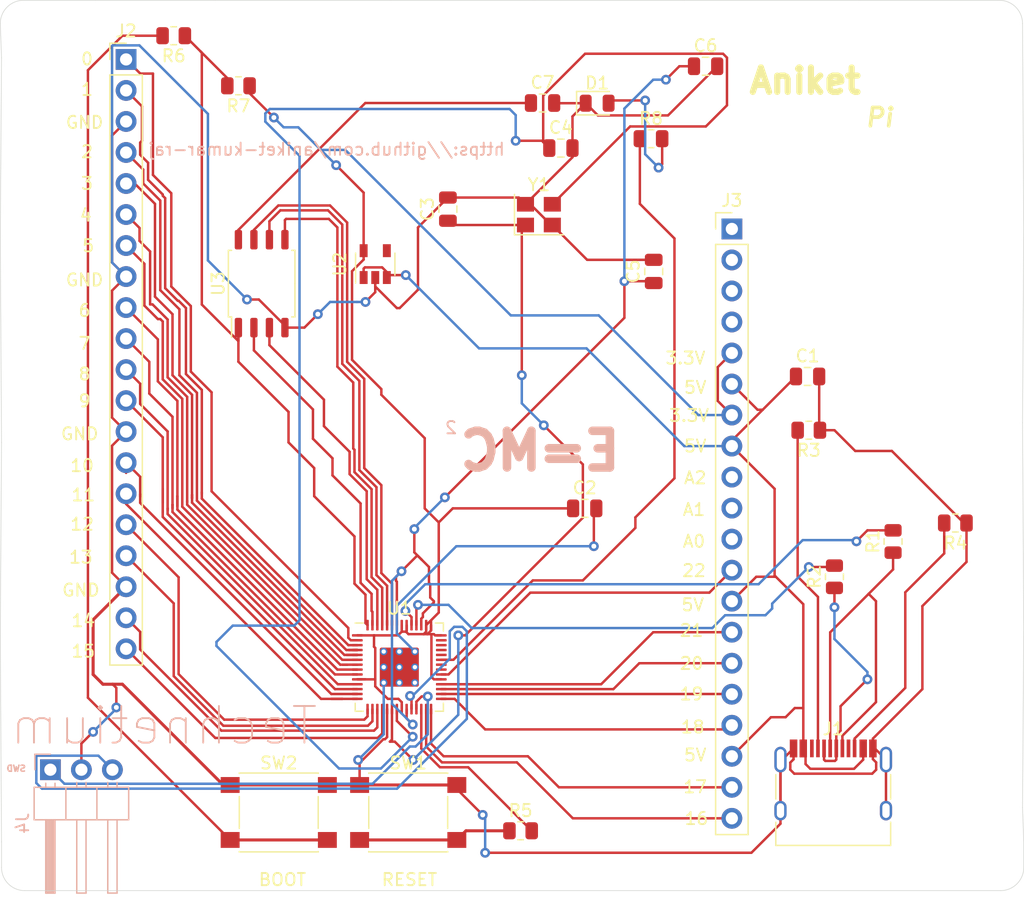
<source format=kicad_pcb>
(kicad_pcb (version 20171130) (host pcbnew "(5.1.12)-1")

  (general
    (thickness 1.6)
    (drawings 69)
    (tracks 680)
    (zones 0)
    (modules 26)
    (nets 66)
  )

  (page A4)
  (layers
    (0 F.Cu signal)
    (31 B.Cu signal)
    (32 B.Adhes user)
    (33 F.Adhes user)
    (34 B.Paste user)
    (35 F.Paste user)
    (36 B.SilkS user)
    (37 F.SilkS user)
    (38 B.Mask user)
    (39 F.Mask user)
    (40 Dwgs.User user)
    (41 Cmts.User user)
    (42 Eco1.User user)
    (43 Eco2.User user)
    (44 Edge.Cuts user)
    (45 Margin user)
    (46 B.CrtYd user)
    (47 F.CrtYd user)
    (48 B.Fab user)
    (49 F.Fab user)
  )

  (setup
    (last_trace_width 0.2)
    (user_trace_width 0.2)
    (trace_clearance 0.2)
    (zone_clearance 0.508)
    (zone_45_only no)
    (trace_min 0.2)
    (via_size 0.8)
    (via_drill 0.4)
    (via_min_size 0.4)
    (via_min_drill 0.3)
    (uvia_size 0.3)
    (uvia_drill 0.1)
    (uvias_allowed no)
    (uvia_min_size 0.2)
    (uvia_min_drill 0.1)
    (edge_width 0.05)
    (segment_width 0.2)
    (pcb_text_width 0.3)
    (pcb_text_size 1.5 1.5)
    (mod_edge_width 0.12)
    (mod_text_size 1 1)
    (mod_text_width 0.15)
    (pad_size 1.524 1.524)
    (pad_drill 0.762)
    (pad_to_mask_clearance 0)
    (aux_axis_origin 0 0)
    (visible_elements 7FFFFFFF)
    (pcbplotparams
      (layerselection 0x010fc_ffffffff)
      (usegerberextensions true)
      (usegerberattributes true)
      (usegerberadvancedattributes true)
      (creategerberjobfile true)
      (excludeedgelayer true)
      (linewidth 0.100000)
      (plotframeref false)
      (viasonmask false)
      (mode 1)
      (useauxorigin false)
      (hpglpennumber 1)
      (hpglpenspeed 20)
      (hpglpendiameter 15.000000)
      (psnegative false)
      (psa4output false)
      (plotreference true)
      (plotvalue true)
      (plotinvisibletext false)
      (padsonsilk false)
      (subtractmaskfromsilk false)
      (outputformat 1)
      (mirror false)
      (drillshape 0)
      (scaleselection 1)
      (outputdirectory "./"))
  )

  (net 0 "")
  (net 1 "Net-(U1-Pad41)")
  (net 2 "Net-(U1-Pad40)")
  (net 3 "Net-(U1-Pad39)")
  (net 4 "Net-(U1-Pad38)")
  (net 5 GND)
  (net 6 "Net-(U2-Pad4)")
  (net 7 "Net-(J1-PadB8)")
  (net 8 "Net-(J1-PadA5)")
  (net 9 "Net-(J1-PadA8)")
  (net 10 "Net-(J1-PadB5)")
  (net 11 "Net-(R1-Pad2)")
  (net 12 "Net-(R2-Pad2)")
  (net 13 "Net-(R5-Pad2)")
  (net 14 "Net-(R5-Pad1)")
  (net 15 /+5v)
  (net 16 /+3.3v)
  (net 17 /XIN)
  (net 18 /XOUT)
  (net 19 "Net-(C5-Pad1)")
  (net 20 "Net-(C7-Pad1)")
  (net 21 "Net-(D1-Pad2)")
  (net 22 /D-)
  (net 23 /D+)
  (net 24 /GPIO15)
  (net 25 /GPIO14)
  (net 26 /GPIO13)
  (net 27 /GPIO12)
  (net 28 /GPIO11)
  (net 29 /GPIO10)
  (net 30 /GPIO9)
  (net 31 /GPIO8)
  (net 32 /GPIO7)
  (net 33 /GPIO6)
  (net 34 /GPIO5)
  (net 35 /GPIO4)
  (net 36 /GPIO3)
  (net 37 /GPIO2)
  (net 38 /GPIO1)
  (net 39 /GPIO0)
  (net 40 /GPIO16)
  (net 41 /GPIO17)
  (net 42 /GPIO18)
  (net 43 /GPIO19)
  (net 44 /GPIO20)
  (net 45 /GPIO21)
  (net 46 /GPIO22)
  (net 47 /GPIO26)
  (net 48 /GPIO27)
  (net 49 /GPIO28)
  (net 50 "Net-(J3-Pad4)")
  (net 51 "Net-(J3-Pad3)")
  (net 52 "Net-(J3-Pad2)")
  (net 53 "Net-(J3-Pad1)")
  (net 54 "Net-(R6-Pad2)")
  (net 55 /QSPI_SS)
  (net 56 /GIO25)
  (net 57 /GPIO23)
  (net 58 /GPIO24)
  (net 59 /QSPI_SD3)
  (net 60 /QSPI_SCLK)
  (net 61 /QSPI_SD0)
  (net 62 /QSPI_SD2)
  (net 63 /QSPI_SD1)
  (net 64 /SWCLK)
  (net 65 /SWD)

  (net_class Default "This is the default net class."
    (clearance 0.2)
    (trace_width 0.25)
    (via_dia 0.8)
    (via_drill 0.4)
    (uvia_dia 0.3)
    (uvia_drill 0.1)
    (add_net /+3.3v)
    (add_net /+5v)
    (add_net /D+)
    (add_net /D-)
    (add_net /GIO25)
    (add_net /GPIO0)
    (add_net /GPIO1)
    (add_net /GPIO10)
    (add_net /GPIO11)
    (add_net /GPIO12)
    (add_net /GPIO13)
    (add_net /GPIO14)
    (add_net /GPIO15)
    (add_net /GPIO16)
    (add_net /GPIO17)
    (add_net /GPIO18)
    (add_net /GPIO19)
    (add_net /GPIO2)
    (add_net /GPIO20)
    (add_net /GPIO21)
    (add_net /GPIO22)
    (add_net /GPIO23)
    (add_net /GPIO24)
    (add_net /GPIO26)
    (add_net /GPIO27)
    (add_net /GPIO28)
    (add_net /GPIO3)
    (add_net /GPIO4)
    (add_net /GPIO5)
    (add_net /GPIO6)
    (add_net /GPIO7)
    (add_net /GPIO8)
    (add_net /GPIO9)
    (add_net /QSPI_SCLK)
    (add_net /QSPI_SD0)
    (add_net /QSPI_SD1)
    (add_net /QSPI_SD2)
    (add_net /QSPI_SD3)
    (add_net /QSPI_SS)
    (add_net /SWCLK)
    (add_net /SWD)
    (add_net /XIN)
    (add_net /XOUT)
    (add_net GND)
    (add_net "Net-(C5-Pad1)")
    (add_net "Net-(C7-Pad1)")
    (add_net "Net-(D1-Pad2)")
    (add_net "Net-(J1-PadA5)")
    (add_net "Net-(J1-PadA8)")
    (add_net "Net-(J1-PadB5)")
    (add_net "Net-(J1-PadB8)")
    (add_net "Net-(J3-Pad1)")
    (add_net "Net-(J3-Pad2)")
    (add_net "Net-(J3-Pad3)")
    (add_net "Net-(J3-Pad4)")
    (add_net "Net-(R1-Pad2)")
    (add_net "Net-(R2-Pad2)")
    (add_net "Net-(R5-Pad1)")
    (add_net "Net-(R5-Pad2)")
    (add_net "Net-(R6-Pad2)")
    (add_net "Net-(U1-Pad38)")
    (add_net "Net-(U1-Pad39)")
    (add_net "Net-(U1-Pad40)")
    (add_net "Net-(U1-Pad41)")
    (add_net "Net-(U2-Pad4)")
  )

  (module RP2040_minimal_r2:RP2040-QFN-56 (layer F.Cu) (tedit 5EF32B43) (tstamp 696018F3)
    (at 140.67 115.8)
    (descr "QFN, 56 Pin (http://www.cypress.com/file/416486/download#page=40), generated with kicad-footprint-generator ipc_dfn_qfn_generator.py")
    (tags "QFN DFN_QFN")
    (path /695FBAEF)
    (attr smd)
    (fp_text reference U1 (at 0 -4.82) (layer F.SilkS)
      (effects (font (size 1 1) (thickness 0.15)))
    )
    (fp_text value RP2040 (at 0 4.82) (layer F.Fab)
      (effects (font (size 1 1) (thickness 0.15)))
    )
    (fp_line (start 2.96 -3.61) (end 3.61 -3.61) (layer F.SilkS) (width 0.12))
    (fp_line (start 3.61 -3.61) (end 3.61 -2.96) (layer F.SilkS) (width 0.12))
    (fp_line (start -2.96 3.61) (end -3.61 3.61) (layer F.SilkS) (width 0.12))
    (fp_line (start -3.61 3.61) (end -3.61 2.96) (layer F.SilkS) (width 0.12))
    (fp_line (start 2.96 3.61) (end 3.61 3.61) (layer F.SilkS) (width 0.12))
    (fp_line (start 3.61 3.61) (end 3.61 2.96) (layer F.SilkS) (width 0.12))
    (fp_line (start -2.96 -3.61) (end -3.61 -3.61) (layer F.SilkS) (width 0.12))
    (fp_line (start -2.5 -3.5) (end 3.5 -3.5) (layer F.Fab) (width 0.1))
    (fp_line (start 3.5 -3.5) (end 3.5 3.5) (layer F.Fab) (width 0.1))
    (fp_line (start 3.5 3.5) (end -3.5 3.5) (layer F.Fab) (width 0.1))
    (fp_line (start -3.5 3.5) (end -3.5 -2.5) (layer F.Fab) (width 0.1))
    (fp_line (start -3.5 -2.5) (end -2.5 -3.5) (layer F.Fab) (width 0.1))
    (fp_line (start -4.12 -4.12) (end -4.12 4.12) (layer F.CrtYd) (width 0.05))
    (fp_line (start -4.12 4.12) (end 4.12 4.12) (layer F.CrtYd) (width 0.05))
    (fp_line (start 4.12 4.12) (end 4.12 -4.12) (layer F.CrtYd) (width 0.05))
    (fp_line (start 4.12 -4.12) (end -4.12 -4.12) (layer F.CrtYd) (width 0.05))
    (fp_text user %R (at 0 0) (layer F.Fab)
      (effects (font (size 1 1) (thickness 0.15)))
    )
    (pad 57 smd roundrect (at 0 0) (size 3.2 3.2) (layers F.Cu F.Mask) (roundrect_rratio 0.045)
      (net 5 GND))
    (pad 57 thru_hole circle (at -1.275 -1.275) (size 0.6 0.6) (drill 0.35) (layers *.Cu)
      (net 5 GND))
    (pad 57 thru_hole circle (at 0 -1.275) (size 0.6 0.6) (drill 0.35) (layers *.Cu)
      (net 5 GND))
    (pad 57 thru_hole circle (at 1.275 -1.275) (size 0.6 0.6) (drill 0.35) (layers *.Cu)
      (net 5 GND))
    (pad 57 thru_hole circle (at -1.275 0) (size 0.6 0.6) (drill 0.35) (layers *.Cu)
      (net 5 GND))
    (pad 57 thru_hole circle (at 0 0) (size 0.6 0.6) (drill 0.35) (layers *.Cu)
      (net 5 GND))
    (pad 57 thru_hole circle (at 1.275 0) (size 0.6 0.6) (drill 0.35) (layers *.Cu)
      (net 5 GND))
    (pad 57 thru_hole circle (at -1.275 1.275) (size 0.6 0.6) (drill 0.35) (layers *.Cu)
      (net 5 GND))
    (pad 57 thru_hole circle (at 0 1.275) (size 0.6 0.6) (drill 0.35) (layers *.Cu)
      (net 5 GND))
    (pad 57 thru_hole circle (at 1.275 1.275) (size 0.6 0.6) (drill 0.35) (layers *.Cu)
      (net 5 GND))
    (pad "" smd roundrect (at -0.6375 -0.6375) (size 1.084435 1.084435) (layers F.Paste) (roundrect_rratio 0.2305347946165515))
    (pad "" smd roundrect (at -0.6375 0.6375) (size 1.084435 1.084435) (layers F.Paste) (roundrect_rratio 0.2305347946165515))
    (pad "" smd roundrect (at 0.6375 -0.6375) (size 1.084435 1.084435) (layers F.Paste) (roundrect_rratio 0.2305347946165515))
    (pad "" smd roundrect (at 0.6375 0.6375) (size 1.084435 1.084435) (layers F.Paste) (roundrect_rratio 0.2305347946165515))
    (pad 1 smd roundrect (at -3.4375 -2.6) (size 0.875 0.2) (layers F.Cu F.Paste F.Mask) (roundrect_rratio 0.25)
      (net 16 /+3.3v))
    (pad 2 smd roundrect (at -3.4375 -2.2) (size 0.875 0.2) (layers F.Cu F.Paste F.Mask) (roundrect_rratio 0.25)
      (net 39 /GPIO0))
    (pad 3 smd roundrect (at -3.4375 -1.8) (size 0.875 0.2) (layers F.Cu F.Paste F.Mask) (roundrect_rratio 0.25)
      (net 38 /GPIO1))
    (pad 4 smd roundrect (at -3.4375 -1.4) (size 0.875 0.2) (layers F.Cu F.Paste F.Mask) (roundrect_rratio 0.25)
      (net 37 /GPIO2))
    (pad 5 smd roundrect (at -3.4375 -1) (size 0.875 0.2) (layers F.Cu F.Paste F.Mask) (roundrect_rratio 0.25)
      (net 36 /GPIO3))
    (pad 6 smd roundrect (at -3.4375 -0.6) (size 0.875 0.2) (layers F.Cu F.Paste F.Mask) (roundrect_rratio 0.25)
      (net 35 /GPIO4))
    (pad 7 smd roundrect (at -3.4375 -0.2) (size 0.875 0.2) (layers F.Cu F.Paste F.Mask) (roundrect_rratio 0.25)
      (net 34 /GPIO5))
    (pad 8 smd roundrect (at -3.4375 0.2) (size 0.875 0.2) (layers F.Cu F.Paste F.Mask) (roundrect_rratio 0.25)
      (net 33 /GPIO6))
    (pad 9 smd roundrect (at -3.4375 0.6) (size 0.875 0.2) (layers F.Cu F.Paste F.Mask) (roundrect_rratio 0.25)
      (net 32 /GPIO7))
    (pad 10 smd roundrect (at -3.4375 1) (size 0.875 0.2) (layers F.Cu F.Paste F.Mask) (roundrect_rratio 0.25)
      (net 16 /+3.3v))
    (pad 11 smd roundrect (at -3.4375 1.4) (size 0.875 0.2) (layers F.Cu F.Paste F.Mask) (roundrect_rratio 0.25)
      (net 31 /GPIO8))
    (pad 12 smd roundrect (at -3.4375 1.8) (size 0.875 0.2) (layers F.Cu F.Paste F.Mask) (roundrect_rratio 0.25)
      (net 30 /GPIO9))
    (pad 13 smd roundrect (at -3.4375 2.2) (size 0.875 0.2) (layers F.Cu F.Paste F.Mask) (roundrect_rratio 0.25)
      (net 29 /GPIO10))
    (pad 14 smd roundrect (at -3.4375 2.6) (size 0.875 0.2) (layers F.Cu F.Paste F.Mask) (roundrect_rratio 0.25)
      (net 28 /GPIO11))
    (pad 15 smd roundrect (at -2.6 3.4375) (size 0.2 0.875) (layers F.Cu F.Paste F.Mask) (roundrect_rratio 0.25)
      (net 27 /GPIO12))
    (pad 16 smd roundrect (at -2.2 3.4375) (size 0.2 0.875) (layers F.Cu F.Paste F.Mask) (roundrect_rratio 0.25)
      (net 26 /GPIO13))
    (pad 17 smd roundrect (at -1.8 3.4375) (size 0.2 0.875) (layers F.Cu F.Paste F.Mask) (roundrect_rratio 0.25)
      (net 25 /GPIO14))
    (pad 18 smd roundrect (at -1.4 3.4375) (size 0.2 0.875) (layers F.Cu F.Paste F.Mask) (roundrect_rratio 0.25)
      (net 24 /GPIO15))
    (pad 19 smd roundrect (at -1 3.4375) (size 0.2 0.875) (layers F.Cu F.Paste F.Mask) (roundrect_rratio 0.25)
      (net 5 GND))
    (pad 20 smd roundrect (at -0.6 3.4375) (size 0.2 0.875) (layers F.Cu F.Paste F.Mask) (roundrect_rratio 0.25)
      (net 17 /XIN))
    (pad 21 smd roundrect (at -0.2 3.4375) (size 0.2 0.875) (layers F.Cu F.Paste F.Mask) (roundrect_rratio 0.25)
      (net 18 /XOUT))
    (pad 22 smd roundrect (at 0.2 3.4375) (size 0.2 0.875) (layers F.Cu F.Paste F.Mask) (roundrect_rratio 0.25)
      (net 16 /+3.3v))
    (pad 23 smd roundrect (at 0.6 3.4375) (size 0.2 0.875) (layers F.Cu F.Paste F.Mask) (roundrect_rratio 0.25)
      (net 19 "Net-(C5-Pad1)"))
    (pad 24 smd roundrect (at 1 3.4375) (size 0.2 0.875) (layers F.Cu F.Paste F.Mask) (roundrect_rratio 0.25)
      (net 64 /SWCLK))
    (pad 25 smd roundrect (at 1.4 3.4375) (size 0.2 0.875) (layers F.Cu F.Paste F.Mask) (roundrect_rratio 0.25)
      (net 65 /SWD))
    (pad 26 smd roundrect (at 1.8 3.4375) (size 0.2 0.875) (layers F.Cu F.Paste F.Mask) (roundrect_rratio 0.25)
      (net 13 "Net-(R5-Pad2)"))
    (pad 27 smd roundrect (at 2.2 3.4375) (size 0.2 0.875) (layers F.Cu F.Paste F.Mask) (roundrect_rratio 0.25)
      (net 40 /GPIO16))
    (pad 28 smd roundrect (at 2.6 3.4375) (size 0.2 0.875) (layers F.Cu F.Paste F.Mask) (roundrect_rratio 0.25)
      (net 41 /GPIO17))
    (pad 29 smd roundrect (at 3.4375 2.6) (size 0.875 0.2) (layers F.Cu F.Paste F.Mask) (roundrect_rratio 0.25)
      (net 42 /GPIO18))
    (pad 30 smd roundrect (at 3.4375 2.2) (size 0.875 0.2) (layers F.Cu F.Paste F.Mask) (roundrect_rratio 0.25)
      (net 43 /GPIO19))
    (pad 31 smd roundrect (at 3.4375 1.8) (size 0.875 0.2) (layers F.Cu F.Paste F.Mask) (roundrect_rratio 0.25)
      (net 44 /GPIO20))
    (pad 32 smd roundrect (at 3.4375 1.4) (size 0.875 0.2) (layers F.Cu F.Paste F.Mask) (roundrect_rratio 0.25)
      (net 45 /GPIO21))
    (pad 33 smd roundrect (at 3.4375 1) (size 0.875 0.2) (layers F.Cu F.Paste F.Mask) (roundrect_rratio 0.25)
      (net 16 /+3.3v))
    (pad 34 smd roundrect (at 3.4375 0.6) (size 0.875 0.2) (layers F.Cu F.Paste F.Mask) (roundrect_rratio 0.25)
      (net 46 /GPIO22))
    (pad 35 smd roundrect (at 3.4375 0.2) (size 0.875 0.2) (layers F.Cu F.Paste F.Mask) (roundrect_rratio 0.25)
      (net 57 /GPIO23))
    (pad 36 smd roundrect (at 3.4375 -0.2) (size 0.875 0.2) (layers F.Cu F.Paste F.Mask) (roundrect_rratio 0.25)
      (net 58 /GPIO24))
    (pad 37 smd roundrect (at 3.4375 -0.6) (size 0.875 0.2) (layers F.Cu F.Paste F.Mask) (roundrect_rratio 0.25)
      (net 56 /GIO25))
    (pad 38 smd roundrect (at 3.4375 -1) (size 0.875 0.2) (layers F.Cu F.Paste F.Mask) (roundrect_rratio 0.25)
      (net 4 "Net-(U1-Pad38)"))
    (pad 39 smd roundrect (at 3.4375 -1.4) (size 0.875 0.2) (layers F.Cu F.Paste F.Mask) (roundrect_rratio 0.25)
      (net 3 "Net-(U1-Pad39)"))
    (pad 40 smd roundrect (at 3.4375 -1.8) (size 0.875 0.2) (layers F.Cu F.Paste F.Mask) (roundrect_rratio 0.25)
      (net 2 "Net-(U1-Pad40)"))
    (pad 41 smd roundrect (at 3.4375 -2.2) (size 0.875 0.2) (layers F.Cu F.Paste F.Mask) (roundrect_rratio 0.25)
      (net 1 "Net-(U1-Pad41)"))
    (pad 42 smd roundrect (at 3.4375 -2.6) (size 0.875 0.2) (layers F.Cu F.Paste F.Mask) (roundrect_rratio 0.25)
      (net 16 /+3.3v))
    (pad 43 smd roundrect (at 2.6 -3.4375) (size 0.2 0.875) (layers F.Cu F.Paste F.Mask) (roundrect_rratio 0.25)
      (net 16 /+3.3v))
    (pad 44 smd roundrect (at 2.2 -3.4375) (size 0.2 0.875) (layers F.Cu F.Paste F.Mask) (roundrect_rratio 0.25)
      (net 16 /+3.3v))
    (pad 45 smd roundrect (at 1.8 -3.4375) (size 0.2 0.875) (layers F.Cu F.Paste F.Mask) (roundrect_rratio 0.25)
      (net 19 "Net-(C5-Pad1)"))
    (pad 46 smd roundrect (at 1.4 -3.4375) (size 0.2 0.875) (layers F.Cu F.Paste F.Mask) (roundrect_rratio 0.25)
      (net 12 "Net-(R2-Pad2)"))
    (pad 47 smd roundrect (at 1 -3.4375) (size 0.2 0.875) (layers F.Cu F.Paste F.Mask) (roundrect_rratio 0.25)
      (net 11 "Net-(R1-Pad2)"))
    (pad 48 smd roundrect (at 0.6 -3.4375) (size 0.2 0.875) (layers F.Cu F.Paste F.Mask) (roundrect_rratio 0.25)
      (net 16 /+3.3v))
    (pad 49 smd roundrect (at 0.2 -3.4375) (size 0.2 0.875) (layers F.Cu F.Paste F.Mask) (roundrect_rratio 0.25)
      (net 16 /+3.3v))
    (pad 50 smd roundrect (at -0.2 -3.4375) (size 0.2 0.875) (layers F.Cu F.Paste F.Mask) (roundrect_rratio 0.25)
      (net 19 "Net-(C5-Pad1)"))
    (pad 51 smd roundrect (at -0.6 -3.4375) (size 0.2 0.875) (layers F.Cu F.Paste F.Mask) (roundrect_rratio 0.25)
      (net 59 /QSPI_SD3))
    (pad 52 smd roundrect (at -1 -3.4375) (size 0.2 0.875) (layers F.Cu F.Paste F.Mask) (roundrect_rratio 0.25)
      (net 60 /QSPI_SCLK))
    (pad 53 smd roundrect (at -1.4 -3.4375) (size 0.2 0.875) (layers F.Cu F.Paste F.Mask) (roundrect_rratio 0.25)
      (net 61 /QSPI_SD0))
    (pad 54 smd roundrect (at -1.8 -3.4375) (size 0.2 0.875) (layers F.Cu F.Paste F.Mask) (roundrect_rratio 0.25)
      (net 62 /QSPI_SD2))
    (pad 55 smd roundrect (at -2.2 -3.4375) (size 0.2 0.875) (layers F.Cu F.Paste F.Mask) (roundrect_rratio 0.25)
      (net 63 /QSPI_SD1))
    (pad 56 smd roundrect (at -2.6 -3.4375) (size 0.2 0.875) (layers F.Cu F.Paste F.Mask) (roundrect_rratio 0.25)
      (net 55 /QSPI_SS))
    (model ${KISYS3DMOD}/Package_DFN_QFN.3dshapes/QFN-56-1EP_7x7mm_P0.4mm_EP5.6x5.6mm.wrl
      (at (xyz 0 0 0))
      (scale (xyz 1 1 1))
      (rotate (xyz 0 0 0))
    )
  )

  (module Connector_PinHeader_2.54mm:PinHeader_1x03_P2.54mm_Horizontal (layer B.Cu) (tedit 59FED5CB) (tstamp 6961C828)
    (at 112.1 124.2 270)
    (descr "Through hole angled pin header, 1x03, 2.54mm pitch, 6mm pin length, single row")
    (tags "Through hole angled pin header THT 1x03 2.54mm single row")
    (path /69828898)
    (fp_text reference J4 (at 4.385 2.27 270) (layer B.SilkS)
      (effects (font (size 1 1) (thickness 0.15)) (justify mirror))
    )
    (fp_text value Conn_01x03_Male (at 4.385 -7.35 270) (layer B.Fab)
      (effects (font (size 1 1) (thickness 0.15)) (justify mirror))
    )
    (fp_line (start 2.135 1.27) (end 4.04 1.27) (layer B.Fab) (width 0.1))
    (fp_line (start 4.04 1.27) (end 4.04 -6.35) (layer B.Fab) (width 0.1))
    (fp_line (start 4.04 -6.35) (end 1.5 -6.35) (layer B.Fab) (width 0.1))
    (fp_line (start 1.5 -6.35) (end 1.5 0.635) (layer B.Fab) (width 0.1))
    (fp_line (start 1.5 0.635) (end 2.135 1.27) (layer B.Fab) (width 0.1))
    (fp_line (start -0.32 0.32) (end 1.5 0.32) (layer B.Fab) (width 0.1))
    (fp_line (start -0.32 0.32) (end -0.32 -0.32) (layer B.Fab) (width 0.1))
    (fp_line (start -0.32 -0.32) (end 1.5 -0.32) (layer B.Fab) (width 0.1))
    (fp_line (start 4.04 0.32) (end 10.04 0.32) (layer B.Fab) (width 0.1))
    (fp_line (start 10.04 0.32) (end 10.04 -0.32) (layer B.Fab) (width 0.1))
    (fp_line (start 4.04 -0.32) (end 10.04 -0.32) (layer B.Fab) (width 0.1))
    (fp_line (start -0.32 -2.22) (end 1.5 -2.22) (layer B.Fab) (width 0.1))
    (fp_line (start -0.32 -2.22) (end -0.32 -2.86) (layer B.Fab) (width 0.1))
    (fp_line (start -0.32 -2.86) (end 1.5 -2.86) (layer B.Fab) (width 0.1))
    (fp_line (start 4.04 -2.22) (end 10.04 -2.22) (layer B.Fab) (width 0.1))
    (fp_line (start 10.04 -2.22) (end 10.04 -2.86) (layer B.Fab) (width 0.1))
    (fp_line (start 4.04 -2.86) (end 10.04 -2.86) (layer B.Fab) (width 0.1))
    (fp_line (start -0.32 -4.76) (end 1.5 -4.76) (layer B.Fab) (width 0.1))
    (fp_line (start -0.32 -4.76) (end -0.32 -5.4) (layer B.Fab) (width 0.1))
    (fp_line (start -0.32 -5.4) (end 1.5 -5.4) (layer B.Fab) (width 0.1))
    (fp_line (start 4.04 -4.76) (end 10.04 -4.76) (layer B.Fab) (width 0.1))
    (fp_line (start 10.04 -4.76) (end 10.04 -5.4) (layer B.Fab) (width 0.1))
    (fp_line (start 4.04 -5.4) (end 10.04 -5.4) (layer B.Fab) (width 0.1))
    (fp_line (start 1.44 1.33) (end 1.44 -6.41) (layer B.SilkS) (width 0.12))
    (fp_line (start 1.44 -6.41) (end 4.1 -6.41) (layer B.SilkS) (width 0.12))
    (fp_line (start 4.1 -6.41) (end 4.1 1.33) (layer B.SilkS) (width 0.12))
    (fp_line (start 4.1 1.33) (end 1.44 1.33) (layer B.SilkS) (width 0.12))
    (fp_line (start 4.1 0.38) (end 10.1 0.38) (layer B.SilkS) (width 0.12))
    (fp_line (start 10.1 0.38) (end 10.1 -0.38) (layer B.SilkS) (width 0.12))
    (fp_line (start 10.1 -0.38) (end 4.1 -0.38) (layer B.SilkS) (width 0.12))
    (fp_line (start 4.1 0.32) (end 10.1 0.32) (layer B.SilkS) (width 0.12))
    (fp_line (start 4.1 0.2) (end 10.1 0.2) (layer B.SilkS) (width 0.12))
    (fp_line (start 4.1 0.08) (end 10.1 0.08) (layer B.SilkS) (width 0.12))
    (fp_line (start 4.1 -0.04) (end 10.1 -0.04) (layer B.SilkS) (width 0.12))
    (fp_line (start 4.1 -0.16) (end 10.1 -0.16) (layer B.SilkS) (width 0.12))
    (fp_line (start 4.1 -0.28) (end 10.1 -0.28) (layer B.SilkS) (width 0.12))
    (fp_line (start 1.11 0.38) (end 1.44 0.38) (layer B.SilkS) (width 0.12))
    (fp_line (start 1.11 -0.38) (end 1.44 -0.38) (layer B.SilkS) (width 0.12))
    (fp_line (start 1.44 -1.27) (end 4.1 -1.27) (layer B.SilkS) (width 0.12))
    (fp_line (start 4.1 -2.16) (end 10.1 -2.16) (layer B.SilkS) (width 0.12))
    (fp_line (start 10.1 -2.16) (end 10.1 -2.92) (layer B.SilkS) (width 0.12))
    (fp_line (start 10.1 -2.92) (end 4.1 -2.92) (layer B.SilkS) (width 0.12))
    (fp_line (start 1.042929 -2.16) (end 1.44 -2.16) (layer B.SilkS) (width 0.12))
    (fp_line (start 1.042929 -2.92) (end 1.44 -2.92) (layer B.SilkS) (width 0.12))
    (fp_line (start 1.44 -3.81) (end 4.1 -3.81) (layer B.SilkS) (width 0.12))
    (fp_line (start 4.1 -4.7) (end 10.1 -4.7) (layer B.SilkS) (width 0.12))
    (fp_line (start 10.1 -4.7) (end 10.1 -5.46) (layer B.SilkS) (width 0.12))
    (fp_line (start 10.1 -5.46) (end 4.1 -5.46) (layer B.SilkS) (width 0.12))
    (fp_line (start 1.042929 -4.7) (end 1.44 -4.7) (layer B.SilkS) (width 0.12))
    (fp_line (start 1.042929 -5.46) (end 1.44 -5.46) (layer B.SilkS) (width 0.12))
    (fp_line (start -1.27 0) (end -1.27 1.27) (layer B.SilkS) (width 0.12))
    (fp_line (start -1.27 1.27) (end 0 1.27) (layer B.SilkS) (width 0.12))
    (fp_line (start -1.8 1.8) (end -1.8 -6.85) (layer B.CrtYd) (width 0.05))
    (fp_line (start -1.8 -6.85) (end 10.55 -6.85) (layer B.CrtYd) (width 0.05))
    (fp_line (start 10.55 -6.85) (end 10.55 1.8) (layer B.CrtYd) (width 0.05))
    (fp_line (start 10.55 1.8) (end -1.8 1.8) (layer B.CrtYd) (width 0.05))
    (fp_text user %R (at 2.77 -2.54) (layer B.Fab)
      (effects (font (size 1 1) (thickness 0.15)) (justify mirror))
    )
    (pad 1 thru_hole rect (at 0 0 270) (size 1.7 1.7) (drill 1) (layers *.Cu *.Mask)
      (net 65 /SWD))
    (pad 2 thru_hole oval (at 0 -2.54 270) (size 1.7 1.7) (drill 1) (layers *.Cu *.Mask)
      (net 5 GND))
    (pad 3 thru_hole oval (at 0 -5.08 270) (size 1.7 1.7) (drill 1) (layers *.Cu *.Mask)
      (net 64 /SWCLK))
    (model ${KISYS3DMOD}/Connector_PinHeader_2.54mm.3dshapes/PinHeader_1x03_P2.54mm_Horizontal.wrl
      (at (xyz 0 0 0))
      (scale (xyz 1 1 1))
      (rotate (xyz 0 0 0))
    )
  )

  (module Crystal:Crystal_SMD_3225-4Pin_3.2x2.5mm (layer F.Cu) (tedit 5A0FD1B2) (tstamp 6960D403)
    (at 152.1 78.75)
    (descr "SMD Crystal SERIES SMD3225/4 http://www.txccrystal.com/images/pdf/7m-accuracy.pdf, 3.2x2.5mm^2 package")
    (tags "SMD SMT crystal")
    (path /69622EDF)
    (attr smd)
    (fp_text reference Y1 (at 0 -2.45) (layer F.SilkS)
      (effects (font (size 1 1) (thickness 0.15)))
    )
    (fp_text value Crystal_GND24 (at 0 2.45) (layer F.Fab)
      (effects (font (size 1 1) (thickness 0.15)))
    )
    (fp_line (start 2.1 -1.7) (end -2.1 -1.7) (layer F.CrtYd) (width 0.05))
    (fp_line (start 2.1 1.7) (end 2.1 -1.7) (layer F.CrtYd) (width 0.05))
    (fp_line (start -2.1 1.7) (end 2.1 1.7) (layer F.CrtYd) (width 0.05))
    (fp_line (start -2.1 -1.7) (end -2.1 1.7) (layer F.CrtYd) (width 0.05))
    (fp_line (start -2 1.65) (end 2 1.65) (layer F.SilkS) (width 0.12))
    (fp_line (start -2 -1.65) (end -2 1.65) (layer F.SilkS) (width 0.12))
    (fp_line (start -1.6 0.25) (end -0.6 1.25) (layer F.Fab) (width 0.1))
    (fp_line (start 1.6 -1.25) (end -1.6 -1.25) (layer F.Fab) (width 0.1))
    (fp_line (start 1.6 1.25) (end 1.6 -1.25) (layer F.Fab) (width 0.1))
    (fp_line (start -1.6 1.25) (end 1.6 1.25) (layer F.Fab) (width 0.1))
    (fp_line (start -1.6 -1.25) (end -1.6 1.25) (layer F.Fab) (width 0.1))
    (fp_text user %R (at 0 0) (layer F.Fab)
      (effects (font (size 0.7 0.7) (thickness 0.105)))
    )
    (pad 4 smd rect (at -1.1 -0.85) (size 1.4 1.2) (layers F.Cu F.Paste F.Mask)
      (net 5 GND))
    (pad 3 smd rect (at 1.1 -0.85) (size 1.4 1.2) (layers F.Cu F.Paste F.Mask)
      (net 18 /XOUT))
    (pad 2 smd rect (at 1.1 0.85) (size 1.4 1.2) (layers F.Cu F.Paste F.Mask)
      (net 5 GND))
    (pad 1 smd rect (at -1.1 0.85) (size 1.4 1.2) (layers F.Cu F.Paste F.Mask)
      (net 17 /XIN))
    (model ${KISYS3DMOD}/Crystal.3dshapes/Crystal_SMD_3225-4Pin_3.2x2.5mm.wrl
      (at (xyz 0 0 0))
      (scale (xyz 1 1 1))
      (rotate (xyz 0 0 0))
    )
  )

  (module Package_SO:SOIC-8_5.23x5.23mm_P1.27mm (layer F.Cu) (tedit 5D9F72B1) (tstamp 6960D3EF)
    (at 129.4 84.4 90)
    (descr "SOIC, 8 Pin (http://www.winbond.com/resource-files/w25q32jv%20revg%2003272018%20plus.pdf#page=68), generated with kicad-footprint-generator ipc_gullwing_generator.py")
    (tags "SOIC SO")
    (path /69636C0B)
    (attr smd)
    (fp_text reference U3 (at 0 -3.56 90) (layer F.SilkS)
      (effects (font (size 1 1) (thickness 0.15)))
    )
    (fp_text value Memory_Flash_W25Q128JVS (at 0 3.56 90) (layer F.Fab)
      (effects (font (size 1 1) (thickness 0.15)))
    )
    (fp_line (start 4.65 -2.86) (end -4.65 -2.86) (layer F.CrtYd) (width 0.05))
    (fp_line (start 4.65 2.86) (end 4.65 -2.86) (layer F.CrtYd) (width 0.05))
    (fp_line (start -4.65 2.86) (end 4.65 2.86) (layer F.CrtYd) (width 0.05))
    (fp_line (start -4.65 -2.86) (end -4.65 2.86) (layer F.CrtYd) (width 0.05))
    (fp_line (start -2.615 -1.615) (end -1.615 -2.615) (layer F.Fab) (width 0.1))
    (fp_line (start -2.615 2.615) (end -2.615 -1.615) (layer F.Fab) (width 0.1))
    (fp_line (start 2.615 2.615) (end -2.615 2.615) (layer F.Fab) (width 0.1))
    (fp_line (start 2.615 -2.615) (end 2.615 2.615) (layer F.Fab) (width 0.1))
    (fp_line (start -1.615 -2.615) (end 2.615 -2.615) (layer F.Fab) (width 0.1))
    (fp_line (start -2.725 -2.465) (end -4.4 -2.465) (layer F.SilkS) (width 0.12))
    (fp_line (start -2.725 -2.725) (end -2.725 -2.465) (layer F.SilkS) (width 0.12))
    (fp_line (start 0 -2.725) (end -2.725 -2.725) (layer F.SilkS) (width 0.12))
    (fp_line (start 2.725 -2.725) (end 2.725 -2.465) (layer F.SilkS) (width 0.12))
    (fp_line (start 0 -2.725) (end 2.725 -2.725) (layer F.SilkS) (width 0.12))
    (fp_line (start -2.725 2.725) (end -2.725 2.465) (layer F.SilkS) (width 0.12))
    (fp_line (start 0 2.725) (end -2.725 2.725) (layer F.SilkS) (width 0.12))
    (fp_line (start 2.725 2.725) (end 2.725 2.465) (layer F.SilkS) (width 0.12))
    (fp_line (start 0 2.725) (end 2.725 2.725) (layer F.SilkS) (width 0.12))
    (fp_text user %R (at 0 0 90) (layer F.Fab)
      (effects (font (size 1 1) (thickness 0.15)))
    )
    (pad 8 smd roundrect (at 3.6 -1.905 90) (size 1.6 0.6) (layers F.Cu F.Paste F.Mask) (roundrect_rratio 0.25)
      (net 20 "Net-(C7-Pad1)"))
    (pad 7 smd roundrect (at 3.6 -0.635 90) (size 1.6 0.6) (layers F.Cu F.Paste F.Mask) (roundrect_rratio 0.25)
      (net 59 /QSPI_SD3))
    (pad 6 smd roundrect (at 3.6 0.635 90) (size 1.6 0.6) (layers F.Cu F.Paste F.Mask) (roundrect_rratio 0.25)
      (net 60 /QSPI_SCLK))
    (pad 5 smd roundrect (at 3.6 1.905 90) (size 1.6 0.6) (layers F.Cu F.Paste F.Mask) (roundrect_rratio 0.25)
      (net 61 /QSPI_SD0))
    (pad 4 smd roundrect (at -3.6 1.905 90) (size 1.6 0.6) (layers F.Cu F.Paste F.Mask) (roundrect_rratio 0.25)
      (net 5 GND))
    (pad 3 smd roundrect (at -3.6 0.635 90) (size 1.6 0.6) (layers F.Cu F.Paste F.Mask) (roundrect_rratio 0.25)
      (net 62 /QSPI_SD2))
    (pad 2 smd roundrect (at -3.6 -0.635 90) (size 1.6 0.6) (layers F.Cu F.Paste F.Mask) (roundrect_rratio 0.25)
      (net 63 /QSPI_SD1))
    (pad 1 smd roundrect (at -3.6 -1.905 90) (size 1.6 0.6) (layers F.Cu F.Paste F.Mask) (roundrect_rratio 0.25)
      (net 55 /QSPI_SS))
    (model ${KISYS3DMOD}/Package_SO.3dshapes/SOIC-8_5.23x5.23mm_P1.27mm.wrl
      (at (xyz 0 0 0))
      (scale (xyz 1 1 1))
      (rotate (xyz 0 0 0))
    )
  )

  (module Button_Switch_SMD:SW_SPST_PTS645 (layer F.Cu) (tedit 5A02FC95) (tstamp 6960D2F4)
    (at 130.8 127.7)
    (descr "C&K Components SPST SMD PTS645 Series 6mm Tact Switch")
    (tags "SPST Button Switch")
    (path /69728498)
    (attr smd)
    (fp_text reference SW2 (at 0 -4.05) (layer F.SilkS)
      (effects (font (size 1 1) (thickness 0.15)))
    )
    (fp_text value "SW_Push boot" (at 0 4.15) (layer F.Fab)
      (effects (font (size 1 1) (thickness 0.15)))
    )
    (fp_circle (center 0 0) (end 1.75 -0.05) (layer F.Fab) (width 0.1))
    (fp_line (start -3.23 3.23) (end 3.23 3.23) (layer F.SilkS) (width 0.12))
    (fp_line (start -3.23 -1.3) (end -3.23 1.3) (layer F.SilkS) (width 0.12))
    (fp_line (start -3.23 -3.23) (end 3.23 -3.23) (layer F.SilkS) (width 0.12))
    (fp_line (start 3.23 -1.3) (end 3.23 1.3) (layer F.SilkS) (width 0.12))
    (fp_line (start -3.23 -3.2) (end -3.23 -3.23) (layer F.SilkS) (width 0.12))
    (fp_line (start -3.23 3.23) (end -3.23 3.2) (layer F.SilkS) (width 0.12))
    (fp_line (start 3.23 3.23) (end 3.23 3.2) (layer F.SilkS) (width 0.12))
    (fp_line (start 3.23 -3.23) (end 3.23 -3.2) (layer F.SilkS) (width 0.12))
    (fp_line (start -5.05 -3.4) (end 5.05 -3.4) (layer F.CrtYd) (width 0.05))
    (fp_line (start -5.05 3.4) (end 5.05 3.4) (layer F.CrtYd) (width 0.05))
    (fp_line (start -5.05 -3.4) (end -5.05 3.4) (layer F.CrtYd) (width 0.05))
    (fp_line (start 5.05 3.4) (end 5.05 -3.4) (layer F.CrtYd) (width 0.05))
    (fp_line (start 3 -3) (end -3 -3) (layer F.Fab) (width 0.1))
    (fp_line (start 3 3) (end 3 -3) (layer F.Fab) (width 0.1))
    (fp_line (start -3 3) (end 3 3) (layer F.Fab) (width 0.1))
    (fp_line (start -3 -3) (end -3 3) (layer F.Fab) (width 0.1))
    (fp_text user %R (at 0 -4.05) (layer F.Fab)
      (effects (font (size 1 1) (thickness 0.15)))
    )
    (pad 2 smd rect (at 3.98 2.25) (size 1.55 1.3) (layers F.Cu F.Paste F.Mask)
      (net 54 "Net-(R6-Pad2)"))
    (pad 1 smd rect (at 3.98 -2.25) (size 1.55 1.3) (layers F.Cu F.Paste F.Mask)
      (net 5 GND))
    (pad 1 smd rect (at -3.98 -2.25) (size 1.55 1.3) (layers F.Cu F.Paste F.Mask)
      (net 5 GND))
    (pad 2 smd rect (at -3.98 2.25) (size 1.55 1.3) (layers F.Cu F.Paste F.Mask)
      (net 54 "Net-(R6-Pad2)"))
    (model ${KISYS3DMOD}/Button_Switch_SMD.3dshapes/SW_SPST_PTS645.wrl
      (at (xyz 0 0 0))
      (scale (xyz 1 1 1))
      (rotate (xyz 0 0 0))
    )
  )

  (module Resistor_SMD:R_0805_2012Metric (layer F.Cu) (tedit 5F68FEEE) (tstamp 6960D2A8)
    (at 161.28 72.53)
    (descr "Resistor SMD 0805 (2012 Metric), square (rectangular) end terminal, IPC_7351 nominal, (Body size source: IPC-SM-782 page 72, https://www.pcb-3d.com/wordpress/wp-content/uploads/ipc-sm-782a_amendment_1_and_2.pdf), generated with kicad-footprint-generator")
    (tags resistor)
    (path /697639CD)
    (attr smd)
    (fp_text reference R8 (at 0 -1.65) (layer F.SilkS)
      (effects (font (size 1 1) (thickness 0.15)))
    )
    (fp_text value 330ohm (at 0 1.65) (layer F.Fab)
      (effects (font (size 1 1) (thickness 0.15)))
    )
    (fp_line (start 1.68 0.95) (end -1.68 0.95) (layer F.CrtYd) (width 0.05))
    (fp_line (start 1.68 -0.95) (end 1.68 0.95) (layer F.CrtYd) (width 0.05))
    (fp_line (start -1.68 -0.95) (end 1.68 -0.95) (layer F.CrtYd) (width 0.05))
    (fp_line (start -1.68 0.95) (end -1.68 -0.95) (layer F.CrtYd) (width 0.05))
    (fp_line (start -0.227064 0.735) (end 0.227064 0.735) (layer F.SilkS) (width 0.12))
    (fp_line (start -0.227064 -0.735) (end 0.227064 -0.735) (layer F.SilkS) (width 0.12))
    (fp_line (start 1 0.625) (end -1 0.625) (layer F.Fab) (width 0.1))
    (fp_line (start 1 -0.625) (end 1 0.625) (layer F.Fab) (width 0.1))
    (fp_line (start -1 -0.625) (end 1 -0.625) (layer F.Fab) (width 0.1))
    (fp_line (start -1 0.625) (end -1 -0.625) (layer F.Fab) (width 0.1))
    (fp_text user %R (at 0 0) (layer F.Fab)
      (effects (font (size 0.5 0.5) (thickness 0.08)))
    )
    (pad 2 smd roundrect (at 0.9125 0) (size 1.025 1.4) (layers F.Cu F.Paste F.Mask) (roundrect_rratio 0.2439014634146341)
      (net 21 "Net-(D1-Pad2)"))
    (pad 1 smd roundrect (at -0.9125 0) (size 1.025 1.4) (layers F.Cu F.Paste F.Mask) (roundrect_rratio 0.2439014634146341)
      (net 56 /GIO25))
    (model ${KISYS3DMOD}/Resistor_SMD.3dshapes/R_0805_2012Metric.wrl
      (at (xyz 0 0 0))
      (scale (xyz 1 1 1))
      (rotate (xyz 0 0 0))
    )
  )

  (module Resistor_SMD:R_0805_2012Metric (layer F.Cu) (tedit 5F68FEEE) (tstamp 6960D297)
    (at 127.5 68.2 180)
    (descr "Resistor SMD 0805 (2012 Metric), square (rectangular) end terminal, IPC_7351 nominal, (Body size source: IPC-SM-782 page 72, https://www.pcb-3d.com/wordpress/wp-content/uploads/ipc-sm-782a_amendment_1_and_2.pdf), generated with kicad-footprint-generator")
    (tags resistor)
    (path /6972435F)
    (attr smd)
    (fp_text reference R7 (at 0 -1.65) (layer F.SilkS)
      (effects (font (size 1 1) (thickness 0.15)))
    )
    (fp_text value 10k (at 0 1.65) (layer F.Fab)
      (effects (font (size 1 1) (thickness 0.15)))
    )
    (fp_line (start 1.68 0.95) (end -1.68 0.95) (layer F.CrtYd) (width 0.05))
    (fp_line (start 1.68 -0.95) (end 1.68 0.95) (layer F.CrtYd) (width 0.05))
    (fp_line (start -1.68 -0.95) (end 1.68 -0.95) (layer F.CrtYd) (width 0.05))
    (fp_line (start -1.68 0.95) (end -1.68 -0.95) (layer F.CrtYd) (width 0.05))
    (fp_line (start -0.227064 0.735) (end 0.227064 0.735) (layer F.SilkS) (width 0.12))
    (fp_line (start -0.227064 -0.735) (end 0.227064 -0.735) (layer F.SilkS) (width 0.12))
    (fp_line (start 1 0.625) (end -1 0.625) (layer F.Fab) (width 0.1))
    (fp_line (start 1 -0.625) (end 1 0.625) (layer F.Fab) (width 0.1))
    (fp_line (start -1 -0.625) (end 1 -0.625) (layer F.Fab) (width 0.1))
    (fp_line (start -1 0.625) (end -1 -0.625) (layer F.Fab) (width 0.1))
    (fp_text user %R (at 0 0) (layer F.Fab)
      (effects (font (size 0.5 0.5) (thickness 0.08)))
    )
    (pad 2 smd roundrect (at 0.9125 0 180) (size 1.025 1.4) (layers F.Cu F.Paste F.Mask) (roundrect_rratio 0.2439014634146341)
      (net 55 /QSPI_SS))
    (pad 1 smd roundrect (at -0.9125 0 180) (size 1.025 1.4) (layers F.Cu F.Paste F.Mask) (roundrect_rratio 0.2439014634146341)
      (net 16 /+3.3v))
    (model ${KISYS3DMOD}/Resistor_SMD.3dshapes/R_0805_2012Metric.wrl
      (at (xyz 0 0 0))
      (scale (xyz 1 1 1))
      (rotate (xyz 0 0 0))
    )
  )

  (module Resistor_SMD:R_0805_2012Metric (layer F.Cu) (tedit 5F68FEEE) (tstamp 6960D286)
    (at 122.2 64.1 180)
    (descr "Resistor SMD 0805 (2012 Metric), square (rectangular) end terminal, IPC_7351 nominal, (Body size source: IPC-SM-782 page 72, https://www.pcb-3d.com/wordpress/wp-content/uploads/ipc-sm-782a_amendment_1_and_2.pdf), generated with kicad-footprint-generator")
    (tags resistor)
    (path /6972577F)
    (attr smd)
    (fp_text reference R6 (at 0 -1.65) (layer F.SilkS)
      (effects (font (size 1 1) (thickness 0.15)))
    )
    (fp_text value 1k (at 0 1.65) (layer F.Fab)
      (effects (font (size 1 1) (thickness 0.15)))
    )
    (fp_line (start 1.68 0.95) (end -1.68 0.95) (layer F.CrtYd) (width 0.05))
    (fp_line (start 1.68 -0.95) (end 1.68 0.95) (layer F.CrtYd) (width 0.05))
    (fp_line (start -1.68 -0.95) (end 1.68 -0.95) (layer F.CrtYd) (width 0.05))
    (fp_line (start -1.68 0.95) (end -1.68 -0.95) (layer F.CrtYd) (width 0.05))
    (fp_line (start -0.227064 0.735) (end 0.227064 0.735) (layer F.SilkS) (width 0.12))
    (fp_line (start -0.227064 -0.735) (end 0.227064 -0.735) (layer F.SilkS) (width 0.12))
    (fp_line (start 1 0.625) (end -1 0.625) (layer F.Fab) (width 0.1))
    (fp_line (start 1 -0.625) (end 1 0.625) (layer F.Fab) (width 0.1))
    (fp_line (start -1 -0.625) (end 1 -0.625) (layer F.Fab) (width 0.1))
    (fp_line (start -1 0.625) (end -1 -0.625) (layer F.Fab) (width 0.1))
    (fp_text user %R (at 0 0) (layer F.Fab)
      (effects (font (size 0.5 0.5) (thickness 0.08)))
    )
    (pad 2 smd roundrect (at 0.9125 0 180) (size 1.025 1.4) (layers F.Cu F.Paste F.Mask) (roundrect_rratio 0.2439014634146341)
      (net 54 "Net-(R6-Pad2)"))
    (pad 1 smd roundrect (at -0.9125 0 180) (size 1.025 1.4) (layers F.Cu F.Paste F.Mask) (roundrect_rratio 0.2439014634146341)
      (net 55 /QSPI_SS))
    (model ${KISYS3DMOD}/Resistor_SMD.3dshapes/R_0805_2012Metric.wrl
      (at (xyz 0 0 0))
      (scale (xyz 1 1 1))
      (rotate (xyz 0 0 0))
    )
  )

  (module Connector_PinHeader_2.54mm:PinHeader_1x20_P2.54mm_Vertical (layer F.Cu) (tedit 59FED5CC) (tstamp 6960D1D5)
    (at 167.9 79.92)
    (descr "Through hole straight pin header, 1x20, 2.54mm pitch, single row")
    (tags "Through hole pin header THT 1x20 2.54mm single row")
    (path /69756CF5)
    (fp_text reference J3 (at 0 -2.33) (layer F.SilkS)
      (effects (font (size 1 1) (thickness 0.15)))
    )
    (fp_text value Conn_01x20_Male (at 0 50.59) (layer F.Fab)
      (effects (font (size 1 1) (thickness 0.15)))
    )
    (fp_line (start 1.8 -1.8) (end -1.8 -1.8) (layer F.CrtYd) (width 0.05))
    (fp_line (start 1.8 50.05) (end 1.8 -1.8) (layer F.CrtYd) (width 0.05))
    (fp_line (start -1.8 50.05) (end 1.8 50.05) (layer F.CrtYd) (width 0.05))
    (fp_line (start -1.8 -1.8) (end -1.8 50.05) (layer F.CrtYd) (width 0.05))
    (fp_line (start -1.33 -1.33) (end 0 -1.33) (layer F.SilkS) (width 0.12))
    (fp_line (start -1.33 0) (end -1.33 -1.33) (layer F.SilkS) (width 0.12))
    (fp_line (start -1.33 1.27) (end 1.33 1.27) (layer F.SilkS) (width 0.12))
    (fp_line (start 1.33 1.27) (end 1.33 49.59) (layer F.SilkS) (width 0.12))
    (fp_line (start -1.33 1.27) (end -1.33 49.59) (layer F.SilkS) (width 0.12))
    (fp_line (start -1.33 49.59) (end 1.33 49.59) (layer F.SilkS) (width 0.12))
    (fp_line (start -1.27 -0.635) (end -0.635 -1.27) (layer F.Fab) (width 0.1))
    (fp_line (start -1.27 49.53) (end -1.27 -0.635) (layer F.Fab) (width 0.1))
    (fp_line (start 1.27 49.53) (end -1.27 49.53) (layer F.Fab) (width 0.1))
    (fp_line (start 1.27 -1.27) (end 1.27 49.53) (layer F.Fab) (width 0.1))
    (fp_line (start -0.635 -1.27) (end 1.27 -1.27) (layer F.Fab) (width 0.1))
    (fp_text user %R (at 0 24.13 90) (layer F.Fab)
      (effects (font (size 1 1) (thickness 0.15)))
    )
    (pad 20 thru_hole oval (at 0 48.26) (size 1.7 1.7) (drill 1) (layers *.Cu *.Mask)
      (net 40 /GPIO16))
    (pad 19 thru_hole oval (at 0 45.72) (size 1.7 1.7) (drill 1) (layers *.Cu *.Mask)
      (net 41 /GPIO17))
    (pad 18 thru_hole oval (at 0 43.18) (size 1.7 1.7) (drill 1) (layers *.Cu *.Mask)
      (net 15 /+5v))
    (pad 17 thru_hole oval (at 0 40.64) (size 1.7 1.7) (drill 1) (layers *.Cu *.Mask)
      (net 42 /GPIO18))
    (pad 16 thru_hole oval (at 0 38.1) (size 1.7 1.7) (drill 1) (layers *.Cu *.Mask)
      (net 43 /GPIO19))
    (pad 15 thru_hole oval (at 0 35.56) (size 1.7 1.7) (drill 1) (layers *.Cu *.Mask)
      (net 44 /GPIO20))
    (pad 14 thru_hole oval (at 0 33.02) (size 1.7 1.7) (drill 1) (layers *.Cu *.Mask)
      (net 45 /GPIO21))
    (pad 13 thru_hole oval (at 0 30.48) (size 1.7 1.7) (drill 1) (layers *.Cu *.Mask)
      (net 15 /+5v))
    (pad 12 thru_hole oval (at 0 27.94) (size 1.7 1.7) (drill 1) (layers *.Cu *.Mask)
      (net 46 /GPIO22))
    (pad 11 thru_hole oval (at 0 25.4) (size 1.7 1.7) (drill 1) (layers *.Cu *.Mask)
      (net 47 /GPIO26))
    (pad 10 thru_hole oval (at 0 22.86) (size 1.7 1.7) (drill 1) (layers *.Cu *.Mask)
      (net 48 /GPIO27))
    (pad 9 thru_hole oval (at 0 20.32) (size 1.7 1.7) (drill 1) (layers *.Cu *.Mask)
      (net 49 /GPIO28))
    (pad 8 thru_hole oval (at 0 17.78) (size 1.7 1.7) (drill 1) (layers *.Cu *.Mask)
      (net 15 /+5v))
    (pad 7 thru_hole oval (at 0 15.24) (size 1.7 1.7) (drill 1) (layers *.Cu *.Mask)
      (net 16 /+3.3v))
    (pad 6 thru_hole oval (at 0 12.7) (size 1.7 1.7) (drill 1) (layers *.Cu *.Mask)
      (net 15 /+5v))
    (pad 5 thru_hole oval (at 0 10.16) (size 1.7 1.7) (drill 1) (layers *.Cu *.Mask)
      (net 16 /+3.3v))
    (pad 4 thru_hole oval (at 0 7.62) (size 1.7 1.7) (drill 1) (layers *.Cu *.Mask)
      (net 50 "Net-(J3-Pad4)"))
    (pad 3 thru_hole oval (at 0 5.08) (size 1.7 1.7) (drill 1) (layers *.Cu *.Mask)
      (net 51 "Net-(J3-Pad3)"))
    (pad 2 thru_hole oval (at 0 2.54) (size 1.7 1.7) (drill 1) (layers *.Cu *.Mask)
      (net 52 "Net-(J3-Pad2)"))
    (pad 1 thru_hole rect (at 0 0) (size 1.7 1.7) (drill 1) (layers *.Cu *.Mask)
      (net 53 "Net-(J3-Pad1)"))
    (model ${KISYS3DMOD}/Connector_PinHeader_2.54mm.3dshapes/PinHeader_1x20_P2.54mm_Vertical.wrl
      (at (xyz 0 0 0))
      (scale (xyz 1 1 1))
      (rotate (xyz 0 0 0))
    )
  )

  (module Connector_PinHeader_2.54mm:PinHeader_1x20_P2.54mm_Vertical (layer F.Cu) (tedit 59FED5CC) (tstamp 6960D1AD)
    (at 118.3 66.04)
    (descr "Through hole straight pin header, 1x20, 2.54mm pitch, single row")
    (tags "Through hole pin header THT 1x20 2.54mm single row")
    (path /6968E936)
    (fp_text reference J2 (at 0 -2.33) (layer F.SilkS)
      (effects (font (size 1 1) (thickness 0.15)))
    )
    (fp_text value Conn_01x20_Male (at 0 50.59) (layer F.Fab)
      (effects (font (size 1 1) (thickness 0.15)))
    )
    (fp_line (start 1.8 -1.8) (end -1.8 -1.8) (layer F.CrtYd) (width 0.05))
    (fp_line (start 1.8 50.05) (end 1.8 -1.8) (layer F.CrtYd) (width 0.05))
    (fp_line (start -1.8 50.05) (end 1.8 50.05) (layer F.CrtYd) (width 0.05))
    (fp_line (start -1.8 -1.8) (end -1.8 50.05) (layer F.CrtYd) (width 0.05))
    (fp_line (start -1.33 -1.33) (end 0 -1.33) (layer F.SilkS) (width 0.12))
    (fp_line (start -1.33 0) (end -1.33 -1.33) (layer F.SilkS) (width 0.12))
    (fp_line (start -1.33 1.27) (end 1.33 1.27) (layer F.SilkS) (width 0.12))
    (fp_line (start 1.33 1.27) (end 1.33 49.59) (layer F.SilkS) (width 0.12))
    (fp_line (start -1.33 1.27) (end -1.33 49.59) (layer F.SilkS) (width 0.12))
    (fp_line (start -1.33 49.59) (end 1.33 49.59) (layer F.SilkS) (width 0.12))
    (fp_line (start -1.27 -0.635) (end -0.635 -1.27) (layer F.Fab) (width 0.1))
    (fp_line (start -1.27 49.53) (end -1.27 -0.635) (layer F.Fab) (width 0.1))
    (fp_line (start 1.27 49.53) (end -1.27 49.53) (layer F.Fab) (width 0.1))
    (fp_line (start 1.27 -1.27) (end 1.27 49.53) (layer F.Fab) (width 0.1))
    (fp_line (start -0.635 -1.27) (end 1.27 -1.27) (layer F.Fab) (width 0.1))
    (fp_text user %R (at 0 24.13 90) (layer F.Fab)
      (effects (font (size 1 1) (thickness 0.15)))
    )
    (pad 20 thru_hole oval (at 0 48.26) (size 1.7 1.7) (drill 1) (layers *.Cu *.Mask)
      (net 24 /GPIO15))
    (pad 19 thru_hole oval (at 0 45.72) (size 1.7 1.7) (drill 1) (layers *.Cu *.Mask)
      (net 25 /GPIO14))
    (pad 18 thru_hole oval (at 0 43.18) (size 1.7 1.7) (drill 1) (layers *.Cu *.Mask)
      (net 5 GND))
    (pad 17 thru_hole oval (at 0 40.64) (size 1.7 1.7) (drill 1) (layers *.Cu *.Mask)
      (net 26 /GPIO13))
    (pad 16 thru_hole oval (at 0 38.1) (size 1.7 1.7) (drill 1) (layers *.Cu *.Mask)
      (net 27 /GPIO12))
    (pad 15 thru_hole oval (at 0 35.56) (size 1.7 1.7) (drill 1) (layers *.Cu *.Mask)
      (net 28 /GPIO11))
    (pad 14 thru_hole oval (at 0 33.02) (size 1.7 1.7) (drill 1) (layers *.Cu *.Mask)
      (net 29 /GPIO10))
    (pad 13 thru_hole oval (at 0 30.48) (size 1.7 1.7) (drill 1) (layers *.Cu *.Mask)
      (net 5 GND))
    (pad 12 thru_hole oval (at 0 27.94) (size 1.7 1.7) (drill 1) (layers *.Cu *.Mask)
      (net 30 /GPIO9))
    (pad 11 thru_hole oval (at 0 25.4) (size 1.7 1.7) (drill 1) (layers *.Cu *.Mask)
      (net 31 /GPIO8))
    (pad 10 thru_hole oval (at 0 22.86) (size 1.7 1.7) (drill 1) (layers *.Cu *.Mask)
      (net 32 /GPIO7))
    (pad 9 thru_hole oval (at 0 20.32) (size 1.7 1.7) (drill 1) (layers *.Cu *.Mask)
      (net 33 /GPIO6))
    (pad 8 thru_hole oval (at 0 17.78) (size 1.7 1.7) (drill 1) (layers *.Cu *.Mask)
      (net 5 GND))
    (pad 7 thru_hole oval (at 0 15.24) (size 1.7 1.7) (drill 1) (layers *.Cu *.Mask)
      (net 34 /GPIO5))
    (pad 6 thru_hole oval (at 0 12.7) (size 1.7 1.7) (drill 1) (layers *.Cu *.Mask)
      (net 35 /GPIO4))
    (pad 5 thru_hole oval (at 0 10.16) (size 1.7 1.7) (drill 1) (layers *.Cu *.Mask)
      (net 36 /GPIO3))
    (pad 4 thru_hole oval (at 0 7.62) (size 1.7 1.7) (drill 1) (layers *.Cu *.Mask)
      (net 37 /GPIO2))
    (pad 3 thru_hole oval (at 0 5.08) (size 1.7 1.7) (drill 1) (layers *.Cu *.Mask)
      (net 5 GND))
    (pad 2 thru_hole oval (at 0 2.54) (size 1.7 1.7) (drill 1) (layers *.Cu *.Mask)
      (net 38 /GPIO1))
    (pad 1 thru_hole rect (at 0 0) (size 1.7 1.7) (drill 1) (layers *.Cu *.Mask)
      (net 39 /GPIO0))
    (model ${KISYS3DMOD}/Connector_PinHeader_2.54mm.3dshapes/PinHeader_1x20_P2.54mm_Vertical.wrl
      (at (xyz 0 0 0))
      (scale (xyz 1 1 1))
      (rotate (xyz 0 0 0))
    )
  )

  (module LED_SMD:LED_0805_2012Metric (layer F.Cu) (tedit 5F68FEF1) (tstamp 6960D137)
    (at 156.87 69.625)
    (descr "LED SMD 0805 (2012 Metric), square (rectangular) end terminal, IPC_7351 nominal, (Body size source: https://docs.google.com/spreadsheets/d/1BsfQQcO9C6DZCsRaXUlFlo91Tg2WpOkGARC1WS5S8t0/edit?usp=sharing), generated with kicad-footprint-generator")
    (tags LED)
    (path /69764BA1)
    (attr smd)
    (fp_text reference D1 (at 0 -1.65) (layer F.SilkS)
      (effects (font (size 1 1) (thickness 0.15)))
    )
    (fp_text value LED (at 0 1.65) (layer F.Fab)
      (effects (font (size 1 1) (thickness 0.15)))
    )
    (fp_line (start 1.68 0.95) (end -1.68 0.95) (layer F.CrtYd) (width 0.05))
    (fp_line (start 1.68 -0.95) (end 1.68 0.95) (layer F.CrtYd) (width 0.05))
    (fp_line (start -1.68 -0.95) (end 1.68 -0.95) (layer F.CrtYd) (width 0.05))
    (fp_line (start -1.68 0.95) (end -1.68 -0.95) (layer F.CrtYd) (width 0.05))
    (fp_line (start -1.685 0.96) (end 1 0.96) (layer F.SilkS) (width 0.12))
    (fp_line (start -1.685 -0.96) (end -1.685 0.96) (layer F.SilkS) (width 0.12))
    (fp_line (start 1 -0.96) (end -1.685 -0.96) (layer F.SilkS) (width 0.12))
    (fp_line (start 1 0.6) (end 1 -0.6) (layer F.Fab) (width 0.1))
    (fp_line (start -1 0.6) (end 1 0.6) (layer F.Fab) (width 0.1))
    (fp_line (start -1 -0.3) (end -1 0.6) (layer F.Fab) (width 0.1))
    (fp_line (start -0.7 -0.6) (end -1 -0.3) (layer F.Fab) (width 0.1))
    (fp_line (start 1 -0.6) (end -0.7 -0.6) (layer F.Fab) (width 0.1))
    (fp_text user %R (at 0 0) (layer F.Fab)
      (effects (font (size 0.5 0.5) (thickness 0.08)))
    )
    (pad 2 smd roundrect (at 0.9375 0) (size 0.975 1.4) (layers F.Cu F.Paste F.Mask) (roundrect_rratio 0.25)
      (net 21 "Net-(D1-Pad2)"))
    (pad 1 smd roundrect (at -0.9375 0) (size 0.975 1.4) (layers F.Cu F.Paste F.Mask) (roundrect_rratio 0.25)
      (net 5 GND))
    (model ${KISYS3DMOD}/LED_SMD.3dshapes/LED_0805_2012Metric.wrl
      (at (xyz 0 0 0))
      (scale (xyz 1 1 1))
      (rotate (xyz 0 0 0))
    )
  )

  (module Capacitor_SMD:C_0805_2012Metric (layer F.Cu) (tedit 5F68FEEE) (tstamp 6960D124)
    (at 152.4 69.61)
    (descr "Capacitor SMD 0805 (2012 Metric), square (rectangular) end terminal, IPC_7351 nominal, (Body size source: IPC-SM-782 page 76, https://www.pcb-3d.com/wordpress/wp-content/uploads/ipc-sm-782a_amendment_1_and_2.pdf, https://docs.google.com/spreadsheets/d/1BsfQQcO9C6DZCsRaXUlFlo91Tg2WpOkGARC1WS5S8t0/edit?usp=sharing), generated with kicad-footprint-generator")
    (tags capacitor)
    (path /69683FC1)
    (attr smd)
    (fp_text reference C7 (at 0 -1.68) (layer F.SilkS)
      (effects (font (size 1 1) (thickness 0.15)))
    )
    (fp_text value 0.1uF (at 0 1.68) (layer F.Fab)
      (effects (font (size 1 1) (thickness 0.15)))
    )
    (fp_line (start 1.7 0.98) (end -1.7 0.98) (layer F.CrtYd) (width 0.05))
    (fp_line (start 1.7 -0.98) (end 1.7 0.98) (layer F.CrtYd) (width 0.05))
    (fp_line (start -1.7 -0.98) (end 1.7 -0.98) (layer F.CrtYd) (width 0.05))
    (fp_line (start -1.7 0.98) (end -1.7 -0.98) (layer F.CrtYd) (width 0.05))
    (fp_line (start -0.261252 0.735) (end 0.261252 0.735) (layer F.SilkS) (width 0.12))
    (fp_line (start -0.261252 -0.735) (end 0.261252 -0.735) (layer F.SilkS) (width 0.12))
    (fp_line (start 1 0.625) (end -1 0.625) (layer F.Fab) (width 0.1))
    (fp_line (start 1 -0.625) (end 1 0.625) (layer F.Fab) (width 0.1))
    (fp_line (start -1 -0.625) (end 1 -0.625) (layer F.Fab) (width 0.1))
    (fp_line (start -1 0.625) (end -1 -0.625) (layer F.Fab) (width 0.1))
    (fp_text user %R (at 0 0) (layer F.Fab)
      (effects (font (size 0.5 0.5) (thickness 0.08)))
    )
    (pad 2 smd roundrect (at 0.95 0) (size 1 1.45) (layers F.Cu F.Paste F.Mask) (roundrect_rratio 0.25)
      (net 5 GND))
    (pad 1 smd roundrect (at -0.95 0) (size 1 1.45) (layers F.Cu F.Paste F.Mask) (roundrect_rratio 0.25)
      (net 20 "Net-(C7-Pad1)"))
    (model ${KISYS3DMOD}/Capacitor_SMD.3dshapes/C_0805_2012Metric.wrl
      (at (xyz 0 0 0))
      (scale (xyz 1 1 1))
      (rotate (xyz 0 0 0))
    )
  )

  (module Capacitor_SMD:C_0805_2012Metric (layer F.Cu) (tedit 5F68FEEE) (tstamp 6960D113)
    (at 165.75 66.6)
    (descr "Capacitor SMD 0805 (2012 Metric), square (rectangular) end terminal, IPC_7351 nominal, (Body size source: IPC-SM-782 page 76, https://www.pcb-3d.com/wordpress/wp-content/uploads/ipc-sm-782a_amendment_1_and_2.pdf, https://docs.google.com/spreadsheets/d/1BsfQQcO9C6DZCsRaXUlFlo91Tg2WpOkGARC1WS5S8t0/edit?usp=sharing), generated with kicad-footprint-generator")
    (tags capacitor)
    (path /696FC3E6)
    (attr smd)
    (fp_text reference C6 (at 0 -1.68) (layer F.SilkS)
      (effects (font (size 1 1) (thickness 0.15)))
    )
    (fp_text value 0.1uF (at 0 1.68) (layer F.Fab)
      (effects (font (size 1 1) (thickness 0.15)))
    )
    (fp_line (start 1.7 0.98) (end -1.7 0.98) (layer F.CrtYd) (width 0.05))
    (fp_line (start 1.7 -0.98) (end 1.7 0.98) (layer F.CrtYd) (width 0.05))
    (fp_line (start -1.7 -0.98) (end 1.7 -0.98) (layer F.CrtYd) (width 0.05))
    (fp_line (start -1.7 0.98) (end -1.7 -0.98) (layer F.CrtYd) (width 0.05))
    (fp_line (start -0.261252 0.735) (end 0.261252 0.735) (layer F.SilkS) (width 0.12))
    (fp_line (start -0.261252 -0.735) (end 0.261252 -0.735) (layer F.SilkS) (width 0.12))
    (fp_line (start 1 0.625) (end -1 0.625) (layer F.Fab) (width 0.1))
    (fp_line (start 1 -0.625) (end 1 0.625) (layer F.Fab) (width 0.1))
    (fp_line (start -1 -0.625) (end 1 -0.625) (layer F.Fab) (width 0.1))
    (fp_line (start -1 0.625) (end -1 -0.625) (layer F.Fab) (width 0.1))
    (fp_text user %R (at 0 0) (layer F.Fab)
      (effects (font (size 0.5 0.5) (thickness 0.08)))
    )
    (pad 2 smd roundrect (at 0.95 0) (size 1 1.45) (layers F.Cu F.Paste F.Mask) (roundrect_rratio 0.25)
      (net 5 GND))
    (pad 1 smd roundrect (at -0.95 0) (size 1 1.45) (layers F.Cu F.Paste F.Mask) (roundrect_rratio 0.25)
      (net 19 "Net-(C5-Pad1)"))
    (model ${KISYS3DMOD}/Capacitor_SMD.3dshapes/C_0805_2012Metric.wrl
      (at (xyz 0 0 0))
      (scale (xyz 1 1 1))
      (rotate (xyz 0 0 0))
    )
  )

  (module Capacitor_SMD:C_0805_2012Metric (layer F.Cu) (tedit 5F68FEEE) (tstamp 6960D102)
    (at 161.5 83.4 90)
    (descr "Capacitor SMD 0805 (2012 Metric), square (rectangular) end terminal, IPC_7351 nominal, (Body size source: IPC-SM-782 page 76, https://www.pcb-3d.com/wordpress/wp-content/uploads/ipc-sm-782a_amendment_1_and_2.pdf, https://docs.google.com/spreadsheets/d/1BsfQQcO9C6DZCsRaXUlFlo91Tg2WpOkGARC1WS5S8t0/edit?usp=sharing), generated with kicad-footprint-generator")
    (tags capacitor)
    (path /697144C0)
    (attr smd)
    (fp_text reference C5 (at 0 -1.68 90) (layer F.SilkS)
      (effects (font (size 1 1) (thickness 0.15)))
    )
    (fp_text value 0.1uF (at 0 1.68 90) (layer F.Fab)
      (effects (font (size 1 1) (thickness 0.15)))
    )
    (fp_line (start 1.7 0.98) (end -1.7 0.98) (layer F.CrtYd) (width 0.05))
    (fp_line (start 1.7 -0.98) (end 1.7 0.98) (layer F.CrtYd) (width 0.05))
    (fp_line (start -1.7 -0.98) (end 1.7 -0.98) (layer F.CrtYd) (width 0.05))
    (fp_line (start -1.7 0.98) (end -1.7 -0.98) (layer F.CrtYd) (width 0.05))
    (fp_line (start -0.261252 0.735) (end 0.261252 0.735) (layer F.SilkS) (width 0.12))
    (fp_line (start -0.261252 -0.735) (end 0.261252 -0.735) (layer F.SilkS) (width 0.12))
    (fp_line (start 1 0.625) (end -1 0.625) (layer F.Fab) (width 0.1))
    (fp_line (start 1 -0.625) (end 1 0.625) (layer F.Fab) (width 0.1))
    (fp_line (start -1 -0.625) (end 1 -0.625) (layer F.Fab) (width 0.1))
    (fp_line (start -1 0.625) (end -1 -0.625) (layer F.Fab) (width 0.1))
    (fp_text user %R (at 0 0 90) (layer F.Fab)
      (effects (font (size 0.5 0.5) (thickness 0.08)))
    )
    (pad 2 smd roundrect (at 0.95 0 90) (size 1 1.45) (layers F.Cu F.Paste F.Mask) (roundrect_rratio 0.25)
      (net 5 GND))
    (pad 1 smd roundrect (at -0.95 0 90) (size 1 1.45) (layers F.Cu F.Paste F.Mask) (roundrect_rratio 0.25)
      (net 19 "Net-(C5-Pad1)"))
    (model ${KISYS3DMOD}/Capacitor_SMD.3dshapes/C_0805_2012Metric.wrl
      (at (xyz 0 0 0))
      (scale (xyz 1 1 1))
      (rotate (xyz 0 0 0))
    )
  )

  (module Capacitor_SMD:C_0805_2012Metric (layer F.Cu) (tedit 5F68FEEE) (tstamp 6960D0F1)
    (at 153.9 73.3)
    (descr "Capacitor SMD 0805 (2012 Metric), square (rectangular) end terminal, IPC_7351 nominal, (Body size source: IPC-SM-782 page 76, https://www.pcb-3d.com/wordpress/wp-content/uploads/ipc-sm-782a_amendment_1_and_2.pdf, https://docs.google.com/spreadsheets/d/1BsfQQcO9C6DZCsRaXUlFlo91Tg2WpOkGARC1WS5S8t0/edit?usp=sharing), generated with kicad-footprint-generator")
    (tags capacitor)
    (path /6962F2AE)
    (attr smd)
    (fp_text reference C4 (at 0 -1.68) (layer F.SilkS)
      (effects (font (size 1 1) (thickness 0.15)))
    )
    (fp_text value 22pF (at 0 1.68) (layer F.Fab)
      (effects (font (size 1 1) (thickness 0.15)))
    )
    (fp_line (start 1.7 0.98) (end -1.7 0.98) (layer F.CrtYd) (width 0.05))
    (fp_line (start 1.7 -0.98) (end 1.7 0.98) (layer F.CrtYd) (width 0.05))
    (fp_line (start -1.7 -0.98) (end 1.7 -0.98) (layer F.CrtYd) (width 0.05))
    (fp_line (start -1.7 0.98) (end -1.7 -0.98) (layer F.CrtYd) (width 0.05))
    (fp_line (start -0.261252 0.735) (end 0.261252 0.735) (layer F.SilkS) (width 0.12))
    (fp_line (start -0.261252 -0.735) (end 0.261252 -0.735) (layer F.SilkS) (width 0.12))
    (fp_line (start 1 0.625) (end -1 0.625) (layer F.Fab) (width 0.1))
    (fp_line (start 1 -0.625) (end 1 0.625) (layer F.Fab) (width 0.1))
    (fp_line (start -1 -0.625) (end 1 -0.625) (layer F.Fab) (width 0.1))
    (fp_line (start -1 0.625) (end -1 -0.625) (layer F.Fab) (width 0.1))
    (fp_text user %R (at 0 0) (layer F.Fab)
      (effects (font (size 0.5 0.5) (thickness 0.08)))
    )
    (pad 2 smd roundrect (at 0.95 0) (size 1 1.45) (layers F.Cu F.Paste F.Mask) (roundrect_rratio 0.25)
      (net 5 GND))
    (pad 1 smd roundrect (at -0.95 0) (size 1 1.45) (layers F.Cu F.Paste F.Mask) (roundrect_rratio 0.25)
      (net 18 /XOUT))
    (model ${KISYS3DMOD}/Capacitor_SMD.3dshapes/C_0805_2012Metric.wrl
      (at (xyz 0 0 0))
      (scale (xyz 1 1 1))
      (rotate (xyz 0 0 0))
    )
  )

  (module Capacitor_SMD:C_0805_2012Metric (layer F.Cu) (tedit 5F68FEEE) (tstamp 6960D0E0)
    (at 144.65 78.3 90)
    (descr "Capacitor SMD 0805 (2012 Metric), square (rectangular) end terminal, IPC_7351 nominal, (Body size source: IPC-SM-782 page 76, https://www.pcb-3d.com/wordpress/wp-content/uploads/ipc-sm-782a_amendment_1_and_2.pdf, https://docs.google.com/spreadsheets/d/1BsfQQcO9C6DZCsRaXUlFlo91Tg2WpOkGARC1WS5S8t0/edit?usp=sharing), generated with kicad-footprint-generator")
    (tags capacitor)
    (path /69630AD2)
    (attr smd)
    (fp_text reference C3 (at 0 -1.68 90) (layer F.SilkS)
      (effects (font (size 1 1) (thickness 0.15)))
    )
    (fp_text value 22pF (at 0 1.68 90) (layer F.Fab)
      (effects (font (size 1 1) (thickness 0.15)))
    )
    (fp_line (start 1.7 0.98) (end -1.7 0.98) (layer F.CrtYd) (width 0.05))
    (fp_line (start 1.7 -0.98) (end 1.7 0.98) (layer F.CrtYd) (width 0.05))
    (fp_line (start -1.7 -0.98) (end 1.7 -0.98) (layer F.CrtYd) (width 0.05))
    (fp_line (start -1.7 0.98) (end -1.7 -0.98) (layer F.CrtYd) (width 0.05))
    (fp_line (start -0.261252 0.735) (end 0.261252 0.735) (layer F.SilkS) (width 0.12))
    (fp_line (start -0.261252 -0.735) (end 0.261252 -0.735) (layer F.SilkS) (width 0.12))
    (fp_line (start 1 0.625) (end -1 0.625) (layer F.Fab) (width 0.1))
    (fp_line (start 1 -0.625) (end 1 0.625) (layer F.Fab) (width 0.1))
    (fp_line (start -1 -0.625) (end 1 -0.625) (layer F.Fab) (width 0.1))
    (fp_line (start -1 0.625) (end -1 -0.625) (layer F.Fab) (width 0.1))
    (fp_text user %R (at 0 0 90) (layer F.Fab)
      (effects (font (size 0.5 0.5) (thickness 0.08)))
    )
    (pad 2 smd roundrect (at 0.95 0 90) (size 1 1.45) (layers F.Cu F.Paste F.Mask) (roundrect_rratio 0.25)
      (net 5 GND))
    (pad 1 smd roundrect (at -0.95 0 90) (size 1 1.45) (layers F.Cu F.Paste F.Mask) (roundrect_rratio 0.25)
      (net 17 /XIN))
    (model ${KISYS3DMOD}/Capacitor_SMD.3dshapes/C_0805_2012Metric.wrl
      (at (xyz 0 0 0))
      (scale (xyz 1 1 1))
      (rotate (xyz 0 0 0))
    )
  )

  (module Button_Switch_SMD:SW_SPST_PTS645 (layer F.Cu) (tedit 5A02FC95) (tstamp 6960A57E)
    (at 141.4 127.7)
    (descr "C&K Components SPST SMD PTS645 Series 6mm Tact Switch")
    (tags "SPST Button Switch")
    (path /6960C196)
    (attr smd)
    (fp_text reference SW1 (at 0 -4.05) (layer F.SilkS)
      (effects (font (size 1 1) (thickness 0.15)))
    )
    (fp_text value SW_Push (at 0 4.15) (layer F.Fab)
      (effects (font (size 1 1) (thickness 0.15)))
    )
    (fp_line (start -3 -3) (end -3 3) (layer F.Fab) (width 0.1))
    (fp_line (start -3 3) (end 3 3) (layer F.Fab) (width 0.1))
    (fp_line (start 3 3) (end 3 -3) (layer F.Fab) (width 0.1))
    (fp_line (start 3 -3) (end -3 -3) (layer F.Fab) (width 0.1))
    (fp_line (start 5.05 3.4) (end 5.05 -3.4) (layer F.CrtYd) (width 0.05))
    (fp_line (start -5.05 -3.4) (end -5.05 3.4) (layer F.CrtYd) (width 0.05))
    (fp_line (start -5.05 3.4) (end 5.05 3.4) (layer F.CrtYd) (width 0.05))
    (fp_line (start -5.05 -3.4) (end 5.05 -3.4) (layer F.CrtYd) (width 0.05))
    (fp_line (start 3.23 -3.23) (end 3.23 -3.2) (layer F.SilkS) (width 0.12))
    (fp_line (start 3.23 3.23) (end 3.23 3.2) (layer F.SilkS) (width 0.12))
    (fp_line (start -3.23 3.23) (end -3.23 3.2) (layer F.SilkS) (width 0.12))
    (fp_line (start -3.23 -3.2) (end -3.23 -3.23) (layer F.SilkS) (width 0.12))
    (fp_line (start 3.23 -1.3) (end 3.23 1.3) (layer F.SilkS) (width 0.12))
    (fp_line (start -3.23 -3.23) (end 3.23 -3.23) (layer F.SilkS) (width 0.12))
    (fp_line (start -3.23 -1.3) (end -3.23 1.3) (layer F.SilkS) (width 0.12))
    (fp_line (start -3.23 3.23) (end 3.23 3.23) (layer F.SilkS) (width 0.12))
    (fp_circle (center 0 0) (end 1.75 -0.05) (layer F.Fab) (width 0.1))
    (fp_text user %R (at 0 -4.05) (layer F.Fab)
      (effects (font (size 1 1) (thickness 0.15)))
    )
    (pad 2 smd rect (at 3.98 2.25) (size 1.55 1.3) (layers F.Cu F.Paste F.Mask)
      (net 14 "Net-(R5-Pad1)"))
    (pad 1 smd rect (at 3.98 -2.25) (size 1.55 1.3) (layers F.Cu F.Paste F.Mask)
      (net 5 GND))
    (pad 1 smd rect (at -3.98 -2.25) (size 1.55 1.3) (layers F.Cu F.Paste F.Mask)
      (net 5 GND))
    (pad 2 smd rect (at -3.98 2.25) (size 1.55 1.3) (layers F.Cu F.Paste F.Mask)
      (net 14 "Net-(R5-Pad1)"))
    (model ${KISYS3DMOD}/Button_Switch_SMD.3dshapes/SW_SPST_PTS645.wrl
      (at (xyz 0 0 0))
      (scale (xyz 1 1 1))
      (rotate (xyz 0 0 0))
    )
  )

  (module Resistor_SMD:R_0805_2012Metric (layer F.Cu) (tedit 5F68FEEE) (tstamp 6960A564)
    (at 150.6 129.2)
    (descr "Resistor SMD 0805 (2012 Metric), square (rectangular) end terminal, IPC_7351 nominal, (Body size source: IPC-SM-782 page 72, https://www.pcb-3d.com/wordpress/wp-content/uploads/ipc-sm-782a_amendment_1_and_2.pdf), generated with kicad-footprint-generator")
    (tags resistor)
    (path /6968560F)
    (attr smd)
    (fp_text reference R5 (at 0 -1.65) (layer F.SilkS)
      (effects (font (size 1 1) (thickness 0.15)))
    )
    (fp_text value 10k (at 0 1.65) (layer F.Fab)
      (effects (font (size 1 1) (thickness 0.15)))
    )
    (fp_line (start -1 0.625) (end -1 -0.625) (layer F.Fab) (width 0.1))
    (fp_line (start -1 -0.625) (end 1 -0.625) (layer F.Fab) (width 0.1))
    (fp_line (start 1 -0.625) (end 1 0.625) (layer F.Fab) (width 0.1))
    (fp_line (start 1 0.625) (end -1 0.625) (layer F.Fab) (width 0.1))
    (fp_line (start -0.227064 -0.735) (end 0.227064 -0.735) (layer F.SilkS) (width 0.12))
    (fp_line (start -0.227064 0.735) (end 0.227064 0.735) (layer F.SilkS) (width 0.12))
    (fp_line (start -1.68 0.95) (end -1.68 -0.95) (layer F.CrtYd) (width 0.05))
    (fp_line (start -1.68 -0.95) (end 1.68 -0.95) (layer F.CrtYd) (width 0.05))
    (fp_line (start 1.68 -0.95) (end 1.68 0.95) (layer F.CrtYd) (width 0.05))
    (fp_line (start 1.68 0.95) (end -1.68 0.95) (layer F.CrtYd) (width 0.05))
    (fp_text user %R (at 0 0) (layer F.Fab)
      (effects (font (size 0.5 0.5) (thickness 0.08)))
    )
    (pad 2 smd roundrect (at 0.9125 0) (size 1.025 1.4) (layers F.Cu F.Paste F.Mask) (roundrect_rratio 0.2439014634146341)
      (net 13 "Net-(R5-Pad2)"))
    (pad 1 smd roundrect (at -0.9125 0) (size 1.025 1.4) (layers F.Cu F.Paste F.Mask) (roundrect_rratio 0.2439014634146341)
      (net 14 "Net-(R5-Pad1)"))
    (model ${KISYS3DMOD}/Resistor_SMD.3dshapes/R_0805_2012Metric.wrl
      (at (xyz 0 0 0))
      (scale (xyz 1 1 1))
      (rotate (xyz 0 0 0))
    )
  )

  (module Capacitor_SMD:C_0805_2012Metric (layer F.Cu) (tedit 5F68FEEE) (tstamp 6960A485)
    (at 155.85 102.8)
    (descr "Capacitor SMD 0805 (2012 Metric), square (rectangular) end terminal, IPC_7351 nominal, (Body size source: IPC-SM-782 page 76, https://www.pcb-3d.com/wordpress/wp-content/uploads/ipc-sm-782a_amendment_1_and_2.pdf, https://docs.google.com/spreadsheets/d/1BsfQQcO9C6DZCsRaXUlFlo91Tg2WpOkGARC1WS5S8t0/edit?usp=sharing), generated with kicad-footprint-generator")
    (tags capacitor)
    (path /696816C5)
    (attr smd)
    (fp_text reference C2 (at 0 -1.68) (layer F.SilkS)
      (effects (font (size 1 1) (thickness 0.15)))
    )
    (fp_text value 10uF (at 0 1.68) (layer F.Fab)
      (effects (font (size 1 1) (thickness 0.15)))
    )
    (fp_line (start -1 0.625) (end -1 -0.625) (layer F.Fab) (width 0.1))
    (fp_line (start -1 -0.625) (end 1 -0.625) (layer F.Fab) (width 0.1))
    (fp_line (start 1 -0.625) (end 1 0.625) (layer F.Fab) (width 0.1))
    (fp_line (start 1 0.625) (end -1 0.625) (layer F.Fab) (width 0.1))
    (fp_line (start -0.261252 -0.735) (end 0.261252 -0.735) (layer F.SilkS) (width 0.12))
    (fp_line (start -0.261252 0.735) (end 0.261252 0.735) (layer F.SilkS) (width 0.12))
    (fp_line (start -1.7 0.98) (end -1.7 -0.98) (layer F.CrtYd) (width 0.05))
    (fp_line (start -1.7 -0.98) (end 1.7 -0.98) (layer F.CrtYd) (width 0.05))
    (fp_line (start 1.7 -0.98) (end 1.7 0.98) (layer F.CrtYd) (width 0.05))
    (fp_line (start 1.7 0.98) (end -1.7 0.98) (layer F.CrtYd) (width 0.05))
    (fp_text user %R (at 0 0) (layer F.Fab)
      (effects (font (size 0.5 0.5) (thickness 0.08)))
    )
    (pad 2 smd roundrect (at 0.95 0) (size 1 1.45) (layers F.Cu F.Paste F.Mask) (roundrect_rratio 0.25)
      (net 5 GND))
    (pad 1 smd roundrect (at -0.95 0) (size 1 1.45) (layers F.Cu F.Paste F.Mask) (roundrect_rratio 0.25)
      (net 16 /+3.3v))
    (model ${KISYS3DMOD}/Capacitor_SMD.3dshapes/C_0805_2012Metric.wrl
      (at (xyz 0 0 0))
      (scale (xyz 1 1 1))
      (rotate (xyz 0 0 0))
    )
  )

  (module Capacitor_SMD:C_0805_2012Metric (layer F.Cu) (tedit 5F68FEEE) (tstamp 6960A474)
    (at 174.1 92)
    (descr "Capacitor SMD 0805 (2012 Metric), square (rectangular) end terminal, IPC_7351 nominal, (Body size source: IPC-SM-782 page 76, https://www.pcb-3d.com/wordpress/wp-content/uploads/ipc-sm-782a_amendment_1_and_2.pdf, https://docs.google.com/spreadsheets/d/1BsfQQcO9C6DZCsRaXUlFlo91Tg2WpOkGARC1WS5S8t0/edit?usp=sharing), generated with kicad-footprint-generator")
    (tags capacitor)
    (path /696729A9)
    (attr smd)
    (fp_text reference C1 (at 0 -1.68) (layer F.SilkS)
      (effects (font (size 1 1) (thickness 0.15)))
    )
    (fp_text value 10uF (at 0 1.68) (layer F.Fab)
      (effects (font (size 1 1) (thickness 0.15)))
    )
    (fp_line (start -1 0.625) (end -1 -0.625) (layer F.Fab) (width 0.1))
    (fp_line (start -1 -0.625) (end 1 -0.625) (layer F.Fab) (width 0.1))
    (fp_line (start 1 -0.625) (end 1 0.625) (layer F.Fab) (width 0.1))
    (fp_line (start 1 0.625) (end -1 0.625) (layer F.Fab) (width 0.1))
    (fp_line (start -0.261252 -0.735) (end 0.261252 -0.735) (layer F.SilkS) (width 0.12))
    (fp_line (start -0.261252 0.735) (end 0.261252 0.735) (layer F.SilkS) (width 0.12))
    (fp_line (start -1.7 0.98) (end -1.7 -0.98) (layer F.CrtYd) (width 0.05))
    (fp_line (start -1.7 -0.98) (end 1.7 -0.98) (layer F.CrtYd) (width 0.05))
    (fp_line (start 1.7 -0.98) (end 1.7 0.98) (layer F.CrtYd) (width 0.05))
    (fp_line (start 1.7 0.98) (end -1.7 0.98) (layer F.CrtYd) (width 0.05))
    (fp_text user %R (at 0 0) (layer F.Fab)
      (effects (font (size 0.5 0.5) (thickness 0.08)))
    )
    (pad 2 smd roundrect (at 0.95 0) (size 1 1.45) (layers F.Cu F.Paste F.Mask) (roundrect_rratio 0.25)
      (net 5 GND))
    (pad 1 smd roundrect (at -0.95 0) (size 1 1.45) (layers F.Cu F.Paste F.Mask) (roundrect_rratio 0.25)
      (net 15 /+5v))
    (model ${KISYS3DMOD}/Capacitor_SMD.3dshapes/C_0805_2012Metric.wrl
      (at (xyz 0 0 0))
      (scale (xyz 1 1 1))
      (rotate (xyz 0 0 0))
    )
  )

  (module Resistor_SMD:R_0805_2012Metric (layer F.Cu) (tedit 5F68FEEE) (tstamp 69602FD0)
    (at 186.2 104 180)
    (descr "Resistor SMD 0805 (2012 Metric), square (rectangular) end terminal, IPC_7351 nominal, (Body size source: IPC-SM-782 page 72, https://www.pcb-3d.com/wordpress/wp-content/uploads/ipc-sm-782a_amendment_1_and_2.pdf), generated with kicad-footprint-generator")
    (tags resistor)
    (path /6964CE4C)
    (attr smd)
    (fp_text reference R4 (at 0 -1.65) (layer F.SilkS)
      (effects (font (size 1 1) (thickness 0.15)))
    )
    (fp_text value 5.1k (at 0 1.65) (layer F.Fab)
      (effects (font (size 1 1) (thickness 0.15)))
    )
    (fp_line (start -1 0.625) (end -1 -0.625) (layer F.Fab) (width 0.1))
    (fp_line (start -1 -0.625) (end 1 -0.625) (layer F.Fab) (width 0.1))
    (fp_line (start 1 -0.625) (end 1 0.625) (layer F.Fab) (width 0.1))
    (fp_line (start 1 0.625) (end -1 0.625) (layer F.Fab) (width 0.1))
    (fp_line (start -0.227064 -0.735) (end 0.227064 -0.735) (layer F.SilkS) (width 0.12))
    (fp_line (start -0.227064 0.735) (end 0.227064 0.735) (layer F.SilkS) (width 0.12))
    (fp_line (start -1.68 0.95) (end -1.68 -0.95) (layer F.CrtYd) (width 0.05))
    (fp_line (start -1.68 -0.95) (end 1.68 -0.95) (layer F.CrtYd) (width 0.05))
    (fp_line (start 1.68 -0.95) (end 1.68 0.95) (layer F.CrtYd) (width 0.05))
    (fp_line (start 1.68 0.95) (end -1.68 0.95) (layer F.CrtYd) (width 0.05))
    (fp_text user %R (at 0 0) (layer F.Fab)
      (effects (font (size 0.5 0.5) (thickness 0.08)))
    )
    (pad 1 smd roundrect (at -0.9125 0 180) (size 1.025 1.4) (layers F.Cu F.Paste F.Mask) (roundrect_rratio 0.2439014634146341)
      (net 5 GND))
    (pad 2 smd roundrect (at 0.9125 0 180) (size 1.025 1.4) (layers F.Cu F.Paste F.Mask) (roundrect_rratio 0.2439014634146341)
      (net 10 "Net-(J1-PadB5)"))
    (model ${KISYS3DMOD}/Resistor_SMD.3dshapes/R_0805_2012Metric.wrl
      (at (xyz 0 0 0))
      (scale (xyz 1 1 1))
      (rotate (xyz 0 0 0))
    )
  )

  (module Resistor_SMD:R_0805_2012Metric (layer F.Cu) (tedit 5F68FEEE) (tstamp 69602FBF)
    (at 174.2 96.4 180)
    (descr "Resistor SMD 0805 (2012 Metric), square (rectangular) end terminal, IPC_7351 nominal, (Body size source: IPC-SM-782 page 72, https://www.pcb-3d.com/wordpress/wp-content/uploads/ipc-sm-782a_amendment_1_and_2.pdf), generated with kicad-footprint-generator")
    (tags resistor)
    (path /6964F7F5)
    (attr smd)
    (fp_text reference R3 (at 0 -1.65) (layer F.SilkS)
      (effects (font (size 1 1) (thickness 0.15)))
    )
    (fp_text value 5.1k (at 0 1.65) (layer F.Fab)
      (effects (font (size 1 1) (thickness 0.15)))
    )
    (fp_line (start 1.68 0.95) (end -1.68 0.95) (layer F.CrtYd) (width 0.05))
    (fp_line (start 1.68 -0.95) (end 1.68 0.95) (layer F.CrtYd) (width 0.05))
    (fp_line (start -1.68 -0.95) (end 1.68 -0.95) (layer F.CrtYd) (width 0.05))
    (fp_line (start -1.68 0.95) (end -1.68 -0.95) (layer F.CrtYd) (width 0.05))
    (fp_line (start -0.227064 0.735) (end 0.227064 0.735) (layer F.SilkS) (width 0.12))
    (fp_line (start -0.227064 -0.735) (end 0.227064 -0.735) (layer F.SilkS) (width 0.12))
    (fp_line (start 1 0.625) (end -1 0.625) (layer F.Fab) (width 0.1))
    (fp_line (start 1 -0.625) (end 1 0.625) (layer F.Fab) (width 0.1))
    (fp_line (start -1 -0.625) (end 1 -0.625) (layer F.Fab) (width 0.1))
    (fp_line (start -1 0.625) (end -1 -0.625) (layer F.Fab) (width 0.1))
    (fp_text user %R (at 0 0) (layer F.Fab)
      (effects (font (size 0.5 0.5) (thickness 0.08)))
    )
    (pad 2 smd roundrect (at 0.9125 0 180) (size 1.025 1.4) (layers F.Cu F.Paste F.Mask) (roundrect_rratio 0.2439014634146341)
      (net 8 "Net-(J1-PadA5)"))
    (pad 1 smd roundrect (at -0.9125 0 180) (size 1.025 1.4) (layers F.Cu F.Paste F.Mask) (roundrect_rratio 0.2439014634146341)
      (net 5 GND))
    (model ${KISYS3DMOD}/Resistor_SMD.3dshapes/R_0805_2012Metric.wrl
      (at (xyz 0 0 0))
      (scale (xyz 1 1 1))
      (rotate (xyz 0 0 0))
    )
  )

  (module Resistor_SMD:R_0805_2012Metric (layer F.Cu) (tedit 5F68FEEE) (tstamp 69602FAE)
    (at 176.3 108.4 90)
    (descr "Resistor SMD 0805 (2012 Metric), square (rectangular) end terminal, IPC_7351 nominal, (Body size source: IPC-SM-782 page 72, https://www.pcb-3d.com/wordpress/wp-content/uploads/ipc-sm-782a_amendment_1_and_2.pdf), generated with kicad-footprint-generator")
    (tags resistor)
    (path /6964658C)
    (attr smd)
    (fp_text reference R2 (at 0 -1.65 90) (layer F.SilkS)
      (effects (font (size 1 1) (thickness 0.15)))
    )
    (fp_text value 27 (at 0 1.65 90) (layer F.Fab)
      (effects (font (size 1 1) (thickness 0.15)))
    )
    (fp_line (start 1.68 0.95) (end -1.68 0.95) (layer F.CrtYd) (width 0.05))
    (fp_line (start 1.68 -0.95) (end 1.68 0.95) (layer F.CrtYd) (width 0.05))
    (fp_line (start -1.68 -0.95) (end 1.68 -0.95) (layer F.CrtYd) (width 0.05))
    (fp_line (start -1.68 0.95) (end -1.68 -0.95) (layer F.CrtYd) (width 0.05))
    (fp_line (start -0.227064 0.735) (end 0.227064 0.735) (layer F.SilkS) (width 0.12))
    (fp_line (start -0.227064 -0.735) (end 0.227064 -0.735) (layer F.SilkS) (width 0.12))
    (fp_line (start 1 0.625) (end -1 0.625) (layer F.Fab) (width 0.1))
    (fp_line (start 1 -0.625) (end 1 0.625) (layer F.Fab) (width 0.1))
    (fp_line (start -1 -0.625) (end 1 -0.625) (layer F.Fab) (width 0.1))
    (fp_line (start -1 0.625) (end -1 -0.625) (layer F.Fab) (width 0.1))
    (fp_text user %R (at 0 0 90) (layer F.Fab)
      (effects (font (size 0.5 0.5) (thickness 0.08)))
    )
    (pad 2 smd roundrect (at 0.9125 0 90) (size 1.025 1.4) (layers F.Cu F.Paste F.Mask) (roundrect_rratio 0.2439014634146341)
      (net 12 "Net-(R2-Pad2)"))
    (pad 1 smd roundrect (at -0.9125 0 90) (size 1.025 1.4) (layers F.Cu F.Paste F.Mask) (roundrect_rratio 0.2439014634146341)
      (net 22 /D-))
    (model ${KISYS3DMOD}/Resistor_SMD.3dshapes/R_0805_2012Metric.wrl
      (at (xyz 0 0 0))
      (scale (xyz 1 1 1))
      (rotate (xyz 0 0 0))
    )
  )

  (module Resistor_SMD:R_0805_2012Metric (layer F.Cu) (tedit 5F68FEEE) (tstamp 69602F9D)
    (at 181.1 105.5125 90)
    (descr "Resistor SMD 0805 (2012 Metric), square (rectangular) end terminal, IPC_7351 nominal, (Body size source: IPC-SM-782 page 72, https://www.pcb-3d.com/wordpress/wp-content/uploads/ipc-sm-782a_amendment_1_and_2.pdf), generated with kicad-footprint-generator")
    (tags resistor)
    (path /6963F5D5)
    (attr smd)
    (fp_text reference R1 (at 0 -1.65 90) (layer F.SilkS)
      (effects (font (size 1 1) (thickness 0.15)))
    )
    (fp_text value 27 (at 0 1.65 90) (layer F.Fab)
      (effects (font (size 1 1) (thickness 0.15)))
    )
    (fp_line (start 1.68 0.95) (end -1.68 0.95) (layer F.CrtYd) (width 0.05))
    (fp_line (start 1.68 -0.95) (end 1.68 0.95) (layer F.CrtYd) (width 0.05))
    (fp_line (start -1.68 -0.95) (end 1.68 -0.95) (layer F.CrtYd) (width 0.05))
    (fp_line (start -1.68 0.95) (end -1.68 -0.95) (layer F.CrtYd) (width 0.05))
    (fp_line (start -0.227064 0.735) (end 0.227064 0.735) (layer F.SilkS) (width 0.12))
    (fp_line (start -0.227064 -0.735) (end 0.227064 -0.735) (layer F.SilkS) (width 0.12))
    (fp_line (start 1 0.625) (end -1 0.625) (layer F.Fab) (width 0.1))
    (fp_line (start 1 -0.625) (end 1 0.625) (layer F.Fab) (width 0.1))
    (fp_line (start -1 -0.625) (end 1 -0.625) (layer F.Fab) (width 0.1))
    (fp_line (start -1 0.625) (end -1 -0.625) (layer F.Fab) (width 0.1))
    (fp_text user %R (at 0 0 90) (layer F.Fab)
      (effects (font (size 0.5 0.5) (thickness 0.08)))
    )
    (pad 2 smd roundrect (at 0.9125 0 90) (size 1.025 1.4) (layers F.Cu F.Paste F.Mask) (roundrect_rratio 0.2439014634146341)
      (net 11 "Net-(R1-Pad2)"))
    (pad 1 smd roundrect (at -0.9125 0 90) (size 1.025 1.4) (layers F.Cu F.Paste F.Mask) (roundrect_rratio 0.2439014634146341)
      (net 23 /D+))
    (model ${KISYS3DMOD}/Resistor_SMD.3dshapes/R_0805_2012Metric.wrl
      (at (xyz 0 0 0))
      (scale (xyz 1 1 1))
      (rotate (xyz 0 0 0))
    )
  )

  (module Connector_USB:USB_C_Receptacle_HRO_TYPE-C-31-M-12 (layer F.Cu) (tedit 5D3C0721) (tstamp 696022D8)
    (at 176.2 126.5)
    (descr "USB Type-C receptacle for USB 2.0 and PD, http://www.krhro.com/uploads/soft/180320/1-1P320120243.pdf")
    (tags "usb usb-c 2.0 pd")
    (path /6960BC57)
    (attr smd)
    (fp_text reference J1 (at 0 -5.645) (layer F.SilkS)
      (effects (font (size 1 1) (thickness 0.15)))
    )
    (fp_text value USB_C_Receptacle_USB2.0 (at 0 5.1) (layer F.Fab)
      (effects (font (size 1 1) (thickness 0.15)))
    )
    (fp_line (start -4.7 3.9) (end 4.7 3.9) (layer F.SilkS) (width 0.12))
    (fp_line (start -4.47 -3.65) (end 4.47 -3.65) (layer F.Fab) (width 0.1))
    (fp_line (start -4.47 -3.65) (end -4.47 3.65) (layer F.Fab) (width 0.1))
    (fp_line (start -4.47 3.65) (end 4.47 3.65) (layer F.Fab) (width 0.1))
    (fp_line (start 4.47 -3.65) (end 4.47 3.65) (layer F.Fab) (width 0.1))
    (fp_line (start -5.32 -5.27) (end 5.32 -5.27) (layer F.CrtYd) (width 0.05))
    (fp_line (start -5.32 4.15) (end 5.32 4.15) (layer F.CrtYd) (width 0.05))
    (fp_line (start -5.32 -5.27) (end -5.32 4.15) (layer F.CrtYd) (width 0.05))
    (fp_line (start 5.32 -5.27) (end 5.32 4.15) (layer F.CrtYd) (width 0.05))
    (fp_line (start 4.7 -1.9) (end 4.7 0.1) (layer F.SilkS) (width 0.12))
    (fp_line (start 4.7 2) (end 4.7 3.9) (layer F.SilkS) (width 0.12))
    (fp_line (start -4.7 -1.9) (end -4.7 0.1) (layer F.SilkS) (width 0.12))
    (fp_line (start -4.7 2) (end -4.7 3.9) (layer F.SilkS) (width 0.12))
    (fp_text user %R (at 0 0) (layer F.Fab)
      (effects (font (size 1 1) (thickness 0.15)))
    )
    (pad B1 smd rect (at 3.25 -4.045) (size 0.6 1.45) (layers F.Cu F.Paste F.Mask)
      (net 5 GND))
    (pad A9 smd rect (at 2.45 -4.045) (size 0.6 1.45) (layers F.Cu F.Paste F.Mask)
      (net 15 /+5v))
    (pad B9 smd rect (at -2.45 -4.045) (size 0.6 1.45) (layers F.Cu F.Paste F.Mask)
      (net 15 /+5v))
    (pad B12 smd rect (at -3.25 -4.045) (size 0.6 1.45) (layers F.Cu F.Paste F.Mask)
      (net 5 GND))
    (pad A1 smd rect (at -3.25 -4.045) (size 0.6 1.45) (layers F.Cu F.Paste F.Mask)
      (net 5 GND))
    (pad A4 smd rect (at -2.45 -4.045) (size 0.6 1.45) (layers F.Cu F.Paste F.Mask)
      (net 15 /+5v))
    (pad B4 smd rect (at 2.45 -4.045) (size 0.6 1.45) (layers F.Cu F.Paste F.Mask)
      (net 15 /+5v))
    (pad A12 smd rect (at 3.25 -4.045) (size 0.6 1.45) (layers F.Cu F.Paste F.Mask)
      (net 5 GND))
    (pad B8 smd rect (at -1.75 -4.045) (size 0.3 1.45) (layers F.Cu F.Paste F.Mask)
      (net 7 "Net-(J1-PadB8)"))
    (pad A5 smd rect (at -1.25 -4.045) (size 0.3 1.45) (layers F.Cu F.Paste F.Mask)
      (net 8 "Net-(J1-PadA5)"))
    (pad B7 smd rect (at -0.75 -4.045) (size 0.3 1.45) (layers F.Cu F.Paste F.Mask)
      (net 22 /D-))
    (pad A7 smd rect (at 0.25 -4.045) (size 0.3 1.45) (layers F.Cu F.Paste F.Mask)
      (net 22 /D-))
    (pad B6 smd rect (at 0.75 -4.045) (size 0.3 1.45) (layers F.Cu F.Paste F.Mask)
      (net 23 /D+))
    (pad A8 smd rect (at 1.25 -4.045) (size 0.3 1.45) (layers F.Cu F.Paste F.Mask)
      (net 9 "Net-(J1-PadA8)"))
    (pad B5 smd rect (at 1.75 -4.045) (size 0.3 1.45) (layers F.Cu F.Paste F.Mask)
      (net 10 "Net-(J1-PadB5)"))
    (pad A6 smd rect (at -0.25 -4.045) (size 0.3 1.45) (layers F.Cu F.Paste F.Mask)
      (net 23 /D+))
    (pad S1 thru_hole oval (at 4.32 -3.13) (size 1 2.1) (drill oval 0.6 1.7) (layers *.Cu *.Mask)
      (net 5 GND))
    (pad S1 thru_hole oval (at -4.32 -3.13) (size 1 2.1) (drill oval 0.6 1.7) (layers *.Cu *.Mask)
      (net 5 GND))
    (pad "" np_thru_hole circle (at -2.89 -2.6) (size 0.65 0.65) (drill 0.65) (layers *.Cu *.Mask))
    (pad S1 thru_hole oval (at -4.32 1.05) (size 1 1.6) (drill oval 0.6 1.2) (layers *.Cu *.Mask)
      (net 5 GND))
    (pad "" np_thru_hole circle (at 2.89 -2.6) (size 0.65 0.65) (drill 0.65) (layers *.Cu *.Mask))
    (pad S1 thru_hole oval (at 4.32 1.05) (size 1 1.6) (drill oval 0.6 1.2) (layers *.Cu *.Mask)
      (net 5 GND))
    (model ${KISYS3DMOD}/Connector_USB.3dshapes/USB_C_Receptacle_HRO_TYPE-C-31-M-12.wrl
      (at (xyz 0 0 0))
      (scale (xyz 1 1 1))
      (rotate (xyz 0 0 0))
    )
  )

  (module Package_TO_SOT_SMD:SOT-23-5 (layer F.Cu) (tedit 5A02FF57) (tstamp 69601FFD)
    (at 138.7 82.8 90)
    (descr "5-pin SOT23 package")
    (tags SOT-23-5)
    (path /69601CAB)
    (attr smd)
    (fp_text reference U2 (at 0 -2.9 90) (layer F.SilkS)
      (effects (font (size 1 1) (thickness 0.15)))
    )
    (fp_text value AP2112K-3.3 (at 0 2.9 90) (layer F.Fab)
      (effects (font (size 1 1) (thickness 0.15)))
    )
    (fp_line (start 0.9 -1.55) (end 0.9 1.55) (layer F.Fab) (width 0.1))
    (fp_line (start 0.9 1.55) (end -0.9 1.55) (layer F.Fab) (width 0.1))
    (fp_line (start -0.9 -0.9) (end -0.9 1.55) (layer F.Fab) (width 0.1))
    (fp_line (start 0.9 -1.55) (end -0.25 -1.55) (layer F.Fab) (width 0.1))
    (fp_line (start -0.9 -0.9) (end -0.25 -1.55) (layer F.Fab) (width 0.1))
    (fp_line (start -1.9 1.8) (end -1.9 -1.8) (layer F.CrtYd) (width 0.05))
    (fp_line (start 1.9 1.8) (end -1.9 1.8) (layer F.CrtYd) (width 0.05))
    (fp_line (start 1.9 -1.8) (end 1.9 1.8) (layer F.CrtYd) (width 0.05))
    (fp_line (start -1.9 -1.8) (end 1.9 -1.8) (layer F.CrtYd) (width 0.05))
    (fp_line (start 0.9 -1.61) (end -1.55 -1.61) (layer F.SilkS) (width 0.12))
    (fp_line (start -0.9 1.61) (end 0.9 1.61) (layer F.SilkS) (width 0.12))
    (fp_text user %R (at 0 0) (layer F.Fab)
      (effects (font (size 0.5 0.5) (thickness 0.075)))
    )
    (pad 5 smd rect (at 1.1 -0.95 90) (size 1.06 0.65) (layers F.Cu F.Paste F.Mask)
      (net 16 /+3.3v))
    (pad 4 smd rect (at 1.1 0.95 90) (size 1.06 0.65) (layers F.Cu F.Paste F.Mask)
      (net 6 "Net-(U2-Pad4)"))
    (pad 3 smd rect (at -1.1 0.95 90) (size 1.06 0.65) (layers F.Cu F.Paste F.Mask)
      (net 15 /+5v))
    (pad 2 smd rect (at -1.1 0 90) (size 1.06 0.65) (layers F.Cu F.Paste F.Mask)
      (net 5 GND))
    (pad 1 smd rect (at -1.1 -0.95 90) (size 1.06 0.65) (layers F.Cu F.Paste F.Mask)
      (net 15 /+5v))
    (model ${KISYS3DMOD}/Package_TO_SOT_SMD.3dshapes/SOT-23-5.wrl
      (at (xyz 0 0 0))
      (scale (xyz 1 1 1))
      (rotate (xyz 0 0 0))
    )
  )

  (gr_text SWD (at 109.3 124.1) (layer B.SilkS)
    (effects (font (size 0.5 0.5) (thickness 0.125)) (justify mirror))
  )
  (gr_text RESET (at 141.5 133.2) (layer F.SilkS)
    (effects (font (size 1 1) (thickness 0.15)))
  )
  (gr_text BOOT (at 131.1 133.2) (layer F.SilkS)
    (effects (font (size 1 1) (thickness 0.15)))
  )
  (gr_text 5V (at 164.9 123) (layer F.SilkS)
    (effects (font (size 1 1) (thickness 0.15)))
  )
  (gr_text 5V (at 164.7 110.7) (layer F.SilkS)
    (effects (font (size 1 1) (thickness 0.15)))
  )
  (gr_text 22 (at 164.8 107.9) (layer F.SilkS)
    (effects (font (size 1 1) (thickness 0.15)))
  )
  (gr_text 3.3V (at 164.1 90.5) (layer F.SilkS)
    (effects (font (size 1 1) (thickness 0.15)))
  )
  (gr_text 5V (at 164.9 92.9) (layer F.SilkS)
    (effects (font (size 1 1) (thickness 0.15)))
  )
  (gr_text 3.3V (at 164.4 95.2) (layer F.SilkS)
    (effects (font (size 1 1) (thickness 0.15)))
  )
  (gr_text 5V (at 164.9 97.7) (layer F.SilkS)
    (effects (font (size 1 1) (thickness 0.15)))
  )
  (gr_text A2 (at 164.9 100.3) (layer F.SilkS)
    (effects (font (size 1 1) (thickness 0.15)))
  )
  (gr_text A1 (at 164.8 102.9) (layer F.SilkS)
    (effects (font (size 1 1) (thickness 0.15)))
  )
  (gr_text A0 (at 164.8 105.5) (layer F.SilkS)
    (effects (font (size 1 1) (thickness 0.15)))
  )
  (gr_text 21 (at 164.6 112.8) (layer F.SilkS)
    (effects (font (size 1 1) (thickness 0.15)))
  )
  (gr_text 20 (at 164.6 115.5) (layer F.SilkS)
    (effects (font (size 1 1) (thickness 0.15)))
  )
  (gr_text 19 (at 164.6 118) (layer F.SilkS)
    (effects (font (size 1 1) (thickness 0.15)))
  )
  (gr_text 18 (at 164.7 120.7) (layer F.SilkS)
    (effects (font (size 1 1) (thickness 0.15)))
  )
  (gr_text 17 (at 164.9 125.6) (layer F.SilkS)
    (effects (font (size 1 1) (thickness 0.15)))
  )
  (gr_text 16 (at 165 128.2) (layer F.SilkS)
    (effects (font (size 1 1) (thickness 0.15)))
  )
  (gr_text 15 (at 114.8 114.5) (layer F.SilkS)
    (effects (font (size 1 1) (thickness 0.15)))
  )
  (gr_text 14 (at 114.8 112) (layer F.SilkS)
    (effects (font (size 1 1) (thickness 0.15)))
  )
  (gr_text GND (at 114.6 109.5) (layer F.SilkS)
    (effects (font (size 1 1) (thickness 0.15)))
  )
  (gr_text 13 (at 114.6 106.8) (layer F.SilkS)
    (effects (font (size 1 1) (thickness 0.15)))
  )
  (gr_text 12 (at 114.7 104.1) (layer F.SilkS)
    (effects (font (size 1 1) (thickness 0.15)))
  )
  (gr_text 11 (at 114.8 101.7) (layer F.SilkS)
    (effects (font (size 1 1) (thickness 0.15)))
  )
  (gr_text 10 (at 114.7 99.3) (layer F.SilkS)
    (effects (font (size 1 1) (thickness 0.15)))
  )
  (gr_text GND (at 114.5 96.7) (layer F.SilkS)
    (effects (font (size 1 1) (thickness 0.15)))
  )
  (gr_text 9 (at 114.9 94) (layer F.SilkS)
    (effects (font (size 1 1) (thickness 0.15)))
  )
  (gr_text 8 (at 114.9 91.8) (layer F.SilkS)
    (effects (font (size 1 1) (thickness 0.15)))
  )
  (gr_text 7 (at 114.9 89.3) (layer F.SilkS)
    (effects (font (size 1 1) (thickness 0.15)))
  )
  (gr_text 6 (at 114.9 86.6) (layer F.SilkS)
    (effects (font (size 1 1) (thickness 0.15)))
  )
  (gr_text GND (at 114.9 84.1) (layer F.SilkS)
    (effects (font (size 1 1) (thickness 0.15)))
  )
  (gr_text 5 (at 115.2 81.3) (layer F.SilkS)
    (effects (font (size 1 1) (thickness 0.15)))
  )
  (gr_text 4 (at 115 78.8) (layer F.SilkS)
    (effects (font (size 1 1) (thickness 0.15)))
  )
  (gr_text 2 (at 115.1 73.6) (layer F.SilkS)
    (effects (font (size 1 1) (thickness 0.15)))
  )
  (gr_text 3 (at 115.1 76.2) (layer F.SilkS)
    (effects (font (size 1 1) (thickness 0.15)))
  )
  (gr_text GND (at 114.9 71.2) (layer F.SilkS)
    (effects (font (size 1 1) (thickness 0.15)))
  )
  (gr_text 1 (at 115.1 68.5) (layer F.SilkS)
    (effects (font (size 1 1) (thickness 0.15)))
  )
  (gr_text "0\n" (at 115.1 66) (layer F.SilkS)
    (effects (font (size 1 1) (thickness 0.15)))
  )
  (gr_text Technetium (at 121.4 120.6) (layer B.SilkS)
    (effects (font (size 3 3) (thickness 0.15)) (justify mirror))
  )
  (gr_text 2 (at 144.9 96.2) (layer B.SilkS)
    (effects (font (size 1 1) (thickness 0.15)) (justify mirror))
  )
  (gr_text E=MC (at 152.2 98.1) (layer B.SilkS)
    (effects (font (size 3 3) (thickness 0.7)) (justify mirror))
  )
  (gr_text https://github.com/aniket-kumar-raj (at 134.7 73.4) (layer B.SilkS)
    (effects (font (size 1 1) (thickness 0.15)) (justify mirror))
  )
  (gr_text Pi (at 180 70.8) (layer F.SilkS)
    (effects (font (size 1.5 1.5) (thickness 0.3) italic))
  )
  (gr_text Aniket (at 173.9 67.8) (layer F.SilkS)
    (effects (font (size 2 2) (thickness 0.5)))
  )
  (gr_line (start 110 134.1) (end 189.9 134.1) (layer Edge.Cuts) (width 0.05) (tstamp 69618004))
  (gr_line (start 108.1 132.2) (end 108.1 130.1) (layer Edge.Cuts) (width 0.05) (tstamp 69617FF3))
  (gr_line (start 191.8 132.2) (end 191.8 130.1) (layer Edge.Cuts) (width 0.05) (tstamp 69617FF1))
  (gr_line (start 115.8 61.2) (end 109.9 61.2) (layer Edge.Cuts) (width 0.05))
  (gr_line (start 125.6 61.2) (end 115.8 61.2) (layer Edge.Cuts) (width 0.05))
  (gr_line (start 140 61.2) (end 125.6 61.2) (layer Edge.Cuts) (width 0.05))
  (gr_line (start 151.7 61.2) (end 140 61.2) (layer Edge.Cuts) (width 0.05))
  (gr_line (start 164 61.2) (end 151.7 61.2) (layer Edge.Cuts) (width 0.05))
  (gr_line (start 178.3 61.2) (end 164 61.2) (layer Edge.Cuts) (width 0.05))
  (gr_line (start 189.8 61.2) (end 178.3 61.2) (layer Edge.Cuts) (width 0.05))
  (gr_arc (start 110 132.2) (end 108.1 132.2) (angle -90) (layer Edge.Cuts) (width 0.05) (tstamp 69617FB4))
  (gr_line (start 108.1 97.4) (end 108 80.6) (layer Edge.Cuts) (width 0.05) (tstamp 69617FB3))
  (gr_line (start 108 80.6) (end 108.1 65.9) (layer Edge.Cuts) (width 0.05) (tstamp 69617FB2))
  (gr_line (start 108.1 65.9) (end 108 63.1) (layer Edge.Cuts) (width 0.05) (tstamp 69617FB1))
  (gr_line (start 108.1 130.1) (end 108 113.2) (layer Edge.Cuts) (width 0.05) (tstamp 69617FB0))
  (gr_arc (start 109.9 63.1) (end 109.9 61.2) (angle -90) (layer Edge.Cuts) (width 0.05) (tstamp 69617FAF))
  (gr_line (start 108 113.2) (end 108.1 97.4) (layer Edge.Cuts) (width 0.05) (tstamp 69617FAE))
  (gr_line (start 191.7 127.3) (end 191.8 130.1) (layer Edge.Cuts) (width 0.05))
  (gr_line (start 191.8 112.6) (end 191.7 127.3) (layer Edge.Cuts) (width 0.05))
  (gr_line (start 191.7 95.8) (end 191.8 112.6) (layer Edge.Cuts) (width 0.05))
  (gr_line (start 191.8 80) (end 191.7 95.8) (layer Edge.Cuts) (width 0.05))
  (gr_line (start 191.7 63.1) (end 191.8 80) (layer Edge.Cuts) (width 0.05))
  (gr_arc (start 189.9 132.2) (end 189.9 134.1) (angle -90) (layer Edge.Cuts) (width 0.05) (tstamp 69617FA4))
  (gr_arc (start 189.8 63.1) (end 191.7 63.1) (angle -90) (layer Edge.Cuts) (width 0.05) (tstamp 69617F9F))

  (segment (start 145.38 125.45) (end 137.42 125.45) (width 0.25) (layer F.Cu) (net 5))
  (segment (start 137.42 125.45) (end 134.78 125.45) (width 0.25) (layer F.Cu) (net 5))
  (segment (start 126.82 125.45) (end 134.78 125.45) (width 0.25) (layer F.Cu) (net 5))
  (segment (start 126.82 125.45) (end 126.25 125.45) (width 0.25) (layer F.Cu) (net 5))
  (segment (start 126.25 125.45) (end 118 117.2) (width 0.25) (layer F.Cu) (net 5))
  (segment (start 116.4 117.2) (end 115.6 116.4) (width 0.25) (layer F.Cu) (net 5))
  (segment (start 115.6 111.92) (end 118.3 109.22) (width 0.25) (layer F.Cu) (net 5))
  (segment (start 115.6 116.4) (end 115.6 111.92) (width 0.25) (layer F.Cu) (net 5))
  (segment (start 180.52 127.55) (end 180.52 123.37) (width 0.2) (layer F.Cu) (net 5))
  (segment (start 179.605 122.455) (end 180.52 123.37) (width 0.2) (layer F.Cu) (net 5))
  (segment (start 179.45 122.455) (end 179.605 122.455) (width 0.2) (layer F.Cu) (net 5))
  (segment (start 172.035 123.37) (end 172.95 122.455) (width 0.2) (layer F.Cu) (net 5))
  (segment (start 171.88 123.37) (end 172.035 123.37) (width 0.2) (layer F.Cu) (net 5))
  (segment (start 171.88 123.37) (end 171.88 127.55) (width 0.2) (layer F.Cu) (net 5))
  (segment (start 172.684999 124.200001) (end 172.684999 123.615001) (width 0.2) (layer F.Cu) (net 5))
  (segment (start 173.009999 124.525001) (end 172.684999 124.200001) (width 0.2) (layer F.Cu) (net 5))
  (segment (start 179.390001 124.525001) (end 173.009999 124.525001) (width 0.2) (layer F.Cu) (net 5))
  (segment (start 179.715001 124.200001) (end 179.390001 124.525001) (width 0.2) (layer F.Cu) (net 5))
  (segment (start 179.715001 123.599999) (end 179.715001 124.200001) (width 0.2) (layer F.Cu) (net 5))
  (segment (start 179.45 123.334998) (end 179.715001 123.599999) (width 0.2) (layer F.Cu) (net 5))
  (segment (start 179.45 122.455) (end 179.45 123.334998) (width 0.2) (layer F.Cu) (net 5))
  (segment (start 172.95 123.35) (end 172.95 122.455) (width 0.2) (layer F.Cu) (net 5))
  (segment (start 172.684999 123.615001) (end 172.95 123.35) (width 0.2) (layer F.Cu) (net 5))
  (segment (start 179.45 122.455) (end 179.45 121.65) (width 0.2) (layer F.Cu) (net 5))
  (segment (start 179.45 121.65) (end 183.5 117.6) (width 0.2) (layer F.Cu) (net 5))
  (segment (start 183.5 117.6) (end 183.5 110.8) (width 0.2) (layer F.Cu) (net 5))
  (segment (start 187.1125 107.1875) (end 187.1125 104) (width 0.2) (layer F.Cu) (net 5))
  (segment (start 183.5 110.8) (end 187.1125 107.1875) (width 0.2) (layer F.Cu) (net 5))
  (segment (start 187.1125 104) (end 186.9 104) (width 0.2) (layer F.Cu) (net 5))
  (segment (start 186.9 104) (end 181 98.1) (width 0.2) (layer F.Cu) (net 5))
  (segment (start 181 98.1) (end 178 98.1) (width 0.2) (layer F.Cu) (net 5))
  (segment (start 176.3 96.4) (end 175.1125 96.4) (width 0.2) (layer F.Cu) (net 5))
  (segment (start 178 98.1) (end 176.3 96.4) (width 0.2) (layer F.Cu) (net 5))
  (segment (start 171.88 123.37) (end 171.88 128.62) (width 0.2) (layer F.Cu) (net 5))
  (via (at 147.7 131) (size 0.8) (drill 0.4) (layers F.Cu B.Cu) (net 5))
  (segment (start 169.5 131) (end 147.7 131) (width 0.2) (layer F.Cu) (net 5))
  (segment (start 171.88 128.62) (end 169.5 131) (width 0.2) (layer F.Cu) (net 5))
  (via (at 147.5 127.9) (size 0.8) (drill 0.4) (layers F.Cu B.Cu) (net 5))
  (segment (start 147.7 128.1) (end 147.5 127.9) (width 0.2) (layer B.Cu) (net 5))
  (segment (start 147.7 131) (end 147.7 128.1) (width 0.2) (layer B.Cu) (net 5))
  (segment (start 145.38 125.78) (end 145.38 125.45) (width 0.2) (layer F.Cu) (net 5))
  (segment (start 147.5 127.9) (end 145.38 125.78) (width 0.2) (layer F.Cu) (net 5))
  (via (at 137.3 123.4) (size 0.8) (drill 0.4) (layers F.Cu B.Cu) (net 5))
  (segment (start 137.42 123.52) (end 137.3 123.4) (width 0.2) (layer F.Cu) (net 5))
  (segment (start 137.42 125.45) (end 137.42 123.52) (width 0.2) (layer F.Cu) (net 5))
  (segment (start 139.395 121.305) (end 139.395 117.075) (width 0.2) (layer B.Cu) (net 5))
  (segment (start 137.3 123.4) (end 139.395 121.305) (width 0.2) (layer B.Cu) (net 5))
  (segment (start 175.05 96.3375) (end 175.1125 96.4) (width 0.2) (layer F.Cu) (net 5))
  (segment (start 175.05 92) (end 175.05 96.3375) (width 0.2) (layer F.Cu) (net 5))
  (segment (start 117.149999 72.270001) (end 118.3 71.12) (width 0.2) (layer F.Cu) (net 5))
  (segment (start 117.149999 82.669999) (end 117.149999 72.270001) (width 0.2) (layer F.Cu) (net 5))
  (segment (start 118.3 83.82) (end 117.149999 82.669999) (width 0.2) (layer F.Cu) (net 5))
  (segment (start 117.149999 95.369999) (end 118.3 96.52) (width 0.2) (layer F.Cu) (net 5))
  (segment (start 117.149999 84.970001) (end 117.149999 95.369999) (width 0.2) (layer F.Cu) (net 5))
  (segment (start 118.3 83.82) (end 117.149999 84.970001) (width 0.2) (layer F.Cu) (net 5))
  (segment (start 117.149999 97.670001) (end 118.3 96.52) (width 0.2) (layer F.Cu) (net 5))
  (segment (start 117.149999 108.069999) (end 117.149999 97.670001) (width 0.2) (layer F.Cu) (net 5))
  (segment (start 118.3 109.22) (end 117.149999 108.069999) (width 0.2) (layer F.Cu) (net 5))
  (segment (start 119.390001 64.889999) (end 125 70.499998) (width 0.2) (layer B.Cu) (net 5))
  (segment (start 117.209999 64.889999) (end 119.390001 64.889999) (width 0.2) (layer B.Cu) (net 5))
  (segment (start 117.149999 64.949999) (end 117.209999 64.889999) (width 0.2) (layer B.Cu) (net 5))
  (segment (start 117.149999 82.669999) (end 117.149999 64.949999) (width 0.2) (layer B.Cu) (net 5))
  (segment (start 118.3 83.82) (end 117.149999 82.669999) (width 0.2) (layer B.Cu) (net 5))
  (via (at 128.2 85.7) (size 0.8) (drill 0.4) (layers F.Cu B.Cu) (net 5))
  (segment (start 125 82.5) (end 128.2 85.7) (width 0.2) (layer B.Cu) (net 5))
  (segment (start 125 70.499998) (end 125 82.5) (width 0.2) (layer B.Cu) (net 5))
  (segment (start 129.171412 85.7) (end 131.305 87.833588) (width 0.2) (layer F.Cu) (net 5))
  (segment (start 131.305 87.833588) (end 131.305 88) (width 0.2) (layer F.Cu) (net 5))
  (segment (start 128.2 85.7) (end 129.171412 85.7) (width 0.2) (layer F.Cu) (net 5))
  (via (at 134 86.9) (size 0.8) (drill 0.4) (layers F.Cu B.Cu) (net 5))
  (segment (start 132.9 88) (end 134 86.9) (width 0.2) (layer F.Cu) (net 5))
  (segment (start 131.305 88) (end 132.9 88) (width 0.2) (layer F.Cu) (net 5))
  (segment (start 135 85.9) (end 137.2 85.9) (width 0.2) (layer B.Cu) (net 5))
  (segment (start 134 86.9) (end 135 85.9) (width 0.2) (layer B.Cu) (net 5))
  (segment (start 138.7 84.4) (end 138.7 83.9) (width 0.2) (layer F.Cu) (net 5))
  (segment (start 138.7 84.63) (end 140.47 86.4) (width 0.2) (layer F.Cu) (net 5))
  (segment (start 138.7 83.9) (end 138.7 84.63) (width 0.2) (layer F.Cu) (net 5))
  (segment (start 140.47 86.4) (end 140.7 86.4) (width 0.2) (layer F.Cu) (net 5))
  (segment (start 140.7 86.4) (end 142.2 84.9) (width 0.2) (layer F.Cu) (net 5))
  (segment (start 142.2 79.8) (end 144.65 77.35) (width 0.2) (layer F.Cu) (net 5))
  (segment (start 142.2 84.9) (end 142.2 79.8) (width 0.2) (layer F.Cu) (net 5))
  (segment (start 137.2 85.9) (end 137.9 85.9) (width 0.2) (layer B.Cu) (net 5))
  (via (at 137.9 85.9) (size 0.8) (drill 0.4) (layers F.Cu B.Cu) (net 5))
  (segment (start 138.7 85.1) (end 138.7 83.9) (width 0.2) (layer F.Cu) (net 5))
  (segment (start 137.9 85.9) (end 138.7 85.1) (width 0.2) (layer F.Cu) (net 5))
  (via (at 156.6 105.9) (size 0.8) (drill 0.4) (layers F.Cu B.Cu) (net 5))
  (segment (start 145.338616 105.9) (end 156.6 105.9) (width 0.2) (layer B.Cu) (net 5))
  (segment (start 140.469999 110.768617) (end 145.338616 105.9) (width 0.2) (layer B.Cu) (net 5))
  (segment (start 140.469999 113.049999) (end 140.469999 110.768617) (width 0.2) (layer B.Cu) (net 5))
  (segment (start 141.945 114.525) (end 140.469999 113.049999) (width 0.2) (layer B.Cu) (net 5))
  (segment (start 156.6 103) (end 156.8 102.8) (width 0.2) (layer F.Cu) (net 5))
  (segment (start 156.6 105.9) (end 156.6 103) (width 0.2) (layer F.Cu) (net 5))
  (segment (start 150.45 77.35) (end 151 77.9) (width 0.2) (layer F.Cu) (net 5))
  (segment (start 144.65 77.35) (end 150.45 77.35) (width 0.2) (layer F.Cu) (net 5))
  (segment (start 154.85 74.05) (end 151 77.9) (width 0.2) (layer F.Cu) (net 5))
  (segment (start 154.85 73.3) (end 154.85 74.05) (width 0.2) (layer F.Cu) (net 5))
  (segment (start 154.85 70.7075) (end 155.9325 69.625) (width 0.2) (layer F.Cu) (net 5))
  (segment (start 154.85 73.3) (end 154.85 70.7075) (width 0.2) (layer F.Cu) (net 5))
  (segment (start 153.365 69.625) (end 153.35 69.61) (width 0.2) (layer F.Cu) (net 5))
  (segment (start 155.9325 69.625) (end 153.365 69.625) (width 0.2) (layer F.Cu) (net 5))
  (segment (start 162.67499 70.62501) (end 166.7 66.6) (width 0.2) (layer F.Cu) (net 5))
  (segment (start 156.93251 70.62501) (end 162.67499 70.62501) (width 0.2) (layer F.Cu) (net 5))
  (segment (start 155.9325 69.625) (end 156.93251 70.62501) (width 0.2) (layer F.Cu) (net 5))
  (segment (start 156.05 82.45) (end 153.2 79.6) (width 0.2) (layer F.Cu) (net 5))
  (segment (start 161.5 82.45) (end 156.05 82.45) (width 0.2) (layer F.Cu) (net 5))
  (segment (start 151.4 77.9) (end 151 77.9) (width 0.2) (layer F.Cu) (net 5))
  (segment (start 153.1 79.6) (end 151.4 77.9) (width 0.2) (layer F.Cu) (net 5))
  (segment (start 153.2 79.6) (end 153.1 79.6) (width 0.2) (layer F.Cu) (net 5))
  (segment (start 139.67 119.2375) (end 139.67 121.53) (width 0.2) (layer F.Cu) (net 5))
  (segment (start 137.665698 123.4) (end 137.3 123.4) (width 0.2) (layer F.Cu) (net 5))
  (segment (start 139.365698 121.7) (end 137.665698 123.4) (width 0.2) (layer F.Cu) (net 5))
  (segment (start 139.5 121.7) (end 139.365698 121.7) (width 0.2) (layer F.Cu) (net 5))
  (segment (start 139.67 121.53) (end 139.5 121.7) (width 0.2) (layer F.Cu) (net 5))
  (via (at 115.6 121.1) (size 0.8) (drill 0.4) (layers F.Cu B.Cu) (net 5))
  (segment (start 114.64 122.06) (end 115.6 121.1) (width 0.2) (layer F.Cu) (net 5))
  (segment (start 114.64 124.2) (end 114.64 122.06) (width 0.2) (layer F.Cu) (net 5))
  (via (at 117.5 119.1) (size 0.8) (drill 0.4) (layers F.Cu B.Cu) (net 5))
  (segment (start 117.5 119.2) (end 117.5 119.1) (width 0.2) (layer B.Cu) (net 5))
  (segment (start 115.6 121.1) (end 117.5 119.2) (width 0.2) (layer B.Cu) (net 5))
  (segment (start 117.5 117.5) (end 117.2 117.2) (width 0.2) (layer F.Cu) (net 5))
  (segment (start 117.5 119.1) (end 117.5 117.5) (width 0.2) (layer F.Cu) (net 5))
  (segment (start 117.2 117.2) (end 116.4 117.2) (width 0.25) (layer F.Cu) (net 5))
  (segment (start 118 117.2) (end 117.2 117.2) (width 0.25) (layer F.Cu) (net 5))
  (segment (start 174.95 122.455) (end 174.95 110.05) (width 0.2) (layer F.Cu) (net 8))
  (segment (start 173.2875 108.3875) (end 173.2875 96.4) (width 0.2) (layer F.Cu) (net 8))
  (segment (start 174.95 110.05) (end 173.2875 108.3875) (width 0.2) (layer F.Cu) (net 8))
  (segment (start 177.95 121.65) (end 177.95 122.455) (width 0.2) (layer F.Cu) (net 10))
  (segment (start 182.1 117.5) (end 177.95 121.65) (width 0.2) (layer F.Cu) (net 10))
  (segment (start 182.1 109.675) (end 182.1 117.5) (width 0.2) (layer F.Cu) (net 10))
  (segment (start 185.2875 106.4875) (end 182.1 109.675) (width 0.2) (layer F.Cu) (net 10))
  (segment (start 185.2875 104) (end 185.2875 106.4875) (width 0.2) (layer F.Cu) (net 10))
  (via (at 141.17 111.2) (size 0.8) (drill 0.4) (layers F.Cu B.Cu) (net 11))
  (segment (start 141.67 111.7) (end 141.17 111.2) (width 0.2) (layer F.Cu) (net 11))
  (segment (start 141.67 112.3625) (end 141.67 111.7) (width 0.2) (layer F.Cu) (net 11))
  (segment (start 142.794314 109.010001) (end 170.089999 109.010001) (width 0.2) (layer B.Cu) (net 11))
  (segment (start 141.17 110.634315) (end 142.794314 109.010001) (width 0.2) (layer B.Cu) (net 11))
  (segment (start 141.17 111.2) (end 141.17 110.634315) (width 0.2) (layer B.Cu) (net 11))
  (segment (start 170.089999 109.010001) (end 173.7 105.4) (width 0.2) (layer B.Cu) (net 11))
  (via (at 178.1 105.5) (size 0.8) (drill 0.4) (layers F.Cu B.Cu) (net 11))
  (segment (start 178 105.4) (end 178.1 105.5) (width 0.2) (layer B.Cu) (net 11))
  (segment (start 173.7 105.4) (end 178 105.4) (width 0.2) (layer B.Cu) (net 11))
  (segment (start 179 104.6) (end 181.1 104.6) (width 0.2) (layer F.Cu) (net 11))
  (segment (start 178.1 105.5) (end 179 104.6) (width 0.2) (layer F.Cu) (net 11))
  (via (at 142.2 110.7) (size 0.8) (drill 0.4) (layers F.Cu B.Cu) (net 12))
  (segment (start 142.07 110.83) (end 142.2 110.7) (width 0.2) (layer F.Cu) (net 12))
  (segment (start 142.07 112.3625) (end 142.07 110.83) (width 0.2) (layer F.Cu) (net 12))
  (segment (start 142.2 110.7) (end 144.7 110.7) (width 0.2) (layer B.Cu) (net 12))
  (segment (start 144.7 110.7) (end 146.6 112.6) (width 0.2) (layer B.Cu) (net 12))
  (segment (start 167.349999 111.550001) (end 170.549999 111.550001) (width 0.2) (layer B.Cu) (net 12))
  (segment (start 166.3 112.6) (end 167.349999 111.550001) (width 0.2) (layer B.Cu) (net 12))
  (segment (start 146.6 112.6) (end 166.3 112.6) (width 0.2) (layer B.Cu) (net 12))
  (segment (start 170.649999 111.550001) (end 171.2 111) (width 0.2) (layer B.Cu) (net 12))
  (segment (start 170.549999 111.550001) (end 170.649999 111.550001) (width 0.2) (layer B.Cu) (net 12))
  (via (at 174.2 107.6) (size 0.8) (drill 0.4) (layers F.Cu B.Cu) (net 12))
  (segment (start 171.2 110.6) (end 174.2 107.6) (width 0.2) (layer B.Cu) (net 12))
  (segment (start 171.2 111) (end 171.2 110.6) (width 0.2) (layer B.Cu) (net 12))
  (segment (start 176.1875 107.6) (end 176.3 107.4875) (width 0.2) (layer F.Cu) (net 12))
  (segment (start 174.2 107.6) (end 176.1875 107.6) (width 0.2) (layer F.Cu) (net 12))
  (segment (start 151.5125 129.0125) (end 151.5125 129.2) (width 0.2) (layer F.Cu) (net 13))
  (segment (start 142.47 119.2375) (end 142.47 122.47) (width 0.2) (layer F.Cu) (net 13))
  (segment (start 142.47 122.47) (end 144 124) (width 0.2) (layer F.Cu) (net 13))
  (segment (start 146.3125 124) (end 151.5125 129.2) (width 0.2) (layer F.Cu) (net 13))
  (segment (start 144 124) (end 146.3125 124) (width 0.2) (layer F.Cu) (net 13))
  (segment (start 146.13 129.2) (end 145.38 129.95) (width 0.25) (layer F.Cu) (net 14))
  (segment (start 149.6875 129.2) (end 146.13 129.2) (width 0.25) (layer F.Cu) (net 14))
  (segment (start 137.42 129.95) (end 145.38 129.95) (width 0.25) (layer F.Cu) (net 14))
  (segment (start 173.935001 123.735001) (end 173.935001 122.640001) (width 0.2) (layer F.Cu) (net 15))
  (segment (start 174.324991 124.124991) (end 173.935001 123.735001) (width 0.2) (layer F.Cu) (net 15))
  (segment (start 177.905009 124.124991) (end 174.324991 124.124991) (width 0.2) (layer F.Cu) (net 15))
  (segment (start 173.935001 122.640001) (end 173.75 122.455) (width 0.2) (layer F.Cu) (net 15))
  (segment (start 178.65 123.38) (end 177.905009 124.124991) (width 0.2) (layer F.Cu) (net 15))
  (segment (start 178.65 122.455) (end 178.65 123.38) (width 0.2) (layer F.Cu) (net 15))
  (segment (start 167.9 97.25) (end 167.9 97.7) (width 0.2) (layer F.Cu) (net 15))
  (segment (start 139.65 83.454998) (end 139.65 83.9) (width 0.2) (layer F.Cu) (net 15))
  (segment (start 139.265001 83.069999) (end 139.65 83.454998) (width 0.2) (layer F.Cu) (net 15))
  (segment (start 137.850001 83.069999) (end 139.265001 83.069999) (width 0.2) (layer F.Cu) (net 15))
  (segment (start 137.75 83.17) (end 137.850001 83.069999) (width 0.2) (layer F.Cu) (net 15))
  (segment (start 137.75 83.9) (end 137.75 83.17) (width 0.2) (layer F.Cu) (net 15))
  (segment (start 171.4 101.2) (end 167.9 97.7) (width 0.2) (layer F.Cu) (net 15))
  (segment (start 171.4 108.3) (end 171.4 101.2) (width 0.2) (layer F.Cu) (net 15))
  (segment (start 167.9 97.7) (end 164 97.7) (width 0.2) (layer B.Cu) (net 15))
  (segment (start 164 97.7) (end 156 89.7) (width 0.2) (layer B.Cu) (net 15))
  (via (at 141.2 83.7) (size 0.8) (drill 0.4) (layers F.Cu B.Cu) (net 15))
  (segment (start 147.2 89.7) (end 141.2 83.7) (width 0.2) (layer B.Cu) (net 15))
  (segment (start 156 89.7) (end 147.2 89.7) (width 0.2) (layer B.Cu) (net 15))
  (segment (start 139.85 83.7) (end 139.65 83.9) (width 0.2) (layer F.Cu) (net 15))
  (segment (start 141.2 83.7) (end 139.85 83.7) (width 0.2) (layer F.Cu) (net 15))
  (segment (start 170.005 94.725) (end 167.9 92.62) (width 0.2) (layer F.Cu) (net 15))
  (segment (start 170.425 94.725) (end 170.005 94.725) (width 0.2) (layer F.Cu) (net 15))
  (segment (start 173.15 92) (end 170.425 94.725) (width 0.2) (layer F.Cu) (net 15))
  (segment (start 170.425 94.725) (end 167.9 97.25) (width 0.2) (layer F.Cu) (net 15))
  (segment (start 169.9 108.4) (end 167.9 110.4) (width 0.2) (layer F.Cu) (net 15))
  (segment (start 171.5 108.4) (end 169.9 108.4) (width 0.2) (layer F.Cu) (net 15))
  (segment (start 173.75 110.65) (end 171.5 108.4) (width 0.2) (layer F.Cu) (net 15))
  (segment (start 171.5 108.4) (end 171.4 108.3) (width 0.2) (layer F.Cu) (net 15))
  (segment (start 167.9 123.1) (end 171.1 119.9) (width 0.2) (layer F.Cu) (net 15))
  (segment (start 171.1 119.9) (end 172.3 119.9) (width 0.2) (layer F.Cu) (net 15))
  (segment (start 173.05 119.15) (end 173.75 119.15) (width 0.2) (layer F.Cu) (net 15))
  (segment (start 172.3 119.9) (end 173.05 119.15) (width 0.2) (layer F.Cu) (net 15))
  (segment (start 173.75 119.15) (end 173.75 110.65) (width 0.2) (layer F.Cu) (net 15))
  (segment (start 173.75 122.455) (end 173.75 119.15) (width 0.2) (layer F.Cu) (net 15))
  (segment (start 137.2325 116.8) (end 137.9 116.8) (width 0.2) (layer F.Cu) (net 16))
  (segment (start 138.7 116.8) (end 137.2325 116.8) (width 0.2) (layer F.Cu) (net 16))
  (segment (start 140.87 112.89499) (end 140.87 112.3625) (width 0.2) (layer F.Cu) (net 16))
  (segment (start 140.56499 113.2) (end 140.87 112.89499) (width 0.2) (layer F.Cu) (net 16))
  (segment (start 141.20501 112.89499) (end 141.21002 112.9) (width 0.2) (layer F.Cu) (net 16))
  (segment (start 140.87 112.89499) (end 141.20501 112.89499) (width 0.2) (layer F.Cu) (net 16))
  (segment (start 141.27 112.83) (end 141.27 112.3625) (width 0.2) (layer F.Cu) (net 16))
  (segment (start 141.21002 112.88998) (end 141.27 112.83) (width 0.2) (layer F.Cu) (net 16))
  (segment (start 141.21002 112.9) (end 141.21002 112.88998) (width 0.2) (layer F.Cu) (net 16))
  (segment (start 142.87 112.89499) (end 142.87 112.3625) (width 0.2) (layer F.Cu) (net 16))
  (segment (start 142.66498 113.10001) (end 142.87 112.89499) (width 0.2) (layer F.Cu) (net 16))
  (segment (start 141.42005 113.10001) (end 142.66498 113.10001) (width 0.2) (layer F.Cu) (net 16))
  (segment (start 141.21002 112.88998) (end 141.42005 113.10001) (width 0.2) (layer F.Cu) (net 16))
  (segment (start 143.27 112.8) (end 143.27 112.3625) (width 0.2) (layer F.Cu) (net 16))
  (segment (start 142.96999 113.10001) (end 143.27 112.8) (width 0.2) (layer F.Cu) (net 16))
  (segment (start 142.66498 113.10001) (end 142.96999 113.10001) (width 0.2) (layer F.Cu) (net 16))
  (segment (start 143.6 113.2) (end 144.1075 113.2) (width 0.2) (layer F.Cu) (net 16))
  (segment (start 143.50001 113.10001) (end 143.6 113.2) (width 0.2) (layer F.Cu) (net 16))
  (segment (start 143.30001 113.10001) (end 143.30001 116.60001) (width 0.2) (layer F.Cu) (net 16))
  (segment (start 142.96999 113.10001) (end 143.30001 113.10001) (width 0.2) (layer F.Cu) (net 16))
  (segment (start 143.30001 113.10001) (end 143.50001 113.10001) (width 0.2) (layer F.Cu) (net 16))
  (segment (start 143.5 116.8) (end 144.1075 116.8) (width 0.2) (layer F.Cu) (net 16))
  (segment (start 143.30001 116.60001) (end 143.5 116.8) (width 0.2) (layer F.Cu) (net 16))
  (segment (start 138.7 117.369926) (end 138.7 116.8) (width 0.2) (layer F.Cu) (net 16))
  (segment (start 136.8 83.38) (end 136.8 90.634302) (width 0.2) (layer F.Cu) (net 16))
  (segment (start 137.75 82.43) (end 136.8 83.38) (width 0.2) (layer F.Cu) (net 16))
  (segment (start 137.75 81.7) (end 137.75 82.43) (width 0.2) (layer F.Cu) (net 16))
  (segment (start 136.8 90.634302) (end 139.2 93.034302) (width 0.2) (layer F.Cu) (net 16))
  (segment (start 139.2 93.034302) (end 139.2 93.5) (width 0.2) (layer F.Cu) (net 16))
  (segment (start 142.75 97.05) (end 142.75 102.8) (width 0.2) (layer F.Cu) (net 16))
  (segment (start 139.2 93.5) (end 142.75 97.05) (width 0.2) (layer F.Cu) (net 16))
  (via (at 135.5 74.7) (size 0.8) (drill 0.4) (layers F.Cu B.Cu) (net 16))
  (segment (start 137.75 76.95) (end 135.5 74.7) (width 0.2) (layer F.Cu) (net 16))
  (segment (start 137.75 81.7) (end 137.75 76.95) (width 0.2) (layer F.Cu) (net 16))
  (segment (start 131.2 71.6) (end 130.4 70.8) (width 0.2) (layer B.Cu) (net 16))
  (via (at 130.4 70.8) (size 0.8) (drill 0.4) (layers F.Cu B.Cu) (net 16))
  (segment (start 132.4 71.6) (end 131.2 71.6) (width 0.2) (layer B.Cu) (net 16))
  (segment (start 128.4125 68.8125) (end 128.4125 68.2) (width 0.2) (layer F.Cu) (net 16))
  (segment (start 130.4 70.8) (end 128.4125 68.8125) (width 0.2) (layer F.Cu) (net 16))
  (segment (start 143.90001 103.95001) (end 142.75 102.8) (width 0.2) (layer F.Cu) (net 16))
  (segment (start 143.90001 111.33249) (end 143.90001 103.95001) (width 0.2) (layer F.Cu) (net 16))
  (segment (start 142.87 112.3625) (end 143.90001 111.33249) (width 0.2) (layer F.Cu) (net 16))
  (segment (start 145.05002 102.8) (end 143.90001 103.95001) (width 0.2) (layer F.Cu) (net 16))
  (segment (start 154.9 102.8) (end 145.05002 102.8) (width 0.2) (layer F.Cu) (net 16))
  (segment (start 167.9 95.16) (end 165.16 95.16) (width 0.2) (layer B.Cu) (net 16))
  (segment (start 165.16 95.16) (end 157 87) (width 0.2) (layer B.Cu) (net 16))
  (segment (start 157 87) (end 149.8 87) (width 0.2) (layer B.Cu) (net 16))
  (segment (start 136.25 73.45) (end 134.25 73.45) (width 0.2) (layer B.Cu) (net 16))
  (segment (start 149.8 87) (end 136.25 73.45) (width 0.2) (layer B.Cu) (net 16))
  (segment (start 134.25 73.45) (end 132.4 71.6) (width 0.2) (layer B.Cu) (net 16))
  (segment (start 135.5 74.7) (end 134.25 73.45) (width 0.2) (layer B.Cu) (net 16))
  (segment (start 140.87 119.2375) (end 140.87 118.67) (width 0.2) (layer F.Cu) (net 16))
  (segment (start 140.87 118.67) (end 140.6 118.4) (width 0.2) (layer F.Cu) (net 16))
  (segment (start 139.730074 118.4) (end 138.7 117.369926) (width 0.2) (layer F.Cu) (net 16))
  (segment (start 140.6 118.4) (end 139.730074 118.4) (width 0.2) (layer F.Cu) (net 16))
  (segment (start 138.6 114.130074) (end 138.6 113.2) (width 0.2) (layer F.Cu) (net 16))
  (segment (start 138.7 114.230074) (end 138.6 114.130074) (width 0.2) (layer F.Cu) (net 16))
  (segment (start 138.7 116.8) (end 138.7 114.230074) (width 0.2) (layer F.Cu) (net 16))
  (segment (start 138.6 113.2) (end 140.56499 113.2) (width 0.2) (layer F.Cu) (net 16))
  (segment (start 137.2325 113.2) (end 138.6 113.2) (width 0.2) (layer F.Cu) (net 16))
  (segment (start 166.749999 94.009999) (end 167.9 95.16) (width 0.2) (layer F.Cu) (net 16))
  (segment (start 166.749999 91.230001) (end 166.749999 94.009999) (width 0.2) (layer F.Cu) (net 16))
  (segment (start 167.9 90.08) (end 166.749999 91.230001) (width 0.2) (layer F.Cu) (net 16))
  (segment (start 145 79.6) (end 144.65 79.25) (width 0.2) (layer F.Cu) (net 17))
  (segment (start 151 79.6) (end 145 79.6) (width 0.2) (layer F.Cu) (net 17))
  (segment (start 140.07 121.73) (end 139.9 121.9) (width 0.2) (layer F.Cu) (net 17))
  (segment (start 140.07 119.2375) (end 140.07 121.73) (width 0.2) (layer F.Cu) (net 17))
  (via (at 141.8 123.4) (size 0.8) (drill 0.4) (layers F.Cu B.Cu) (net 17))
  (segment (start 140.3 121.9) (end 141.8 123.4) (width 0.2) (layer F.Cu) (net 17))
  (segment (start 139.9 121.9) (end 140.3 121.9) (width 0.2) (layer F.Cu) (net 17))
  (via (at 145.5 113.2) (size 0.8) (drill 0.4) (layers F.Cu B.Cu) (net 17))
  (segment (start 145.5 119.7) (end 145.5 113.2) (width 0.2) (layer B.Cu) (net 17))
  (segment (start 141.8 123.4) (end 145.5 119.7) (width 0.2) (layer B.Cu) (net 17))
  (via (at 152.5 96) (size 0.8) (drill 0.4) (layers F.Cu B.Cu) (net 17))
  (segment (start 155.70001 99.20001) (end 152.5 96) (width 0.2) (layer F.Cu) (net 17))
  (segment (start 155.70001 103.565675) (end 155.70001 99.20001) (width 0.2) (layer F.Cu) (net 17))
  (segment (start 146.065685 113.2) (end 155.70001 103.565675) (width 0.2) (layer F.Cu) (net 17))
  (segment (start 145.5 113.2) (end 146.065685 113.2) (width 0.2) (layer F.Cu) (net 17))
  (via (at 150.7 91.9) (size 0.8) (drill 0.4) (layers F.Cu B.Cu) (net 17))
  (segment (start 150.7 94.2) (end 150.7 91.9) (width 0.2) (layer B.Cu) (net 17))
  (segment (start 152.5 96) (end 150.7 94.2) (width 0.2) (layer B.Cu) (net 17))
  (segment (start 150.7 79.9) (end 151 79.6) (width 0.2) (layer F.Cu) (net 17))
  (segment (start 150.7 91.9) (end 150.7 79.9) (width 0.2) (layer F.Cu) (net 17))
  (segment (start 159.57001 71.52999) (end 153.2 77.9) (width 0.2) (layer F.Cu) (net 18))
  (segment (start 165.77001 71.52999) (end 159.57001 71.52999) (width 0.2) (layer F.Cu) (net 18))
  (segment (start 167.50001 69.79999) (end 165.77001 71.52999) (width 0.2) (layer F.Cu) (net 18))
  (segment (start 167.50001 65.897176) (end 167.50001 69.79999) (width 0.2) (layer F.Cu) (net 18))
  (segment (start 167.177824 65.57499) (end 167.50001 65.897176) (width 0.2) (layer F.Cu) (net 18))
  (segment (start 155.882176 65.57499) (end 167.177824 65.57499) (width 0.2) (layer F.Cu) (net 18))
  (segment (start 152.451171 69.005995) (end 155.882176 65.57499) (width 0.2) (layer F.Cu) (net 18))
  (segment (start 152.451171 72.801171) (end 152.451171 69.005995) (width 0.2) (layer F.Cu) (net 18))
  (segment (start 152.95 73.3) (end 152.451171 72.801171) (width 0.2) (layer F.Cu) (net 18))
  (via (at 141.77 121.500003) (size 0.8) (drill 0.4) (layers F.Cu B.Cu) (net 18))
  (segment (start 140.47 120.200003) (end 141.77 121.500003) (width 0.2) (layer F.Cu) (net 18))
  (segment (start 140.47 119.2375) (end 140.47 120.200003) (width 0.2) (layer F.Cu) (net 18))
  (segment (start 130.063999 70.099999) (end 149.699999 70.099999) (width 0.2) (layer B.Cu) (net 18))
  (segment (start 129.699999 70.463999) (end 130.063999 70.099999) (width 0.2) (layer B.Cu) (net 18))
  (segment (start 129.699999 71.136001) (end 129.699999 70.463999) (width 0.2) (layer B.Cu) (net 18))
  (segment (start 132.50001 73.936012) (end 129.699999 71.136001) (width 0.2) (layer B.Cu) (net 18))
  (segment (start 132.50001 111.965689) (end 132.50001 73.936012) (width 0.2) (layer B.Cu) (net 18))
  (segment (start 132.065691 112.400008) (end 132.50001 111.965689) (width 0.2) (layer B.Cu) (net 18))
  (segment (start 127.034293 112.400008) (end 132.065691 112.400008) (width 0.2) (layer B.Cu) (net 18))
  (segment (start 125.69999 113.734311) (end 127.034293 112.400008) (width 0.2) (layer B.Cu) (net 18))
  (segment (start 125.69999 114.065689) (end 125.69999 113.734311) (width 0.2) (layer B.Cu) (net 18))
  (segment (start 135.734302 124.100001) (end 125.69999 114.065689) (width 0.2) (layer B.Cu) (net 18))
  (segment (start 139.170002 124.100001) (end 135.734302 124.100001) (width 0.2) (layer B.Cu) (net 18))
  (segment (start 141.77 121.500003) (end 139.170002 124.100001) (width 0.2) (layer B.Cu) (net 18))
  (segment (start 150.2 70.6) (end 150.2 72.7) (width 0.2) (layer B.Cu) (net 18))
  (via (at 150.2 72.7) (size 0.8) (drill 0.4) (layers F.Cu B.Cu) (net 18))
  (segment (start 149.699999 70.099999) (end 150.2 70.6) (width 0.2) (layer B.Cu) (net 18))
  (segment (start 152.35 72.7) (end 152.95 73.3) (width 0.2) (layer F.Cu) (net 18))
  (segment (start 150.2 72.7) (end 152.35 72.7) (width 0.2) (layer F.Cu) (net 18))
  (segment (start 143.2 110.1) (end 143.5 110.4) (width 0.2) (layer F.Cu) (net 19))
  (segment (start 143.5 110.4) (end 143.5 110.5) (width 0.2) (layer F.Cu) (net 19))
  (segment (start 142.47 111.83001) (end 142.47 112.3625) (width 0.2) (layer F.Cu) (net 19))
  (segment (start 142.6 111.70001) (end 142.47 111.83001) (width 0.2) (layer F.Cu) (net 19))
  (segment (start 142.6 111.4) (end 142.6 111.70001) (width 0.2) (layer F.Cu) (net 19))
  (segment (start 143.5 110.5) (end 142.6 111.4) (width 0.2) (layer F.Cu) (net 19))
  (segment (start 143.2 110.1) (end 143.2 109) (width 0.2) (layer F.Cu) (net 19))
  (segment (start 143.2 109) (end 143.1 108.9) (width 0.2) (layer F.Cu) (net 19))
  (segment (start 143.1 108.9) (end 143.1 107.6) (width 0.2) (layer F.Cu) (net 19))
  (segment (start 142.2 106.7) (end 142.1 106.7) (width 0.2) (layer F.Cu) (net 19))
  (segment (start 140.47 108.804301) (end 140.47 110.43) (width 0.2) (layer F.Cu) (net 19))
  (segment (start 140.4 108.734301) (end 140.47 108.804301) (width 0.2) (layer F.Cu) (net 19))
  (segment (start 140.4 108.4) (end 140.4 108.734301) (width 0.2) (layer F.Cu) (net 19))
  (segment (start 140.47 110.43) (end 140.47 110.33) (width 0.2) (layer F.Cu) (net 19))
  (segment (start 140.47 112.3625) (end 140.47 110.43) (width 0.2) (layer F.Cu) (net 19))
  (via (at 141.77 120.5) (size 0.8) (drill 0.4) (layers F.Cu B.Cu) (net 19))
  (segment (start 141.27 120) (end 141.77 120.5) (width 0.2) (layer F.Cu) (net 19))
  (segment (start 141.27 119.2375) (end 141.27 120) (width 0.2) (layer F.Cu) (net 19))
  (via (at 140.85 107.95) (size 0.8) (drill 0.4) (layers F.Cu B.Cu) (net 19))
  (segment (start 140.069989 108.730011) (end 140.85 107.95) (width 0.2) (layer B.Cu) (net 19))
  (segment (start 140.069989 118.799989) (end 140.069989 108.730011) (width 0.2) (layer B.Cu) (net 19))
  (segment (start 141.77 120.5) (end 140.069989 118.799989) (width 0.2) (layer B.Cu) (net 19))
  (segment (start 140.85 107.95) (end 140.4 108.4) (width 0.2) (layer F.Cu) (net 19))
  (segment (start 142.1 106.7) (end 140.85 107.95) (width 0.2) (layer F.Cu) (net 19))
  (via (at 162.5 67.7) (size 0.8) (drill 0.4) (layers F.Cu B.Cu) (net 19))
  (segment (start 163.6 66.6) (end 162.5 67.7) (width 0.2) (layer F.Cu) (net 19))
  (segment (start 164.8 66.6) (end 163.6 66.6) (width 0.2) (layer F.Cu) (net 19))
  (via (at 159.1 84.2) (size 0.8) (drill 0.4) (layers F.Cu B.Cu) (net 19))
  (segment (start 159.1 70.063998) (end 159.1 84.2) (width 0.2) (layer B.Cu) (net 19))
  (segment (start 161.463998 67.7) (end 159.1 70.063998) (width 0.2) (layer B.Cu) (net 19))
  (segment (start 162.5 67.7) (end 161.463998 67.7) (width 0.2) (layer B.Cu) (net 19))
  (segment (start 161.35 84.2) (end 161.5 84.35) (width 0.2) (layer F.Cu) (net 19))
  (segment (start 159.1 84.2) (end 161.35 84.2) (width 0.2) (layer F.Cu) (net 19))
  (via (at 144.4 101.9) (size 0.8) (drill 0.4) (layers F.Cu B.Cu) (net 19))
  (segment (start 159.1 87.2) (end 144.4 101.9) (width 0.2) (layer F.Cu) (net 19))
  (segment (start 159.1 84.2) (end 159.1 87.2) (width 0.2) (layer F.Cu) (net 19))
  (via (at 141.9 104.5) (size 0.8) (drill 0.4) (layers F.Cu B.Cu) (net 19))
  (segment (start 141.9 104.4) (end 141.9 104.5) (width 0.2) (layer B.Cu) (net 19))
  (segment (start 144.4 101.9) (end 141.9 104.4) (width 0.2) (layer B.Cu) (net 19))
  (segment (start 141.9 106.4) (end 142.5 107) (width 0.2) (layer F.Cu) (net 19))
  (segment (start 141.9 104.5) (end 141.9 106.4) (width 0.2) (layer F.Cu) (net 19))
  (segment (start 142.5 107) (end 142.2 106.7) (width 0.2) (layer F.Cu) (net 19))
  (segment (start 143.1 107.6) (end 142.5 107) (width 0.2) (layer F.Cu) (net 19))
  (segment (start 137.885 69.61) (end 151.45 69.61) (width 0.2) (layer F.Cu) (net 20))
  (segment (start 127.495 80) (end 137.885 69.61) (width 0.2) (layer F.Cu) (net 20))
  (segment (start 127.495 80.8) (end 127.495 80) (width 0.2) (layer F.Cu) (net 20))
  (via (at 161.9 74.9) (size 0.8) (drill 0.4) (layers F.Cu B.Cu) (net 21))
  (segment (start 162.1925 74.6075) (end 161.9 74.9) (width 0.2) (layer F.Cu) (net 21))
  (segment (start 162.1925 72.53) (end 162.1925 74.6075) (width 0.2) (layer F.Cu) (net 21))
  (via (at 160.8 69.4) (size 0.8) (drill 0.4) (layers F.Cu B.Cu) (net 21))
  (segment (start 160.8 73.8) (end 160.8 69.4) (width 0.2) (layer B.Cu) (net 21))
  (segment (start 161.9 74.9) (end 160.8 73.8) (width 0.2) (layer B.Cu) (net 21))
  (segment (start 158.0325 69.4) (end 157.8075 69.625) (width 0.2) (layer F.Cu) (net 21))
  (segment (start 160.8 69.4) (end 158.0325 69.4) (width 0.2) (layer F.Cu) (net 21))
  (segment (start 176.45 123.370002) (end 176.45 122.455) (width 0.2) (layer F.Cu) (net 22))
  (segment (start 176.340001 123.480001) (end 176.45 123.370002) (width 0.2) (layer F.Cu) (net 22))
  (segment (start 175.550001 123.480001) (end 176.340001 123.480001) (width 0.2) (layer F.Cu) (net 22))
  (segment (start 175.45 123.38) (end 175.550001 123.480001) (width 0.2) (layer F.Cu) (net 22))
  (segment (start 175.45 122.455) (end 175.45 123.38) (width 0.2) (layer F.Cu) (net 22))
  (via (at 176.3 110.9) (size 0.8) (drill 0.4) (layers F.Cu B.Cu) (net 22))
  (segment (start 176.3 109.3125) (end 176.3 110.9) (width 0.2) (layer F.Cu) (net 22))
  (segment (start 176.3 110.9) (end 176.3 113.5) (width 0.2) (layer B.Cu) (net 22))
  (via (at 179 116.8) (size 0.8) (drill 0.4) (layers F.Cu B.Cu) (net 22))
  (segment (start 179 116.2) (end 179 116.8) (width 0.2) (layer B.Cu) (net 22))
  (segment (start 176.3 113.5) (end 179 116.2) (width 0.2) (layer B.Cu) (net 22))
  (segment (start 179 116.8) (end 176.8 119) (width 0.2) (layer F.Cu) (net 22))
  (segment (start 176.45 121.35) (end 176.45 122.455) (width 0.2) (layer F.Cu) (net 22))
  (segment (start 176.8 121) (end 176.45 121.35) (width 0.2) (layer F.Cu) (net 22))
  (segment (start 176.8 119) (end 176.8 121) (width 0.2) (layer F.Cu) (net 22))
  (segment (start 175.95 122.455) (end 175.95 112.95) (width 0.2) (layer F.Cu) (net 23))
  (segment (start 181.1 107.8) (end 181.1 106.425) (width 0.2) (layer F.Cu) (net 23))
  (segment (start 179.700001 110.400001) (end 179.1 109.8) (width 0.2) (layer F.Cu) (net 23))
  (segment (start 179.700001 118.665697) (end 179.700001 110.400001) (width 0.2) (layer F.Cu) (net 23))
  (segment (start 176.95 121.415698) (end 179.700001 118.665697) (width 0.2) (layer F.Cu) (net 23))
  (segment (start 176.95 122.455) (end 176.95 121.415698) (width 0.2) (layer F.Cu) (net 23))
  (segment (start 179.1 109.8) (end 181.1 107.8) (width 0.2) (layer F.Cu) (net 23))
  (segment (start 175.95 112.95) (end 179.1 109.8) (width 0.2) (layer F.Cu) (net 23))
  (segment (start 139.27 119.2375) (end 139.27 121.23) (width 0.2) (layer F.Cu) (net 24))
  (segment (start 139.27 121.23) (end 138.9 121.6) (width 0.2) (layer F.Cu) (net 24))
  (segment (start 125.6 121.6) (end 118.3 114.3) (width 0.2) (layer F.Cu) (net 24))
  (segment (start 138.9 121.6) (end 125.6 121.6) (width 0.2) (layer F.Cu) (net 24))
  (segment (start 138.87 119.2375) (end 138.87 120.73) (width 0.2) (layer F.Cu) (net 25))
  (segment (start 138.87 120.73) (end 138.6 121) (width 0.2) (layer F.Cu) (net 25))
  (segment (start 119.450001 112.910001) (end 118.3 111.76) (width 0.2) (layer F.Cu) (net 25))
  (segment (start 119.450001 114.350001) (end 119.450001 112.910001) (width 0.2) (layer F.Cu) (net 25))
  (segment (start 126.1 121) (end 119.450001 114.350001) (width 0.2) (layer F.Cu) (net 25))
  (segment (start 138.6 121) (end 126.1 121) (width 0.2) (layer F.Cu) (net 25))
  (segment (start 138.47 119.2375) (end 138.47 120.22999) (width 0.2) (layer F.Cu) (net 26))
  (segment (start 138.09999 120.6) (end 126.265698 120.6) (width 0.2) (layer F.Cu) (net 26))
  (segment (start 138.47 120.22999) (end 138.09999 120.6) (width 0.2) (layer F.Cu) (net 26))
  (segment (start 126.265698 120.6) (end 122.2 116.534302) (width 0.2) (layer F.Cu) (net 26))
  (segment (start 122.2 110.58) (end 118.3 106.68) (width 0.2) (layer F.Cu) (net 26))
  (segment (start 122.2 116.534302) (end 122.2 110.58) (width 0.2) (layer F.Cu) (net 26))
  (segment (start 138.07 119.2375) (end 138.07 119.82999) (width 0.2) (layer F.Cu) (net 27))
  (segment (start 137.79999 120.1) (end 126.331396 120.1) (width 0.2) (layer F.Cu) (net 27))
  (segment (start 138.07 119.82999) (end 137.79999 120.1) (width 0.2) (layer F.Cu) (net 27))
  (segment (start 126.331396 120.1) (end 122.60001 116.368614) (width 0.2) (layer F.Cu) (net 27))
  (segment (start 122.60001 108.44001) (end 118.3 104.14) (width 0.2) (layer F.Cu) (net 27))
  (segment (start 122.60001 116.368614) (end 122.60001 108.44001) (width 0.2) (layer F.Cu) (net 27))
  (segment (start 134.262002 118.4) (end 136 118.4) (width 0.2) (layer F.Cu) (net 28))
  (segment (start 118.3 102.437998) (end 134.262002 118.4) (width 0.2) (layer F.Cu) (net 28))
  (segment (start 118.3 101.6) (end 118.3 102.437998) (width 0.2) (layer F.Cu) (net 28))
  (segment (start 136 118.4) (end 135.1 118.4) (width 0.2) (layer F.Cu) (net 28))
  (segment (start 137.2325 118.4) (end 136 118.4) (width 0.2) (layer F.Cu) (net 28))
  (segment (start 118.3 99.897998) (end 118.3 99.06) (width 0.2) (layer F.Cu) (net 29))
  (segment (start 119.450001 100.210001) (end 118.3 99.06) (width 0.2) (layer F.Cu) (net 29))
  (segment (start 119.450001 102.350001) (end 119.450001 101.649999) (width 0.2) (layer F.Cu) (net 29))
  (segment (start 135.1 118) (end 119.450001 102.350001) (width 0.2) (layer F.Cu) (net 29))
  (segment (start 137.2325 118) (end 135.1 118) (width 0.2) (layer F.Cu) (net 29))
  (segment (start 119.450001 101.649999) (end 119.450001 100.210001) (width 0.2) (layer F.Cu) (net 29))
  (segment (start 119.450001 101.850001) (end 119.450001 101.649999) (width 0.2) (layer F.Cu) (net 29))
  (segment (start 121.3 96.98) (end 118.3 93.98) (width 0.2) (layer F.Cu) (net 30))
  (segment (start 121.3 102.3323) (end 121.3 102.3) (width 0.2) (layer F.Cu) (net 30))
  (segment (start 121.3 101.2) (end 121.3 96.98) (width 0.2) (layer F.Cu) (net 30))
  (segment (start 121.3 102.3) (end 121.3 101.2) (width 0.2) (layer F.Cu) (net 30))
  (segment (start 135.4 117.6) (end 121.3 103.5) (width 0.2) (layer F.Cu) (net 30))
  (segment (start 121.3 103.5) (end 121.3 103) (width 0.2) (layer F.Cu) (net 30))
  (segment (start 137.2325 117.6) (end 135.4 117.6) (width 0.2) (layer F.Cu) (net 30))
  (segment (start 121.3 103) (end 121.3 101.2) (width 0.2) (layer F.Cu) (net 30))
  (segment (start 121.3 103.134302) (end 121.3 103) (width 0.2) (layer F.Cu) (net 30))
  (segment (start 119.450001 92.590001) (end 118.3 91.44) (width 0.2) (layer F.Cu) (net 31))
  (segment (start 119.450001 94.250001) (end 119.450001 92.590001) (width 0.2) (layer F.Cu) (net 31))
  (segment (start 121.70001 96.50001) (end 119.450001 94.250001) (width 0.2) (layer F.Cu) (net 31))
  (segment (start 135.634302 117.2) (end 121.70001 103.265708) (width 0.2) (layer F.Cu) (net 31))
  (segment (start 121.70001 103.265708) (end 121.70001 102.80001) (width 0.2) (layer F.Cu) (net 31))
  (segment (start 137.2325 117.2) (end 135.634302 117.2) (width 0.2) (layer F.Cu) (net 31))
  (segment (start 121.70001 102.80001) (end 121.70001 96.50001) (width 0.2) (layer F.Cu) (net 31))
  (segment (start 121.70001 102.968614) (end 121.70001 102.80001) (width 0.2) (layer F.Cu) (net 31))
  (segment (start 122.10002 95.30002) (end 120.2 93.4) (width 0.2) (layer F.Cu) (net 32))
  (segment (start 120.2 90.8) (end 118.3 88.9) (width 0.2) (layer F.Cu) (net 32))
  (segment (start 120.2 93.4) (end 120.2 90.8) (width 0.2) (layer F.Cu) (net 32))
  (segment (start 122.10002 103.10002) (end 122.10002 102.50002) (width 0.2) (layer F.Cu) (net 32))
  (segment (start 137.2325 116.4) (end 135.4 116.4) (width 0.2) (layer F.Cu) (net 32))
  (segment (start 135.4 116.4) (end 122.10002 103.10002) (width 0.2) (layer F.Cu) (net 32))
  (segment (start 122.10002 102.50002) (end 122.10002 95.30002) (width 0.2) (layer F.Cu) (net 32))
  (segment (start 122.10002 102.802926) (end 122.10002 102.50002) (width 0.2) (layer F.Cu) (net 32))
  (segment (start 122.50003 94.00003) (end 120.9 92.4) (width 0.2) (layer F.Cu) (net 33))
  (segment (start 120.9 88.96) (end 118.3 86.36) (width 0.2) (layer F.Cu) (net 33))
  (segment (start 120.9 92.4) (end 120.9 88.96) (width 0.2) (layer F.Cu) (net 33))
  (segment (start 122.50003 102.90003) (end 122.50003 101.79997) (width 0.2) (layer F.Cu) (net 33))
  (segment (start 135.6 116) (end 122.50003 102.90003) (width 0.2) (layer F.Cu) (net 33))
  (segment (start 137.2325 116) (end 135.6 116) (width 0.2) (layer F.Cu) (net 33))
  (segment (start 122.50003 101.79997) (end 122.50003 94.00003) (width 0.2) (layer F.Cu) (net 33))
  (segment (start 122.50003 102.637238) (end 122.50003 101.79997) (width 0.2) (layer F.Cu) (net 33))
  (segment (start 135.834301 115.6) (end 136.4 115.6) (width 0.2) (layer F.Cu) (net 34))
  (segment (start 122.90004 102.665739) (end 135.834301 115.6) (width 0.2) (layer F.Cu) (net 34))
  (segment (start 122.90004 93.834341) (end 122.90004 102.665739) (width 0.2) (layer F.Cu) (net 34))
  (segment (start 121.30001 92.234311) (end 122.90004 93.834341) (width 0.2) (layer F.Cu) (net 34))
  (segment (start 121.30001 87.50001) (end 121.30001 92.234311) (width 0.2) (layer F.Cu) (net 34))
  (segment (start 121.1 87.3) (end 121.30001 87.50001) (width 0.2) (layer F.Cu) (net 34))
  (segment (start 120.9 87.3) (end 121.1 87.3) (width 0.2) (layer F.Cu) (net 34))
  (segment (start 119.8 82.78) (end 119.8 86.2) (width 0.2) (layer F.Cu) (net 34))
  (segment (start 118.3 81.28) (end 119.8 82.78) (width 0.2) (layer F.Cu) (net 34))
  (segment (start 119.8 86.2) (end 120.9 87.3) (width 0.2) (layer F.Cu) (net 34))
  (segment (start 136.4 115.6) (end 136.02849 115.6) (width 0.2) (layer F.Cu) (net 34))
  (segment (start 137.2325 115.6) (end 136.4 115.6) (width 0.2) (layer F.Cu) (net 34))
  (segment (start 123.30005 93.668652) (end 121.70002 92.068622) (width 0.2) (layer F.Cu) (net 35))
  (segment (start 120.465699 86.1) (end 120.265698 86.1) (width 0.2) (layer F.Cu) (net 35))
  (segment (start 121.70002 87.334321) (end 120.465699 86.1) (width 0.2) (layer F.Cu) (net 35))
  (segment (start 121.70002 92.068622) (end 121.70002 87.334321) (width 0.2) (layer F.Cu) (net 35))
  (segment (start 120.265698 86.1) (end 120.265698 81.765698) (width 0.2) (layer F.Cu) (net 35))
  (segment (start 120.265698 81.765698) (end 119.4 80.9) (width 0.2) (layer F.Cu) (net 35))
  (segment (start 119.4 79.84) (end 118.3 78.74) (width 0.2) (layer F.Cu) (net 35))
  (segment (start 119.4 80.9) (end 119.4 79.84) (width 0.2) (layer F.Cu) (net 35))
  (segment (start 123.30005 102.50005) (end 123.30005 102.19995) (width 0.2) (layer F.Cu) (net 35))
  (segment (start 136 115.2) (end 123.30005 102.50005) (width 0.2) (layer F.Cu) (net 35))
  (segment (start 137.2325 115.2) (end 136 115.2) (width 0.2) (layer F.Cu) (net 35))
  (segment (start 123.30005 102.19995) (end 123.30005 93.668652) (width 0.2) (layer F.Cu) (net 35))
  (segment (start 123.30005 102.305862) (end 123.30005 102.19995) (width 0.2) (layer F.Cu) (net 35))
  (segment (start 122.10003 91.90003) (end 122.10003 86.89997) (width 0.2) (layer F.Cu) (net 36))
  (segment (start 123.70006 93.50006) (end 122.10003 91.90003) (width 0.2) (layer F.Cu) (net 36))
  (segment (start 120.665708 85.465648) (end 120.665708 77.865708) (width 0.2) (layer F.Cu) (net 36))
  (segment (start 122.10003 86.89997) (end 120.665708 85.465648) (width 0.2) (layer F.Cu) (net 36))
  (segment (start 119 76.2) (end 118.3 76.2) (width 0.2) (layer F.Cu) (net 36))
  (segment (start 120.665708 77.865708) (end 119 76.2) (width 0.2) (layer F.Cu) (net 36))
  (segment (start 123.70006 102.00006) (end 123.70006 101.70006) (width 0.2) (layer F.Cu) (net 36))
  (segment (start 137.2325 114.8) (end 136.359886 114.8) (width 0.2) (layer F.Cu) (net 36))
  (segment (start 123.70006 101.70006) (end 123.70006 93.50006) (width 0.2) (layer F.Cu) (net 36))
  (segment (start 123.70006 101.90006) (end 123.70006 101.70006) (width 0.2) (layer F.Cu) (net 36))
  (segment (start 123.70006 102.331458) (end 123.70006 101.90006) (width 0.2) (layer F.Cu) (net 36))
  (segment (start 136.168602 114.8) (end 123.70006 102.331458) (width 0.2) (layer F.Cu) (net 36))
  (segment (start 137.2325 114.8) (end 136.168602 114.8) (width 0.2) (layer F.Cu) (net 36))
  (segment (start 137.2325 114.4) (end 137 114.4) (width 0.2) (layer F.Cu) (net 37))
  (segment (start 137.2325 114.4) (end 136.525584 114.4) (width 0.2) (layer F.Cu) (net 37))
  (segment (start 136.334301 114.4) (end 137.2325 114.4) (width 0.2) (layer F.Cu) (net 37))
  (segment (start 124.10007 93.334371) (end 124.10007 102.165769) (width 0.2) (layer F.Cu) (net 37))
  (segment (start 122.665698 91.9) (end 124.10007 93.334371) (width 0.2) (layer F.Cu) (net 37))
  (segment (start 124.10007 102.165769) (end 136.334301 114.4) (width 0.2) (layer F.Cu) (net 37))
  (segment (start 122.665698 86.49998) (end 122.665698 91.9) (width 0.2) (layer F.Cu) (net 37))
  (segment (start 121.1 84.934282) (end 122.665698 86.49998) (width 0.2) (layer F.Cu) (net 37))
  (segment (start 119.7 76.2) (end 121.1 77.6) (width 0.2) (layer F.Cu) (net 37))
  (segment (start 121.1 77.6) (end 121.1 84.934282) (width 0.2) (layer F.Cu) (net 37))
  (segment (start 119.7 75.06) (end 119.7 76.2) (width 0.2) (layer F.Cu) (net 37))
  (segment (start 118.3 73.66) (end 119.7 75.06) (width 0.2) (layer F.Cu) (net 37))
  (segment (start 124.50008 93.10008) (end 123.2 91.8) (width 0.2) (layer F.Cu) (net 38))
  (segment (start 123.2 91.8) (end 123.2 86.4) (width 0.2) (layer F.Cu) (net 38))
  (segment (start 122.6 85.8) (end 122.531416 85.8) (width 0.2) (layer F.Cu) (net 38))
  (segment (start 123.2 86.4) (end 122.6 85.8) (width 0.2) (layer F.Cu) (net 38))
  (segment (start 121.50001 84.768594) (end 121.50001 77.40001) (width 0.2) (layer F.Cu) (net 38))
  (segment (start 122.531416 85.8) (end 121.50001 84.768594) (width 0.2) (layer F.Cu) (net 38))
  (segment (start 121.3 77.2) (end 121.3 77.1) (width 0.2) (layer F.Cu) (net 38))
  (segment (start 121.50001 77.40001) (end 121.3 77.2) (width 0.2) (layer F.Cu) (net 38))
  (segment (start 120.10001 75.90001) (end 120.10001 74.50001) (width 0.2) (layer F.Cu) (net 38))
  (segment (start 121.3 77.1) (end 120.10001 75.90001) (width 0.2) (layer F.Cu) (net 38))
  (segment (start 119.450001 73.850001) (end 119.450001 72.849999) (width 0.2) (layer F.Cu) (net 38))
  (segment (start 120.10001 74.50001) (end 119.450001 73.850001) (width 0.2) (layer F.Cu) (net 38))
  (segment (start 119.450001 72.849999) (end 119.6 72.7) (width 0.2) (layer F.Cu) (net 38))
  (segment (start 119.6 69.88) (end 118.3 68.58) (width 0.2) (layer F.Cu) (net 38))
  (segment (start 119.6 72.7) (end 119.6 69.88) (width 0.2) (layer F.Cu) (net 38))
  (segment (start 124.50008 102.00008) (end 124.50008 101.50008) (width 0.2) (layer F.Cu) (net 38))
  (segment (start 136.5 114) (end 124.50008 102.00008) (width 0.2) (layer F.Cu) (net 38))
  (segment (start 137.2325 114) (end 136.5 114) (width 0.2) (layer F.Cu) (net 38))
  (segment (start 124.50008 101.50008) (end 124.50008 93.10008) (width 0.2) (layer F.Cu) (net 38))
  (segment (start 124.50008 101.634382) (end 124.50008 101.50008) (width 0.2) (layer F.Cu) (net 38))
  (segment (start 137.2325 113.6) (end 136.7 113.6) (width 0.2) (layer F.Cu) (net 39))
  (segment (start 136.49499 113.39499) (end 136.49499 112.59499) (width 0.2) (layer F.Cu) (net 39))
  (segment (start 136.7 113.6) (end 136.49499 113.39499) (width 0.2) (layer F.Cu) (net 39))
  (segment (start 136.49499 112.59499) (end 125.3 101.4) (width 0.2) (layer F.Cu) (net 39))
  (segment (start 125.3 101.4) (end 125.3 93.3) (width 0.2) (layer F.Cu) (net 39))
  (segment (start 125.3 93.3) (end 123.6 91.6) (width 0.2) (layer F.Cu) (net 39))
  (segment (start 123.6 86.234302) (end 122 84.634302) (width 0.2) (layer F.Cu) (net 39))
  (segment (start 123.6 91.6) (end 123.6 86.234302) (width 0.2) (layer F.Cu) (net 39))
  (segment (start 122 77) (end 120.50002 75.50002) (width 0.2) (layer F.Cu) (net 39))
  (segment (start 122 84.634302) (end 122 77) (width 0.2) (layer F.Cu) (net 39))
  (segment (start 120.50002 75.50002) (end 120.50002 67.20002) (width 0.2) (layer F.Cu) (net 39))
  (segment (start 119.46002 67.20002) (end 118.3 66.04) (width 0.2) (layer F.Cu) (net 39))
  (segment (start 120.50002 67.20002) (end 119.46002 67.20002) (width 0.2) (layer F.Cu) (net 39))
  (segment (start 142.87 119.2375) (end 142.87 122.304302) (width 0.2) (layer F.Cu) (net 40))
  (segment (start 144.165688 123.59999) (end 150.29999 123.59999) (width 0.2) (layer F.Cu) (net 40))
  (segment (start 142.87 122.304302) (end 144.165688 123.59999) (width 0.2) (layer F.Cu) (net 40))
  (segment (start 154.88 128.18) (end 167.9 128.18) (width 0.2) (layer F.Cu) (net 40))
  (segment (start 150.29999 123.59999) (end 154.88 128.18) (width 0.2) (layer F.Cu) (net 40))
  (segment (start 143.27 119.2375) (end 143.27 122.07) (width 0.2) (layer F.Cu) (net 41))
  (segment (start 143.27 122.07) (end 144.3 123.1) (width 0.2) (layer F.Cu) (net 41))
  (segment (start 144.3 123.1) (end 151.2 123.1) (width 0.2) (layer F.Cu) (net 41))
  (segment (start 153.74 125.64) (end 167.9 125.64) (width 0.2) (layer F.Cu) (net 41))
  (segment (start 151.2 123.1) (end 153.74 125.64) (width 0.2) (layer F.Cu) (net 41))
  (segment (start 144.1075 118.4) (end 145.2 118.4) (width 0.2) (layer F.Cu) (net 42))
  (segment (start 145.2 118.4) (end 147.7 120.9) (width 0.2) (layer F.Cu) (net 42))
  (segment (start 167.56 120.9) (end 167.9 120.56) (width 0.2) (layer F.Cu) (net 42))
  (segment (start 147.7 120.9) (end 167.56 120.9) (width 0.2) (layer F.Cu) (net 42))
  (segment (start 167.88 118) (end 167.9 118.02) (width 0.2) (layer F.Cu) (net 43))
  (segment (start 144.1075 118) (end 167.88 118) (width 0.2) (layer F.Cu) (net 43))
  (segment (start 160.32 115.48) (end 167.9 115.48) (width 0.2) (layer F.Cu) (net 44))
  (segment (start 158.2 117.6) (end 160.32 115.48) (width 0.2) (layer F.Cu) (net 44))
  (segment (start 144.1075 117.6) (end 158.2 117.6) (width 0.2) (layer F.Cu) (net 44))
  (segment (start 144.1075 117.2) (end 157.2 117.2) (width 0.2) (layer F.Cu) (net 45))
  (segment (start 161.46 112.94) (end 167.9 112.94) (width 0.2) (layer F.Cu) (net 45))
  (segment (start 157.2 117.2) (end 161.46 112.94) (width 0.2) (layer F.Cu) (net 45))
  (segment (start 144.1075 116.4) (end 144.7 116.4) (width 0.2) (layer F.Cu) (net 46))
  (segment (start 144.7 116.4) (end 151.4 109.7) (width 0.2) (layer F.Cu) (net 46))
  (segment (start 166.06 109.7) (end 167.9 107.86) (width 0.2) (layer F.Cu) (net 46))
  (segment (start 151.4 109.7) (end 166.06 109.7) (width 0.2) (layer F.Cu) (net 46))
  (segment (start 126.82 129.95) (end 134.78 129.95) (width 0.25) (layer F.Cu) (net 54))
  (segment (start 115.17499 118.30499) (end 126.82 129.95) (width 0.2) (layer F.Cu) (net 54))
  (segment (start 115.17499 66.925008) (end 115.17499 118.30499) (width 0.2) (layer F.Cu) (net 54))
  (segment (start 117.999998 64.1) (end 115.17499 66.925008) (width 0.2) (layer F.Cu) (net 54))
  (segment (start 121.2875 64.1) (end 117.999998 64.1) (width 0.2) (layer F.Cu) (net 54))
  (segment (start 127.495 88) (end 127.495 89.105) (width 0.2) (layer F.Cu) (net 55))
  (segment (start 127.495 89.105) (end 124.5 86.11) (width 0.2) (layer F.Cu) (net 55))
  (segment (start 124.5 86.11) (end 124.5 65.4875) (width 0.2) (layer F.Cu) (net 55))
  (segment (start 127.495 90.795) (end 127.495 88) (width 0.2) (layer F.Cu) (net 55))
  (segment (start 131.6 97.4) (end 131.6 94.9) (width 0.2) (layer F.Cu) (net 55))
  (segment (start 133.7 99.5) (end 131.6 97.4) (width 0.2) (layer F.Cu) (net 55))
  (segment (start 131.6 94.9) (end 127.495 90.795) (width 0.2) (layer F.Cu) (net 55))
  (segment (start 137 105.1) (end 133.7 101.8) (width 0.2) (layer F.Cu) (net 55))
  (segment (start 133.7 101.8) (end 133.7 99.5) (width 0.2) (layer F.Cu) (net 55))
  (segment (start 137 108.965698) (end 137 105.1) (width 0.2) (layer F.Cu) (net 55))
  (segment (start 137.9 109.865698) (end 137 108.965698) (width 0.2) (layer F.Cu) (net 55))
  (segment (start 137.9 112.1925) (end 137.9 109.865698) (width 0.2) (layer F.Cu) (net 55))
  (segment (start 138.07 112.3625) (end 137.9 112.1925) (width 0.2) (layer F.Cu) (net 55))
  (segment (start 126.5875 67.575) (end 124.40625 65.39375) (width 0.2) (layer F.Cu) (net 55))
  (segment (start 126.5875 68.2) (end 126.5875 67.575) (width 0.2) (layer F.Cu) (net 55))
  (segment (start 124.40625 65.39375) (end 123.1125 64.1) (width 0.2) (layer F.Cu) (net 55))
  (segment (start 124.5 65.4875) (end 124.40625 65.39375) (width 0.2) (layer F.Cu) (net 55))
  (segment (start 160.3675 72.53) (end 160.3675 77.8675) (width 0.2) (layer F.Cu) (net 56))
  (segment (start 160.3675 77.8675) (end 163.2 80.7) (width 0.2) (layer F.Cu) (net 56))
  (segment (start 163.2 100.336002) (end 160 103.536002) (width 0.2) (layer F.Cu) (net 56))
  (segment (start 163.2 80.7) (end 163.2 100.336002) (width 0.2) (layer F.Cu) (net 56))
  (segment (start 160 103.536002) (end 160 104.4) (width 0.2) (layer F.Cu) (net 56))
  (segment (start 160 104.4) (end 155.7 108.7) (width 0.2) (layer F.Cu) (net 56))
  (segment (start 155.7 108.7) (end 151.6 108.7) (width 0.2) (layer F.Cu) (net 56))
  (segment (start 145.1 115.2) (end 144.1075 115.2) (width 0.2) (layer F.Cu) (net 56))
  (segment (start 151.6 108.7) (end 145.1 115.2) (width 0.2) (layer F.Cu) (net 56))
  (segment (start 128.765 80) (end 130.765 78) (width 0.2) (layer F.Cu) (net 59))
  (segment (start 128.765 80.8) (end 128.765 80) (width 0.2) (layer F.Cu) (net 59))
  (segment (start 130.765 78) (end 135 78) (width 0.2) (layer F.Cu) (net 59))
  (segment (start 135 78) (end 136.4 79.4) (width 0.2) (layer F.Cu) (net 59))
  (segment (start 136.4 79.4) (end 136.4 90.8) (width 0.2) (layer F.Cu) (net 59))
  (segment (start 136.4 90.8) (end 137.8 92.2) (width 0.2) (layer F.Cu) (net 59))
  (segment (start 137.8 92.2) (end 137.8 99.5) (width 0.2) (layer F.Cu) (net 59))
  (segment (start 137.8 99.5) (end 139.2 100.9) (width 0.2) (layer F.Cu) (net 59))
  (segment (start 139.2 100.9) (end 139.2 108.1) (width 0.2) (layer F.Cu) (net 59))
  (segment (start 140.07 108.97) (end 140.07 112.3625) (width 0.2) (layer F.Cu) (net 59))
  (segment (start 139.2 108.1) (end 140.07 108.97) (width 0.2) (layer F.Cu) (net 59))
  (segment (start 138.8 108.265698) (end 138.8 101.065698) (width 0.2) (layer F.Cu) (net 60))
  (segment (start 139.67 109.135698) (end 138.8 108.265698) (width 0.2) (layer F.Cu) (net 60))
  (segment (start 139.67 112.3625) (end 139.67 109.135698) (width 0.2) (layer F.Cu) (net 60))
  (segment (start 137.4 99.665698) (end 137.4 92.365698) (width 0.2) (layer F.Cu) (net 60))
  (segment (start 138.8 101.065698) (end 137.4 99.665698) (width 0.2) (layer F.Cu) (net 60))
  (segment (start 137.4 92.365698) (end 135.99999 90.965689) (width 0.2) (layer F.Cu) (net 60))
  (segment (start 135.99999 90.965689) (end 135.99999 79.565688) (width 0.2) (layer F.Cu) (net 60))
  (segment (start 134.834302 78.4) (end 130.930698 78.4) (width 0.2) (layer F.Cu) (net 60))
  (segment (start 135.99999 79.565688) (end 134.834302 78.4) (width 0.2) (layer F.Cu) (net 60))
  (segment (start 130.035 79.295698) (end 130.035 80.8) (width 0.2) (layer F.Cu) (net 60))
  (segment (start 130.930698 78.4) (end 130.035 79.295698) (width 0.2) (layer F.Cu) (net 60))
  (segment (start 139.27 109.301396) (end 139.27 112.3625) (width 0.2) (layer F.Cu) (net 61))
  (segment (start 131.4 79.1) (end 134.9 79.1) (width 0.2) (layer F.Cu) (net 61))
  (segment (start 134.9 79.1) (end 135.59998 79.79998) (width 0.2) (layer F.Cu) (net 61))
  (segment (start 135.59998 79.79998) (end 135.59998 91.19998) (width 0.2) (layer F.Cu) (net 61))
  (segment (start 131.305 79.195) (end 131.4 79.1) (width 0.2) (layer F.Cu) (net 61))
  (segment (start 136.9 92.5) (end 136.9 97.9) (width 0.2) (layer F.Cu) (net 61))
  (segment (start 136.99999 97.99999) (end 136.99999 99.831387) (width 0.2) (layer F.Cu) (net 61))
  (segment (start 135.59998 91.19998) (end 136.9 92.5) (width 0.2) (layer F.Cu) (net 61))
  (segment (start 136.9 97.9) (end 136.99999 97.99999) (width 0.2) (layer F.Cu) (net 61))
  (segment (start 136.99999 99.831387) (end 137.234312 100.065708) (width 0.2) (layer F.Cu) (net 61))
  (segment (start 138.39999 101.231386) (end 138.39999 108.431387) (width 0.2) (layer F.Cu) (net 61))
  (segment (start 137.234312 100.065708) (end 138.39999 101.231386) (width 0.2) (layer F.Cu) (net 61))
  (segment (start 131.305 80.8) (end 131.305 79.195) (width 0.2) (layer F.Cu) (net 61))
  (segment (start 138.39999 108.431387) (end 139.27 109.301396) (width 0.2) (layer F.Cu) (net 61))
  (segment (start 130.035 89.435) (end 130.035 88) (width 0.2) (layer F.Cu) (net 62))
  (segment (start 134.5 96.065699) (end 134.5 93.9) (width 0.2) (layer F.Cu) (net 62))
  (segment (start 136.59998 98.165679) (end 134.5 96.065699) (width 0.2) (layer F.Cu) (net 62))
  (segment (start 134.5 93.9) (end 130.035 89.435) (width 0.2) (layer F.Cu) (net 62))
  (segment (start 137.99998 101.397074) (end 136.59998 99.997076) (width 0.2) (layer F.Cu) (net 62))
  (segment (start 136.59998 99.997076) (end 136.59998 98.165679) (width 0.2) (layer F.Cu) (net 62))
  (segment (start 137.99998 108.597076) (end 137.99998 101.397074) (width 0.2) (layer F.Cu) (net 62))
  (segment (start 138.87 109.467094) (end 137.99998 108.597076) (width 0.2) (layer F.Cu) (net 62))
  (segment (start 138.87 112.3625) (end 138.87 109.467094) (width 0.2) (layer F.Cu) (net 62))
  (segment (start 128.765 88) (end 128.765 89.865) (width 0.2) (layer F.Cu) (net 63))
  (segment (start 128.765 89.865) (end 133.6 94.7) (width 0.2) (layer F.Cu) (net 63))
  (segment (start 133.6 94.7) (end 133.6 97.1) (width 0.2) (layer F.Cu) (net 63))
  (segment (start 133.6 97.1) (end 135.2 98.7) (width 0.2) (layer F.Cu) (net 63))
  (segment (start 135.2 98.7) (end 135.2 100.1) (width 0.2) (layer F.Cu) (net 63))
  (segment (start 135.2 100.1) (end 137.5 102.4) (width 0.2) (layer F.Cu) (net 63))
  (segment (start 137.5 102.4) (end 137.5 108.9) (width 0.2) (layer F.Cu) (net 63))
  (segment (start 137.5 108.9) (end 138.4 109.8) (width 0.2) (layer F.Cu) (net 63))
  (segment (start 138.47 111.27) (end 138.47 112.3625) (width 0.2) (layer F.Cu) (net 63))
  (segment (start 138.4 111.2) (end 138.47 111.27) (width 0.2) (layer F.Cu) (net 63))
  (segment (start 138.4 109.8) (end 138.4 111.2) (width 0.2) (layer F.Cu) (net 63))
  (via (at 141.553536 118.15749) (size 0.8) (drill 0.4) (layers F.Cu B.Cu) (net 64))
  (segment (start 141.67 118.273954) (end 141.553536 118.15749) (width 0.2) (layer F.Cu) (net 64))
  (segment (start 141.67 119.2375) (end 141.67 118.273954) (width 0.2) (layer F.Cu) (net 64))
  (segment (start 116.029999 123.049999) (end 117.18 124.2) (width 0.2) (layer B.Cu) (net 64))
  (segment (start 111.009999 123.049999) (end 116.029999 123.049999) (width 0.2) (layer B.Cu) (net 64))
  (segment (start 110.949999 123.109999) (end 111.009999 123.049999) (width 0.2) (layer B.Cu) (net 64))
  (segment (start 110.949999 125.290001) (end 110.949999 123.109999) (width 0.2) (layer B.Cu) (net 64))
  (segment (start 111.410009 125.750011) (end 110.949999 125.290001) (width 0.2) (layer B.Cu) (net 64))
  (segment (start 140.485991 125.750011) (end 111.410009 125.750011) (width 0.2) (layer B.Cu) (net 64))
  (segment (start 146.200001 120.036001) (end 140.485991 125.750011) (width 0.2) (layer B.Cu) (net 64))
  (segment (start 146.200001 112.863999) (end 146.200001 120.036001) (width 0.2) (layer B.Cu) (net 64))
  (segment (start 145.836001 112.499999) (end 146.200001 112.863999) (width 0.2) (layer B.Cu) (net 64))
  (segment (start 145.163999 112.499999) (end 145.836001 112.499999) (width 0.2) (layer B.Cu) (net 64))
  (segment (start 144.799999 112.863999) (end 145.163999 112.499999) (width 0.2) (layer B.Cu) (net 64))
  (segment (start 144.799999 115.108003) (end 144.799999 112.863999) (width 0.2) (layer B.Cu) (net 64))
  (segment (start 141.750512 118.15749) (end 144.799999 115.108003) (width 0.2) (layer B.Cu) (net 64))
  (segment (start 141.553536 118.15749) (end 141.750512 118.15749) (width 0.2) (layer B.Cu) (net 64))
  (segment (start 142.07 119.2375) (end 142.07 118.63) (width 0.2) (layer F.Cu) (net 65))
  (via (at 143 118.2) (size 0.8) (drill 0.4) (layers F.Cu B.Cu) (net 65))
  (segment (start 142.5 118.2) (end 143 118.2) (width 0.2) (layer F.Cu) (net 65))
  (segment (start 142.07 118.63) (end 142.5 118.2) (width 0.2) (layer F.Cu) (net 65))
  (segment (start 113.250001 125.350001) (end 112.1 124.2) (width 0.2) (layer B.Cu) (net 65))
  (segment (start 138.4857 125.350001) (end 113.250001 125.350001) (width 0.2) (layer B.Cu) (net 65))
  (segment (start 141.535701 122.3) (end 138.4857 125.350001) (width 0.2) (layer B.Cu) (net 65))
  (segment (start 142.006005 122.3) (end 141.535701 122.3) (width 0.2) (layer B.Cu) (net 65))
  (segment (start 143 121.306005) (end 142.006005 122.3) (width 0.2) (layer B.Cu) (net 65))
  (segment (start 143 118.2) (end 143 121.306005) (width 0.2) (layer B.Cu) (net 65))

)

</source>
